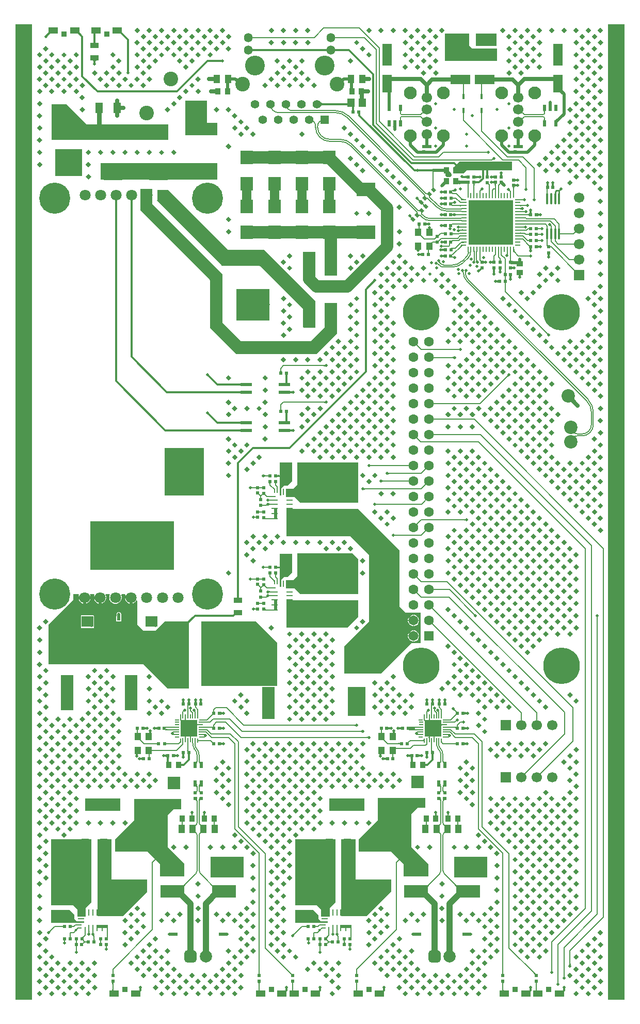
<source format=gtl>
%TF.GenerationSoftware,Altium Limited,Altium Designer,23.9.2 (47)*%
G04 Layer_Physical_Order=1*
G04 Layer_Color=255*
%FSLAX44Y44*%
%MOMM*%
%TF.SameCoordinates,EA472C54-7DB4-4638-A036-459D61F9907A*%
%TF.FilePolarity,Positive*%
%TF.FileFunction,Copper,L1,Top,Signal*%
%TF.Part,Single*%
G01*
G75*
%TA.AperFunction,Conductor*%
%ADD10C,0.1773*%
%ADD11C,0.2000*%
%TA.AperFunction,SMDPad,CuDef*%
%ADD12R,1.0500X1.3000*%
%ADD13R,0.6000X1.1000*%
%ADD14R,1.6000X3.0000*%
%ADD15O,0.3500X2.0000*%
%ADD16R,1.8500X0.6000*%
%ADD17R,0.4600X0.8400*%
%ADD18R,0.9000X0.5000*%
%ADD19R,1.4000X0.9500*%
%ADD20R,0.9000X1.0000*%
%ADD21R,0.6200X0.5800*%
%ADD22R,2.8000X2.8000*%
%ADD23R,0.6500X0.2000*%
%ADD24R,0.7500X0.2000*%
%ADD25R,0.2000X0.6500*%
%ADD26R,0.2000X0.7500*%
%ADD27R,6.5000X7.7500*%
%ADD28R,13.7500X8.0000*%
%ADD29R,4.0000X2.0000*%
%ADD30R,1.1000X0.2500*%
%ADD31R,0.8000X0.2500*%
%ADD32R,0.2500X1.1000*%
%ADD33R,0.2500X0.7000*%
%ADD34R,1.5000X1.0000*%
%ADD35R,0.9000X0.9000*%
%ADD36R,0.9500X1.0000*%
%ADD37R,5.3000X2.0000*%
%ADD38R,3.2000X1.5000*%
%ADD39R,7.4000X7.4000*%
%ADD40R,0.2393X0.8100*%
%ADD41R,0.2393X0.9096*%
%ADD42R,0.8100X0.2393*%
%ADD43R,0.9096X0.2393*%
%ADD44R,0.6000X1.0500*%
%ADD45R,3.1500X2.2000*%
%ADD46R,3.1500X2.2000*%
%ADD47R,2.1500X2.3000*%
%ADD48R,2.7000X1.1500*%
%ADD49R,1.1500X1.8000*%
%ADD50R,5.5000X1.7000*%
%ADD51R,1.1500X1.4500*%
%ADD52R,1.0500X1.4000*%
%ADD53R,1.0000X0.9500*%
%ADD54R,0.6200X0.6200*%
%ADD55R,1.8000X4.4000*%
%ADD56C,2.2000*%
%ADD57R,0.6200X0.6200*%
%ADD58R,1.1500X2.7000*%
%ADD59R,0.2500X0.8000*%
%ADD60R,0.7000X0.2500*%
%ADD61R,2.0000X4.0000*%
%ADD62R,0.5800X0.6200*%
G04:AMPARAMS|DCode=63|XSize=0.62mm|YSize=0.58mm|CornerRadius=0mm|HoleSize=0mm|Usage=FLASHONLY|Rotation=135.000|XOffset=0mm|YOffset=0mm|HoleType=Round|Shape=Rectangle|*
%AMROTATEDRECTD63*
4,1,4,0.4243,-0.0141,0.0141,-0.4243,-0.4243,0.0141,-0.0141,0.4243,0.4243,-0.0141,0.0*
%
%ADD63ROTATEDRECTD63*%

%ADD64R,2.2000X3.1500*%
%ADD65R,1.8000X1.1500*%
%ADD66R,4.4000X1.8000*%
%TA.AperFunction,Conductor*%
%ADD67C,0.1600*%
%ADD68C,0.3000*%
%ADD69C,1.0000*%
%ADD70C,0.5000*%
%ADD71C,0.7000*%
%ADD72C,0.2500*%
%ADD73C,0.1524*%
%ADD74C,0.8000*%
%ADD75C,0.6000*%
%ADD76C,2.0000*%
%ADD77C,1.5000*%
%ADD78C,0.2305*%
%ADD79R,0.6000X1.9500*%
%ADD80R,1.9500X0.6000*%
%ADD81R,3.5000X2.0000*%
%ADD82R,1.6000X3.6000*%
%ADD83R,1.8750X1.8000*%
%ADD84R,2.0000X2.0000*%
%ADD85R,5.7500X2.0000*%
%ADD86R,3.0000X4.7500*%
%ADD87R,2.0000X5.2500*%
%ADD88R,2.0000X5.7500*%
%ADD89R,5.5000X5.2000*%
%ADD90R,5.5000X3.5000*%
%ADD91R,4.4000X4.4000*%
%ADD92R,3.6500X5.7000*%
%ADD93R,1.4600X0.6000*%
%ADD94R,2.7500X160.0000*%
%ADD95R,2.7500X160.0000*%
%TA.AperFunction,ComponentPad*%
%ADD96C,2.4000*%
%ADD97C,5.5000*%
%ADD98R,1.6000X1.6000*%
%ADD99C,1.6000*%
%ADD100C,1.7000*%
%ADD101R,1.7000X1.7000*%
%ADD102R,1.7000X1.7000*%
%ADD103C,1.8000*%
%ADD104R,1.8000X1.8000*%
%ADD105C,5.1000*%
%ADD106C,2.1000*%
%ADD107O,1.4000X1.5200*%
%ADD108C,3.2500*%
%ADD109C,1.4000*%
%ADD110R,1.4000X1.4000*%
%ADD111C,6.0000*%
%ADD112C,2.0000*%
G04:AMPARAMS|DCode=113|XSize=2mm|YSize=2mm|CornerRadius=0.5mm|HoleSize=0mm|Usage=FLASHONLY|Rotation=0.000|XOffset=0mm|YOffset=0mm|HoleType=Round|Shape=RoundedRectangle|*
%AMROUNDEDRECTD113*
21,1,2.0000,1.0000,0,0,0.0*
21,1,1.0000,2.0000,0,0,0.0*
1,1,1.0000,0.5000,-0.5000*
1,1,1.0000,-0.5000,-0.5000*
1,1,1.0000,-0.5000,0.5000*
1,1,1.0000,0.5000,0.5000*
%
%ADD113ROUNDEDRECTD113*%
%TA.AperFunction,ViaPad*%
%ADD114C,0.5000*%
%ADD115C,0.4000*%
G36*
X864593Y1620000D02*
X860000Y1615407D01*
X855407Y1620000D01*
X860000Y1624593D01*
X864593Y1620000D01*
D02*
G37*
G36*
X304593Y1620000D02*
X300000Y1615407D01*
X295407Y1620000D01*
X300000Y1624593D01*
X304593Y1620000D01*
D02*
G37*
G36*
X284593Y1620000D02*
X280000Y1615407D01*
X275407Y1620000D01*
X280000Y1624593D01*
X284593Y1620000D01*
D02*
G37*
G36*
X264593D02*
X260000Y1615407D01*
X255407Y1620000D01*
X260000Y1624593D01*
X264593Y1620000D01*
D02*
G37*
G36*
X204593D02*
X200000Y1615407D01*
X195407Y1620000D01*
X200000Y1624593D01*
X204593Y1620000D01*
D02*
G37*
G36*
X884593Y1620000D02*
X880000Y1615407D01*
X875407Y1620000D01*
X880000Y1624593D01*
X884593Y1620000D01*
D02*
G37*
G36*
X704593D02*
X700000Y1615407D01*
X695407Y1620000D01*
X700000Y1624593D01*
X704593Y1620000D01*
D02*
G37*
G36*
X684593D02*
X680000Y1615407D01*
X675407Y1620000D01*
X680000Y1624593D01*
X684593Y1620000D01*
D02*
G37*
G36*
X344593D02*
X340000Y1615407D01*
X335407Y1620000D01*
X340000Y1624593D01*
X344593Y1620000D01*
D02*
G37*
G36*
X324593D02*
X320000Y1615407D01*
X315407Y1620000D01*
X320000Y1624593D01*
X324593Y1620000D01*
D02*
G37*
G36*
X244593Y1620000D02*
X240000Y1615407D01*
X235407Y1620000D01*
X240000Y1624593D01*
X244593Y1620000D01*
D02*
G37*
G36*
X224593D02*
X220000Y1615407D01*
X215407Y1620000D01*
X220000Y1624593D01*
X224593Y1620000D01*
D02*
G37*
G36*
X924593Y1620000D02*
X920000Y1615407D01*
X915407Y1620000D01*
X920000Y1624593D01*
X924593Y1620000D01*
D02*
G37*
G36*
X904593D02*
X900000Y1615407D01*
X895407Y1620000D01*
X900000Y1624593D01*
X904593Y1620000D01*
D02*
G37*
G36*
X844593D02*
X840000Y1615407D01*
X835407Y1620000D01*
X840000Y1624593D01*
X844593Y1620000D01*
D02*
G37*
G36*
X824593D02*
X820000Y1615407D01*
X815407Y1620000D01*
X820000Y1624593D01*
X824593Y1620000D01*
D02*
G37*
G36*
X804593D02*
X800000Y1615407D01*
X795407Y1620000D01*
X800000Y1624593D01*
X804593Y1620000D01*
D02*
G37*
G36*
X664593D02*
X660000Y1615407D01*
X655407Y1620000D01*
X660000Y1624593D01*
X664593Y1620000D01*
D02*
G37*
G36*
X644593D02*
X640000Y1615407D01*
X635407Y1620000D01*
X640000Y1624593D01*
X644593Y1620000D01*
D02*
G37*
G36*
X624593D02*
X620000Y1615407D01*
X615407Y1620000D01*
X620000Y1624593D01*
X624593Y1620000D01*
D02*
G37*
G36*
X484593D02*
X480000Y1615407D01*
X475407Y1620000D01*
X480000Y1624593D01*
X484593Y1620000D01*
D02*
G37*
G36*
X464593D02*
X460000Y1615407D01*
X455407Y1620000D01*
X460000Y1624593D01*
X464593Y1620000D01*
D02*
G37*
G36*
X444593D02*
X440000Y1615407D01*
X435407Y1620000D01*
X440000Y1624593D01*
X444593Y1620000D01*
D02*
G37*
G36*
X964593D02*
X960000Y1615407D01*
X955407Y1620000D01*
X960000Y1624593D01*
X964593Y1620000D01*
D02*
G37*
G36*
X944593D02*
X940000Y1615407D01*
X935407Y1620000D01*
X940000Y1624593D01*
X944593Y1620000D01*
D02*
G37*
G36*
X604593D02*
X600000Y1615407D01*
X595407Y1620000D01*
X600000Y1624593D01*
X604593Y1620000D01*
D02*
G37*
G36*
X584593D02*
X580000Y1615407D01*
X575407Y1620000D01*
X580000Y1624593D01*
X584593Y1620000D01*
D02*
G37*
G36*
X424593D02*
X420000Y1615407D01*
X415407Y1620000D01*
X420000Y1624593D01*
X424593Y1620000D01*
D02*
G37*
G36*
X132715Y1615031D02*
X132460Y1614940D01*
X132235Y1614788D01*
X132040Y1614576D01*
X131875Y1614303D01*
X131740Y1613970D01*
X131635Y1613576D01*
X131560Y1613121D01*
X131515Y1612606D01*
X131500Y1612030D01*
X128500D01*
X128485Y1612606D01*
X128440Y1613121D01*
X128365Y1613576D01*
X128260Y1613970D01*
X128125Y1614303D01*
X127960Y1614576D01*
X127765Y1614788D01*
X127540Y1614940D01*
X127285Y1615031D01*
X127000Y1615061D01*
X133000D01*
X132715Y1615031D01*
D02*
G37*
G36*
X53535Y1611414D02*
X53338Y1611213D01*
X52757Y1610547D01*
X52664Y1610415D01*
X52592Y1610297D01*
X52540Y1610193D01*
X52510Y1610102D01*
X52500Y1610025D01*
X50025Y1612500D01*
X50102Y1612510D01*
X50193Y1612540D01*
X50297Y1612592D01*
X50415Y1612664D01*
X50547Y1612757D01*
X50853Y1613006D01*
X51213Y1613338D01*
X51414Y1613536D01*
X53535Y1611414D01*
D02*
G37*
G36*
X388891Y1609746D02*
X388943Y1609610D01*
X389028Y1609491D01*
X389148Y1609387D01*
X389302Y1609299D01*
X389490Y1609227D01*
X389712Y1609172D01*
X389968Y1609132D01*
X390259Y1609108D01*
X390583Y1609100D01*
Y1607500D01*
X390259Y1607492D01*
X389968Y1607468D01*
X389712Y1607428D01*
X389490Y1607372D01*
X389302Y1607301D01*
X389148Y1607213D01*
X389028Y1607110D01*
X388943Y1606990D01*
X388891Y1606854D01*
X388874Y1606703D01*
Y1609897D01*
X388891Y1609746D01*
D02*
G37*
G36*
X314593Y1610000D02*
X310000Y1605407D01*
X305407Y1610000D01*
X310000Y1614593D01*
X314593Y1610000D01*
D02*
G37*
G36*
X694593D02*
X690000Y1605407D01*
X685407Y1610000D01*
X690000Y1614593D01*
X694593Y1610000D01*
D02*
G37*
G36*
X334593D02*
X330000Y1605407D01*
X325407Y1610000D01*
X330000Y1614593D01*
X334593Y1610000D01*
D02*
G37*
G36*
X294593D02*
X290000Y1605407D01*
X285407Y1610000D01*
X290000Y1614593D01*
X294593Y1610000D01*
D02*
G37*
G36*
X274593D02*
X270000Y1605407D01*
X265407Y1610000D01*
X270000Y1614593D01*
X274593Y1610000D01*
D02*
G37*
G36*
X254593D02*
X250000Y1605407D01*
X245407Y1610000D01*
X250000Y1614593D01*
X254593Y1610000D01*
D02*
G37*
G36*
X234593D02*
X230000Y1605407D01*
X225407Y1610000D01*
X230000Y1614593D01*
X234593Y1610000D01*
D02*
G37*
G36*
X214593D02*
X210000Y1605407D01*
X205407Y1610000D01*
X210000Y1614593D01*
X214593Y1610000D01*
D02*
G37*
G36*
X854593Y1610000D02*
X850000Y1605407D01*
X845407Y1610000D01*
X850000Y1614593D01*
X854593Y1610000D01*
D02*
G37*
G36*
X674593D02*
X670000Y1605407D01*
X665407Y1610000D01*
X670000Y1614593D01*
X674593Y1610000D01*
D02*
G37*
G36*
X354593D02*
X350000Y1605407D01*
X345407Y1610000D01*
X350000Y1614593D01*
X354593Y1610000D01*
D02*
G37*
G36*
X954593Y1610000D02*
X950000Y1605407D01*
X945407Y1610000D01*
X950000Y1614593D01*
X954593Y1610000D01*
D02*
G37*
G36*
X934593D02*
X930000Y1605407D01*
X925407Y1610000D01*
X930000Y1614593D01*
X934593Y1610000D01*
D02*
G37*
G36*
X834593Y1610000D02*
X830000Y1605407D01*
X825407Y1610000D01*
X830000Y1614593D01*
X834593Y1610000D01*
D02*
G37*
G36*
X814593D02*
X810000Y1605407D01*
X805407Y1610000D01*
X810000Y1614593D01*
X814593Y1610000D01*
D02*
G37*
G36*
X654593D02*
X650000Y1605407D01*
X645407Y1610000D01*
X650000Y1614593D01*
X654593Y1610000D01*
D02*
G37*
G36*
X864593Y1600000D02*
X860000Y1595407D01*
X855407Y1600000D01*
X860000Y1604593D01*
X864593Y1600000D01*
D02*
G37*
G36*
X684593D02*
X680000Y1595407D01*
X675407Y1600000D01*
X680000Y1604593D01*
X684593Y1600000D01*
D02*
G37*
G36*
X324593D02*
X320000Y1595407D01*
X315407Y1600000D01*
X320000Y1604593D01*
X324593Y1600000D01*
D02*
G37*
G36*
X304593Y1600000D02*
X300000Y1595407D01*
X295407Y1600000D01*
X300000Y1604593D01*
X304593Y1600000D01*
D02*
G37*
G36*
X244593Y1600000D02*
X240000Y1595407D01*
X235407Y1600000D01*
X240000Y1604593D01*
X244593Y1600000D01*
D02*
G37*
G36*
X224593D02*
X220000Y1595407D01*
X215407Y1600000D01*
X220000Y1604593D01*
X224593Y1600000D01*
D02*
G37*
G36*
X344593Y1600000D02*
X340000Y1595407D01*
X335407Y1600000D01*
X340000Y1604593D01*
X344593Y1600000D01*
D02*
G37*
G36*
X284593Y1600000D02*
X280000Y1595407D01*
X275407Y1600000D01*
X280000Y1604593D01*
X284593Y1600000D01*
D02*
G37*
G36*
X264593D02*
X260000Y1595407D01*
X255407Y1600000D01*
X260000Y1604593D01*
X264593Y1600000D01*
D02*
G37*
G36*
X204593D02*
X200000Y1595407D01*
X195407Y1600000D01*
X200000Y1604593D01*
X204593Y1600000D01*
D02*
G37*
G36*
X964593Y1600000D02*
X960000Y1595407D01*
X955407Y1600000D01*
X960000Y1604593D01*
X964593Y1600000D01*
D02*
G37*
G36*
X944593D02*
X940000Y1595407D01*
X935407Y1600000D01*
X940000Y1604593D01*
X944593Y1600000D01*
D02*
G37*
G36*
X844593D02*
X840000Y1595407D01*
X835407Y1600000D01*
X840000Y1604593D01*
X844593Y1600000D01*
D02*
G37*
G36*
X664593D02*
X660000Y1595407D01*
X655407Y1600000D01*
X660000Y1604593D01*
X664593Y1600000D01*
D02*
G37*
G36*
X484593D02*
X480000Y1595407D01*
X475407Y1600000D01*
X480000Y1604593D01*
X484593Y1600000D01*
D02*
G37*
G36*
X424593D02*
X420000Y1595407D01*
X415407Y1600000D01*
X420000Y1604593D01*
X424593Y1600000D01*
D02*
G37*
G36*
X924593D02*
X920000Y1595407D01*
X915407Y1600000D01*
X920000Y1604593D01*
X924593Y1600000D01*
D02*
G37*
G36*
X824593D02*
X820000Y1595407D01*
X815407Y1600000D01*
X820000Y1604593D01*
X824593Y1600000D01*
D02*
G37*
G36*
X644593D02*
X640000Y1595407D01*
X635407Y1600000D01*
X640000Y1604593D01*
X644593Y1600000D01*
D02*
G37*
G36*
X564593D02*
X560000Y1595407D01*
X555407Y1600000D01*
X560000Y1604593D01*
X564593Y1600000D01*
D02*
G37*
G36*
X464593D02*
X460000Y1595407D01*
X455407Y1600000D01*
X460000Y1604593D01*
X464593Y1600000D01*
D02*
G37*
G36*
X444593D02*
X440000Y1595407D01*
X435407Y1600000D01*
X440000Y1604593D01*
X444593Y1600000D01*
D02*
G37*
G36*
X314593Y1590000D02*
X310000Y1585407D01*
X305407Y1590000D01*
X310000Y1594593D01*
X314593Y1590000D01*
D02*
G37*
G36*
X234593Y1590000D02*
X230000Y1585407D01*
X225407Y1590000D01*
X230000Y1594593D01*
X234593Y1590000D01*
D02*
G37*
G36*
X54593D02*
X50000Y1585407D01*
X45407Y1590000D01*
X50000Y1594593D01*
X54593Y1590000D01*
D02*
G37*
G36*
X294593D02*
X290000Y1585407D01*
X285407Y1590000D01*
X290000Y1594593D01*
X294593Y1590000D01*
D02*
G37*
G36*
X254593D02*
X250000Y1585407D01*
X245407Y1590000D01*
X250000Y1594593D01*
X254593Y1590000D01*
D02*
G37*
G36*
X214593D02*
X210000Y1585407D01*
X205407Y1590000D01*
X210000Y1594593D01*
X214593Y1590000D01*
D02*
G37*
G36*
X954593D02*
X950000Y1585407D01*
X945407Y1590000D01*
X950000Y1594593D01*
X954593Y1590000D01*
D02*
G37*
G36*
X854593D02*
X850000Y1585407D01*
X845407Y1590000D01*
X850000Y1594593D01*
X854593Y1590000D01*
D02*
G37*
G36*
X694593D02*
X690000Y1585407D01*
X685407Y1590000D01*
X690000Y1594593D01*
X694593Y1590000D01*
D02*
G37*
G36*
X674593D02*
X670000Y1585407D01*
X665407Y1590000D01*
X670000Y1594593D01*
X674593Y1590000D01*
D02*
G37*
G36*
X354593D02*
X350000Y1585407D01*
X345407Y1590000D01*
X350000Y1594593D01*
X354593Y1590000D01*
D02*
G37*
G36*
X334593D02*
X330000Y1585407D01*
X325407Y1590000D01*
X330000Y1594593D01*
X334593Y1590000D01*
D02*
G37*
G36*
X274593D02*
X270000Y1585407D01*
X265407Y1590000D01*
X270000Y1594593D01*
X274593Y1590000D01*
D02*
G37*
G36*
X934593D02*
X930000Y1585407D01*
X925407Y1590000D01*
X930000Y1594593D01*
X934593Y1590000D01*
D02*
G37*
G36*
X834593D02*
X830000Y1585407D01*
X825407Y1590000D01*
X830000Y1594593D01*
X834593Y1590000D01*
D02*
G37*
G36*
X654593D02*
X650000Y1585407D01*
X645407Y1590000D01*
X650000Y1594593D01*
X654593Y1590000D01*
D02*
G37*
G36*
X574593D02*
X570000Y1585407D01*
X565407Y1590000D01*
X570000Y1594593D01*
X574593Y1590000D01*
D02*
G37*
G36*
X814593Y1590000D02*
X810000Y1585407D01*
X805407Y1590000D01*
X810000Y1594593D01*
X814593Y1590000D01*
D02*
G37*
G36*
X511474Y1585009D02*
X511440Y1585292D01*
X511339Y1585546D01*
X511169Y1585769D01*
X510932Y1585963D01*
X510627Y1586127D01*
X510254Y1586261D01*
X509814Y1586366D01*
X509305Y1586440D01*
X508729Y1586485D01*
X508085Y1586500D01*
Y1589500D01*
X508729Y1589515D01*
X509305Y1589560D01*
X509814Y1589634D01*
X510254Y1589739D01*
X510627Y1589873D01*
X510932Y1590037D01*
X511169Y1590231D01*
X511339Y1590454D01*
X511440Y1590708D01*
X511474Y1590991D01*
Y1585009D01*
D02*
G37*
G36*
X388560Y1590708D02*
X388661Y1590454D01*
X388831Y1590231D01*
X389068Y1590037D01*
X389373Y1589873D01*
X389746Y1589739D01*
X390186Y1589634D01*
X390695Y1589560D01*
X391271Y1589515D01*
X391915Y1589500D01*
Y1586500D01*
X391271Y1586485D01*
X390695Y1586440D01*
X390186Y1586366D01*
X389746Y1586261D01*
X389373Y1586127D01*
X389068Y1585963D01*
X388831Y1585769D01*
X388661Y1585546D01*
X388560Y1585292D01*
X388526Y1585009D01*
Y1590991D01*
X388560Y1590708D01*
D02*
G37*
G36*
X864593Y1580000D02*
X860000Y1575407D01*
X855407Y1580000D01*
X860000Y1584593D01*
X864593Y1580000D01*
D02*
G37*
G36*
X304593Y1580000D02*
X300000Y1575407D01*
X295407Y1580000D01*
X300000Y1584593D01*
X304593Y1580000D01*
D02*
G37*
G36*
X244593D02*
X240000Y1575407D01*
X235407Y1580000D01*
X240000Y1584593D01*
X244593Y1580000D01*
D02*
G37*
G36*
X224593D02*
X220000Y1575407D01*
X215407Y1580000D01*
X220000Y1584593D01*
X224593Y1580000D01*
D02*
G37*
G36*
X204593D02*
X200000Y1575407D01*
X195407Y1580000D01*
X200000Y1584593D01*
X204593Y1580000D01*
D02*
G37*
G36*
X164593D02*
X160000Y1575407D01*
X155407Y1580000D01*
X160000Y1584593D01*
X164593Y1580000D01*
D02*
G37*
G36*
X64593D02*
X60000Y1575407D01*
X55407Y1580000D01*
X60000Y1584593D01*
X64593Y1580000D01*
D02*
G37*
G36*
X44593D02*
X40000Y1575407D01*
X35407Y1580000D01*
X40000Y1584593D01*
X44593Y1580000D01*
D02*
G37*
G36*
X684593Y1580000D02*
X680000Y1575407D01*
X675407Y1580000D01*
X680000Y1584593D01*
X684593Y1580000D01*
D02*
G37*
G36*
X324593D02*
X320000Y1575407D01*
X315407Y1580000D01*
X320000Y1584593D01*
X324593Y1580000D01*
D02*
G37*
G36*
X284593Y1580000D02*
X280000Y1575407D01*
X275407Y1580000D01*
X280000Y1584593D01*
X284593Y1580000D01*
D02*
G37*
G36*
X264593Y1580000D02*
X260000Y1575407D01*
X255407Y1580000D01*
X260000Y1584593D01*
X264593Y1580000D01*
D02*
G37*
G36*
X104593Y1580000D02*
X100000Y1575407D01*
X95407Y1580000D01*
X100000Y1584593D01*
X104593Y1580000D01*
D02*
G37*
G36*
X84593Y1580000D02*
X80000Y1575407D01*
X75407Y1580000D01*
X80000Y1584593D01*
X84593Y1580000D01*
D02*
G37*
G36*
X964593Y1580000D02*
X960000Y1575407D01*
X955407Y1580000D01*
X960000Y1584593D01*
X964593Y1580000D01*
D02*
G37*
G36*
X944593Y1580000D02*
X940000Y1575407D01*
X935407Y1580000D01*
X940000Y1584593D01*
X944593Y1580000D01*
D02*
G37*
G36*
X924593Y1580000D02*
X920000Y1575407D01*
X915407Y1580000D01*
X920000Y1584593D01*
X924593Y1580000D01*
D02*
G37*
G36*
X844593Y1580000D02*
X840000Y1575407D01*
X835407Y1580000D01*
X840000Y1584593D01*
X844593Y1580000D01*
D02*
G37*
G36*
X664593D02*
X660000Y1575407D01*
X655407Y1580000D01*
X660000Y1584593D01*
X664593Y1580000D01*
D02*
G37*
G36*
X584593D02*
X580000Y1575407D01*
X575407Y1580000D01*
X580000Y1584593D01*
X584593Y1580000D01*
D02*
G37*
G36*
X824593Y1580000D02*
X820000Y1575407D01*
X815407Y1580000D01*
X820000Y1584593D01*
X824593Y1580000D01*
D02*
G37*
G36*
X644593D02*
X640000Y1575407D01*
X635407Y1580000D01*
X640000Y1584593D01*
X644593Y1580000D01*
D02*
G37*
G36*
X745000Y1595000D02*
X750000Y1590000D01*
X790000D01*
Y1570000D01*
X705000D01*
Y1615000D01*
X745000D01*
X745000Y1595000D01*
D02*
G37*
G36*
X132715Y1570281D02*
X132460Y1570190D01*
X132235Y1570038D01*
X132040Y1569826D01*
X131875Y1569553D01*
X131740Y1569220D01*
X131635Y1568826D01*
X131560Y1568371D01*
X131522Y1567934D01*
X131562Y1567336D01*
X131590Y1567177D01*
X131622Y1567043D01*
X131660Y1566932D01*
X131702Y1566847D01*
X131750Y1566785D01*
X128250D01*
X128298Y1566847D01*
X128340Y1566932D01*
X128378Y1567043D01*
X128410Y1567177D01*
X128438Y1567336D01*
X128477Y1567728D01*
X128483Y1567874D01*
X128440Y1568371D01*
X128365Y1568826D01*
X128260Y1569220D01*
X128125Y1569553D01*
X127960Y1569826D01*
X127765Y1570038D01*
X127540Y1570190D01*
X127285Y1570281D01*
X127000Y1570311D01*
X133000D01*
X132715Y1570281D01*
D02*
G37*
G36*
X214593Y1570000D02*
X210000Y1565407D01*
X205407Y1570000D01*
X210000Y1574593D01*
X214593Y1570000D01*
D02*
G37*
G36*
X294593D02*
X290000Y1565407D01*
X285407Y1570000D01*
X290000Y1574593D01*
X294593Y1570000D01*
D02*
G37*
G36*
X274593Y1570000D02*
X270000Y1565407D01*
X265407Y1570000D01*
X270000Y1574593D01*
X274593Y1570000D01*
D02*
G37*
G36*
X234593Y1570000D02*
X230000Y1565407D01*
X225407Y1570000D01*
X230000Y1574593D01*
X234593Y1570000D01*
D02*
G37*
G36*
X174593D02*
X170000Y1565407D01*
X165407Y1570000D01*
X170000Y1574593D01*
X174593Y1570000D01*
D02*
G37*
G36*
X94593Y1570000D02*
X90000Y1565407D01*
X85407Y1570000D01*
X90000Y1574593D01*
X94593Y1570000D01*
D02*
G37*
G36*
X74593D02*
X70000Y1565407D01*
X65407Y1570000D01*
X70000Y1574593D01*
X74593Y1570000D01*
D02*
G37*
G36*
X54593Y1570000D02*
X50000Y1565407D01*
X45407Y1570000D01*
X50000Y1574593D01*
X54593Y1570000D01*
D02*
G37*
G36*
X934593Y1570000D02*
X930000Y1565407D01*
X925407Y1570000D01*
X930000Y1574593D01*
X934593Y1570000D01*
D02*
G37*
G36*
X554593D02*
X550000Y1565407D01*
X545407Y1570000D01*
X550000Y1574593D01*
X554593Y1570000D01*
D02*
G37*
G36*
X954593D02*
X950000Y1565407D01*
X945407Y1570000D01*
X950000Y1574593D01*
X954593Y1570000D01*
D02*
G37*
G36*
X854593D02*
X850000Y1565407D01*
X845407Y1570000D01*
X850000Y1574593D01*
X854593Y1570000D01*
D02*
G37*
G36*
X834593D02*
X830000Y1565407D01*
X825407Y1570000D01*
X830000Y1574593D01*
X834593Y1570000D01*
D02*
G37*
G36*
X814593D02*
X810000Y1565407D01*
X805407Y1570000D01*
X810000Y1574593D01*
X814593Y1570000D01*
D02*
G37*
G36*
X694593D02*
X690000Y1565407D01*
X685407Y1570000D01*
X690000Y1574593D01*
X694593Y1570000D01*
D02*
G37*
G36*
X674593D02*
X670000Y1565407D01*
X665407Y1570000D01*
X670000Y1574593D01*
X674593Y1570000D01*
D02*
G37*
G36*
X654593D02*
X650000Y1565407D01*
X645407Y1570000D01*
X650000Y1574593D01*
X654593Y1570000D01*
D02*
G37*
G36*
X474593D02*
X470000Y1565407D01*
X465407Y1570000D01*
X470000Y1574593D01*
X474593Y1570000D01*
D02*
G37*
G36*
X454593D02*
X450000Y1565407D01*
X445407Y1570000D01*
X450000Y1574593D01*
X454593Y1570000D01*
D02*
G37*
G36*
X434593D02*
X430000Y1565407D01*
X425407Y1570000D01*
X430000Y1574593D01*
X434593Y1570000D01*
D02*
G37*
G36*
X204593Y1560000D02*
X200000Y1555407D01*
X195407Y1560000D01*
X200000Y1564593D01*
X204593Y1560000D01*
D02*
G37*
G36*
X864593Y1560000D02*
X860000Y1555407D01*
X855407Y1560000D01*
X860000Y1564593D01*
X864593Y1560000D01*
D02*
G37*
G36*
X284593Y1560000D02*
X280000Y1555407D01*
X275407Y1560000D01*
X280000Y1564593D01*
X284593Y1560000D01*
D02*
G37*
G36*
X224593D02*
X220000Y1555407D01*
X215407Y1560000D01*
X220000Y1564593D01*
X224593Y1560000D01*
D02*
G37*
G36*
X104593D02*
X100000Y1555407D01*
X95407Y1560000D01*
X100000Y1564593D01*
X104593Y1560000D01*
D02*
G37*
G36*
X84593D02*
X80000Y1555407D01*
X75407Y1560000D01*
X80000Y1564593D01*
X84593Y1560000D01*
D02*
G37*
G36*
X44593D02*
X40000Y1555407D01*
X35407Y1560000D01*
X40000Y1564593D01*
X44593Y1560000D01*
D02*
G37*
G36*
X924593D02*
X920000Y1555407D01*
X915407Y1560000D01*
X920000Y1564593D01*
X924593Y1560000D01*
D02*
G37*
G36*
X164593D02*
X160000Y1555407D01*
X155407Y1560000D01*
X160000Y1564593D01*
X164593Y1560000D01*
D02*
G37*
G36*
X64593D02*
X60000Y1555407D01*
X55407Y1560000D01*
X60000Y1564593D01*
X64593Y1560000D01*
D02*
G37*
G36*
X944593Y1560000D02*
X940000Y1555407D01*
X935407Y1560000D01*
X940000Y1564593D01*
X944593Y1560000D01*
D02*
G37*
G36*
X824593D02*
X820000Y1555407D01*
X815407Y1560000D01*
X820000Y1564593D01*
X824593Y1560000D01*
D02*
G37*
G36*
X684593D02*
X680000Y1555407D01*
X675407Y1560000D01*
X680000Y1564593D01*
X684593Y1560000D01*
D02*
G37*
G36*
X644593D02*
X640000Y1555407D01*
X635407Y1560000D01*
X640000Y1564593D01*
X644593Y1560000D01*
D02*
G37*
G36*
X464593D02*
X460000Y1555407D01*
X455407Y1560000D01*
X460000Y1564593D01*
X464593Y1560000D01*
D02*
G37*
G36*
X444593D02*
X440000Y1555407D01*
X435407Y1560000D01*
X440000Y1564593D01*
X444593Y1560000D01*
D02*
G37*
G36*
X964593D02*
X960000Y1555407D01*
X955407Y1560000D01*
X960000Y1564593D01*
X964593Y1560000D01*
D02*
G37*
G36*
X844593D02*
X840000Y1555407D01*
X835407Y1560000D01*
X840000Y1564593D01*
X844593Y1560000D01*
D02*
G37*
G36*
X664593D02*
X660000Y1555407D01*
X655407Y1560000D01*
X660000Y1564593D01*
X664593Y1560000D01*
D02*
G37*
G36*
X214593Y1550000D02*
X210000Y1545407D01*
X205407Y1550000D01*
X210000Y1554593D01*
X214593Y1550000D01*
D02*
G37*
G36*
X94593D02*
X90000Y1545407D01*
X85407Y1550000D01*
X90000Y1554593D01*
X94593Y1550000D01*
D02*
G37*
G36*
X174593D02*
X170000Y1545407D01*
X165407Y1550000D01*
X170000Y1554593D01*
X174593Y1550000D01*
D02*
G37*
G36*
X154593Y1550000D02*
X150000Y1545407D01*
X145407Y1550000D01*
X150000Y1554593D01*
X154593Y1550000D01*
D02*
G37*
G36*
X134593Y1550000D02*
X130000Y1545407D01*
X125407Y1550000D01*
X130000Y1554593D01*
X134593Y1550000D01*
D02*
G37*
G36*
X74593D02*
X70000Y1545407D01*
X65407Y1550000D01*
X70000Y1554593D01*
X74593Y1550000D01*
D02*
G37*
G36*
X54593Y1550000D02*
X50000Y1545407D01*
X45407Y1550000D01*
X50000Y1554593D01*
X54593Y1550000D01*
D02*
G37*
G36*
X934593Y1550000D02*
X930000Y1545407D01*
X925407Y1550000D01*
X930000Y1554593D01*
X934593Y1550000D01*
D02*
G37*
G36*
X814593D02*
X810000Y1545407D01*
X805407Y1550000D01*
X810000Y1554593D01*
X814593Y1550000D01*
D02*
G37*
G36*
X454593D02*
X450000Y1545407D01*
X445407Y1550000D01*
X450000Y1554593D01*
X454593Y1550000D01*
D02*
G37*
G36*
X954593D02*
X950000Y1545407D01*
X945407Y1550000D01*
X950000Y1554593D01*
X954593Y1550000D01*
D02*
G37*
G36*
X834593D02*
X830000Y1545407D01*
X825407Y1550000D01*
X830000Y1554593D01*
X834593Y1550000D01*
D02*
G37*
G36*
X694593D02*
X690000Y1545407D01*
X685407Y1550000D01*
X690000Y1554593D01*
X694593Y1550000D01*
D02*
G37*
G36*
X674593D02*
X670000Y1545407D01*
X665407Y1550000D01*
X670000Y1554593D01*
X674593Y1550000D01*
D02*
G37*
G36*
X474593D02*
X470000Y1545407D01*
X465407Y1550000D01*
X470000Y1554593D01*
X474593Y1550000D01*
D02*
G37*
G36*
X434593D02*
X430000Y1545407D01*
X425407Y1550000D01*
X430000Y1554593D01*
X434593Y1550000D01*
D02*
G37*
G36*
X540924Y1538232D02*
X538733Y1536085D01*
X535954Y1540466D01*
X535980Y1540467D01*
X536033Y1540497D01*
X536111Y1540556D01*
X536215Y1540643D01*
X536893Y1541278D01*
X537388Y1541768D01*
X540924Y1538232D01*
D02*
G37*
G36*
X364046Y1540466D02*
X361267Y1536085D01*
X359076Y1538232D01*
X362612Y1541768D01*
X364046Y1540466D01*
D02*
G37*
G36*
X144593Y1540000D02*
X140000Y1535407D01*
X135407Y1540000D01*
X140000Y1544593D01*
X144593Y1540000D01*
D02*
G37*
G36*
X304593D02*
X300000Y1535407D01*
X295407Y1540000D01*
X300000Y1544593D01*
X304593Y1540000D01*
D02*
G37*
G36*
X224593D02*
X220000Y1535407D01*
X215407Y1540000D01*
X220000Y1544593D01*
X224593Y1540000D01*
D02*
G37*
G36*
X204593Y1540000D02*
X200000Y1535407D01*
X195407Y1540000D01*
X200000Y1544593D01*
X204593Y1540000D01*
D02*
G37*
G36*
X180395Y1543999D02*
X180867Y1543726D01*
X184593Y1540000D01*
X180000Y1535407D01*
X175407Y1540000D01*
X179900Y1544493D01*
X180395Y1543999D01*
D02*
G37*
G36*
X164593Y1540000D02*
X160000Y1535407D01*
X155407Y1540000D01*
X160000Y1544593D01*
X164593Y1540000D01*
D02*
G37*
G36*
X104593D02*
X100000Y1535407D01*
X95407Y1540000D01*
X100000Y1544593D01*
X104593Y1540000D01*
D02*
G37*
G36*
X84593Y1540000D02*
X80000Y1535407D01*
X75407Y1540000D01*
X80000Y1544593D01*
X84593Y1540000D01*
D02*
G37*
G36*
X44593Y1540000D02*
X40000Y1535407D01*
X35407Y1540000D01*
X40000Y1544593D01*
X44593Y1540000D01*
D02*
G37*
G36*
X64593D02*
X60000Y1535407D01*
X55407Y1540000D01*
X60000Y1544593D01*
X64593Y1540000D01*
D02*
G37*
G36*
X944593D02*
X940000Y1535407D01*
X935407Y1540000D01*
X940000Y1544593D01*
X944593Y1540000D01*
D02*
G37*
G36*
X924593D02*
X920000Y1535407D01*
X915407Y1540000D01*
X920000Y1544593D01*
X924593Y1540000D01*
D02*
G37*
G36*
X484593D02*
X480000Y1535407D01*
X475407Y1540000D01*
X480000Y1544593D01*
X484593Y1540000D01*
D02*
G37*
G36*
X464593D02*
X460000Y1535407D01*
X455407Y1540000D01*
X460000Y1544593D01*
X464593Y1540000D01*
D02*
G37*
G36*
X444593D02*
X440000Y1535407D01*
X435407Y1540000D01*
X440000Y1544593D01*
X444593Y1540000D01*
D02*
G37*
G36*
X964593D02*
X960000Y1535407D01*
X955407Y1540000D01*
X960000Y1544593D01*
X964593Y1540000D01*
D02*
G37*
G36*
X424593D02*
X420000Y1535407D01*
X415407Y1540000D01*
X420000Y1544593D01*
X424593Y1540000D01*
D02*
G37*
G36*
X54593Y1530000D02*
X50000Y1525407D01*
X45407Y1530000D01*
X50000Y1534593D01*
X54593Y1530000D01*
D02*
G37*
G36*
X294593D02*
X290000Y1525407D01*
X285407Y1530000D01*
X290000Y1534593D01*
X294593Y1530000D01*
D02*
G37*
G36*
X214593D02*
X210000Y1525407D01*
X205407Y1530000D01*
X210000Y1534593D01*
X214593Y1530000D01*
D02*
G37*
G36*
X174593D02*
X170000Y1525407D01*
X165407Y1530000D01*
X170000Y1534593D01*
X174593Y1530000D01*
D02*
G37*
G36*
X154593D02*
X150000Y1525407D01*
X145407Y1530000D01*
X150000Y1534593D01*
X154593Y1530000D01*
D02*
G37*
G36*
X114593D02*
X110000Y1525407D01*
X105407Y1530000D01*
X110000Y1534593D01*
X114593Y1530000D01*
D02*
G37*
G36*
X954593Y1530000D02*
X950000Y1525407D01*
X945407Y1530000D01*
X950000Y1534593D01*
X954593Y1530000D01*
D02*
G37*
G36*
X414593D02*
X410000Y1525407D01*
X405407Y1530000D01*
X410000Y1534593D01*
X414593Y1530000D01*
D02*
G37*
G36*
X194593Y1530000D02*
X190000Y1525407D01*
X185407Y1530000D01*
X190000Y1534593D01*
X194593Y1530000D01*
D02*
G37*
G36*
X94593D02*
X90000Y1525407D01*
X85407Y1530000D01*
X90000Y1534593D01*
X94593Y1530000D01*
D02*
G37*
G36*
X74593D02*
X70000Y1525407D01*
X65407Y1530000D01*
X70000Y1534593D01*
X74593Y1530000D01*
D02*
G37*
G36*
X934593D02*
X930000Y1525407D01*
X925407Y1530000D01*
X930000Y1534593D01*
X934593Y1530000D01*
D02*
G37*
G36*
X494593Y1530000D02*
X490000Y1525407D01*
X485407Y1530000D01*
X490000Y1534593D01*
X494593Y1530000D01*
D02*
G37*
G36*
X474593D02*
X470000Y1525407D01*
X465407Y1530000D01*
X470000Y1534593D01*
X474593Y1530000D01*
D02*
G37*
G36*
X454593D02*
X450000Y1525407D01*
X445407Y1530000D01*
X450000Y1534593D01*
X454593Y1530000D01*
D02*
G37*
G36*
X434593D02*
X430000Y1525407D01*
X425407Y1530000D01*
X430000Y1534593D01*
X434593Y1530000D01*
D02*
G37*
G36*
X304593Y1520000D02*
X300000Y1515407D01*
X295407Y1520000D01*
X300000Y1524593D01*
X304593Y1520000D01*
D02*
G37*
G36*
X44593D02*
X40000Y1515407D01*
X35407Y1520000D01*
X40000Y1524593D01*
X44593Y1520000D01*
D02*
G37*
G36*
X284593D02*
X280000Y1515407D01*
X275407Y1520000D01*
X280000Y1524593D01*
X284593Y1520000D01*
D02*
G37*
G36*
X104593D02*
X100000Y1515407D01*
X95407Y1520000D01*
X100000Y1524593D01*
X104593Y1520000D01*
D02*
G37*
G36*
X64593Y1520000D02*
X60000Y1515407D01*
X55407Y1520000D01*
X60000Y1524593D01*
X64593Y1520000D01*
D02*
G37*
G36*
X944593D02*
X940000Y1515407D01*
X935407Y1520000D01*
X940000Y1524593D01*
X944593Y1520000D01*
D02*
G37*
G36*
X84593D02*
X80000Y1515407D01*
X75407Y1520000D01*
X80000Y1524593D01*
X84593Y1520000D01*
D02*
G37*
G36*
X964593Y1520000D02*
X960000Y1515407D01*
X955407Y1520000D01*
X960000Y1524593D01*
X964593Y1520000D01*
D02*
G37*
G36*
X924593D02*
X920000Y1515407D01*
X915407Y1520000D01*
X920000Y1524593D01*
X924593Y1520000D01*
D02*
G37*
G36*
X897930Y1522006D02*
X898002Y1521850D01*
X898156Y1521622D01*
X898391Y1521323D01*
X899104Y1520511D01*
X901505Y1518030D01*
X897970Y1514495D01*
X897243Y1515217D01*
X893994Y1518070D01*
X893909Y1518061D01*
X897939Y1522091D01*
X897930Y1522006D01*
D02*
G37*
G36*
X114593Y1510000D02*
X110000Y1505407D01*
X105407Y1510000D01*
X110000Y1514593D01*
X114593Y1510000D01*
D02*
G37*
G36*
X274593Y1510000D02*
X270000Y1505407D01*
X265407Y1510000D01*
X270000Y1514593D01*
X274593Y1510000D01*
D02*
G37*
G36*
X954593D02*
X950000Y1505407D01*
X945407Y1510000D01*
X950000Y1514593D01*
X954593Y1510000D01*
D02*
G37*
G36*
X934593D02*
X930000Y1505407D01*
X925407Y1510000D01*
X930000Y1514593D01*
X934593Y1510000D01*
D02*
G37*
G36*
X880005Y1501639D02*
X880230Y1498377D01*
X880301Y1498151D01*
X880380Y1498015D01*
X880470Y1497970D01*
X874530D01*
X874620Y1498015D01*
X874699Y1498151D01*
X874770Y1498377D01*
X874831Y1498694D01*
X874883Y1499102D01*
X874958Y1500189D01*
X875000Y1502500D01*
X880000D01*
X880005Y1501639D01*
D02*
G37*
G36*
X264593Y1500000D02*
X260000Y1495407D01*
X255407Y1500000D01*
X260000Y1504593D01*
X264593Y1500000D01*
D02*
G37*
G36*
X44593D02*
X40000Y1495407D01*
X35407Y1500000D01*
X40000Y1504593D01*
X44593Y1500000D01*
D02*
G37*
G36*
X924593Y1500000D02*
X920000Y1495407D01*
X915407Y1500000D01*
X920000Y1504593D01*
X924593Y1500000D01*
D02*
G37*
G36*
X964593Y1500000D02*
X960000Y1495407D01*
X955407Y1500000D01*
X960000Y1504593D01*
X964593Y1500000D01*
D02*
G37*
G36*
X944593Y1500000D02*
X940000Y1495407D01*
X935407Y1500000D01*
X940000Y1504593D01*
X944593Y1500000D01*
D02*
G37*
G36*
X500109Y1503254D02*
X501392Y1502166D01*
X502015Y1501724D01*
X502625Y1501350D01*
X503223Y1501044D01*
X503807Y1500806D01*
X504380Y1500636D01*
X504940Y1500534D01*
X505487Y1500500D01*
Y1497500D01*
X504940Y1497466D01*
X504380Y1497364D01*
X503807Y1497194D01*
X503223Y1496956D01*
X502625Y1496650D01*
X502015Y1496276D01*
X501392Y1495834D01*
X500757Y1495324D01*
X499449Y1494100D01*
Y1503900D01*
X500109Y1503254D01*
D02*
G37*
G36*
X555814Y1491499D02*
X555855Y1490990D01*
X555923Y1490540D01*
X556019Y1490150D01*
X556142Y1489819D01*
X556293Y1489550D01*
X556471Y1489339D01*
X556676Y1489189D01*
X556909Y1489099D01*
X557169Y1489070D01*
X551431D01*
X551691Y1489099D01*
X551923Y1489189D01*
X552129Y1489339D01*
X552307Y1489550D01*
X552458Y1489819D01*
X552581Y1490150D01*
X552677Y1490540D01*
X552745Y1490990D01*
X552786Y1491499D01*
X552800Y1492070D01*
X555800D01*
X555814Y1491499D01*
D02*
G37*
G36*
X254593Y1490000D02*
X250000Y1485407D01*
X245407Y1490000D01*
X250000Y1494593D01*
X254593Y1490000D01*
D02*
G37*
G36*
X914593Y1490000D02*
X910000Y1485407D01*
X905407Y1490000D01*
X910000Y1494593D01*
X914593Y1490000D01*
D02*
G37*
G36*
X114593Y1490000D02*
X110000Y1485407D01*
X105407Y1490000D01*
X110000Y1494593D01*
X114593Y1490000D01*
D02*
G37*
G36*
X934593Y1490000D02*
X930000Y1485407D01*
X925407Y1490000D01*
X930000Y1494593D01*
X934593Y1490000D01*
D02*
G37*
G36*
X354593D02*
X350000Y1485407D01*
X345407Y1490000D01*
X350000Y1494593D01*
X354593Y1490000D01*
D02*
G37*
G36*
X954593D02*
X950000Y1485407D01*
X945407Y1490000D01*
X950000Y1494593D01*
X954593Y1490000D01*
D02*
G37*
G36*
X334593D02*
X330000Y1485407D01*
X325407Y1490000D01*
X330000Y1494593D01*
X334593Y1490000D01*
D02*
G37*
G36*
X633810Y1487010D02*
X633640Y1486951D01*
X633490Y1486850D01*
X633360Y1486711D01*
X633250Y1486530D01*
X633160Y1486310D01*
X633090Y1486051D01*
X633040Y1485750D01*
X633010Y1485410D01*
X633000Y1485031D01*
X631000D01*
X630990Y1485410D01*
X630960Y1485750D01*
X630910Y1486051D01*
X630840Y1486310D01*
X630750Y1486530D01*
X630640Y1486711D01*
X630510Y1486850D01*
X630360Y1486951D01*
X630190Y1487010D01*
X630000Y1487030D01*
X634000D01*
X633810Y1487010D01*
D02*
G37*
G36*
X869810Y1487041D02*
X869640Y1486980D01*
X869490Y1486878D01*
X869360Y1486736D01*
X869250Y1486553D01*
X869160Y1486330D01*
X869090Y1486066D01*
X869040Y1485761D01*
X869010Y1485416D01*
X869000Y1485031D01*
X867000D01*
X866990Y1485416D01*
X866960Y1485761D01*
X866910Y1486066D01*
X866840Y1486330D01*
X866750Y1486553D01*
X866640Y1486736D01*
X866510Y1486878D01*
X866360Y1486980D01*
X866190Y1487041D01*
X866000Y1487061D01*
X870000D01*
X869810Y1487041D01*
D02*
G37*
G36*
X44593Y1480000D02*
X40000Y1475407D01*
X35407Y1480000D01*
X40000Y1484593D01*
X44593Y1480000D01*
D02*
G37*
G36*
X924593D02*
X920000Y1475407D01*
X915407Y1480000D01*
X920000Y1484593D01*
X924593Y1480000D01*
D02*
G37*
G36*
X364593D02*
X360000Y1475407D01*
X355407Y1480000D01*
X360000Y1484593D01*
X364593Y1480000D01*
D02*
G37*
G36*
X964593D02*
X960000Y1475407D01*
X955407Y1480000D01*
X960000Y1484593D01*
X964593Y1480000D01*
D02*
G37*
G36*
X944593Y1480000D02*
X940000Y1475407D01*
X935407Y1480000D01*
X940000Y1484593D01*
X944593Y1480000D01*
D02*
G37*
G36*
X869010Y1474590D02*
X869040Y1474250D01*
X869090Y1473949D01*
X869160Y1473690D01*
X869250Y1473470D01*
X869360Y1473289D01*
X869490Y1473150D01*
X869640Y1473049D01*
X869810Y1472990D01*
X870000Y1472970D01*
X866000D01*
X866190Y1472990D01*
X866360Y1473049D01*
X866510Y1473150D01*
X866640Y1473289D01*
X866750Y1473470D01*
X866840Y1473690D01*
X866910Y1473949D01*
X866960Y1474250D01*
X866990Y1474590D01*
X867000Y1474969D01*
X869000D01*
X869010Y1474590D01*
D02*
G37*
G36*
X633010Y1474584D02*
X633040Y1474239D01*
X633090Y1473934D01*
X633160Y1473670D01*
X633250Y1473447D01*
X633360Y1473264D01*
X633490Y1473122D01*
X633640Y1473020D01*
X633810Y1472959D01*
X634000Y1472939D01*
X630000D01*
X630190Y1472959D01*
X630360Y1473020D01*
X630510Y1473122D01*
X630640Y1473264D01*
X630750Y1473447D01*
X630840Y1473670D01*
X630910Y1473934D01*
X630960Y1474239D01*
X630990Y1474584D01*
X631000Y1474969D01*
X633000D01*
X633010Y1474584D01*
D02*
G37*
G36*
X488771Y1473646D02*
X488829Y1473331D01*
X488915Y1473018D01*
X489028Y1472706D01*
X489170Y1472394D01*
X489339Y1472084D01*
X489536Y1471775D01*
X489761Y1471467D01*
X490013Y1471160D01*
X490294Y1470854D01*
X489596Y1468968D01*
X489342Y1469252D01*
X489090Y1469475D01*
X488838Y1469639D01*
X488587Y1469741D01*
X488337Y1469783D01*
X488088Y1469765D01*
X487840Y1469686D01*
X487593Y1469547D01*
X487346Y1469347D01*
X487101Y1469087D01*
X488741Y1473961D01*
X488771Y1473646D01*
D02*
G37*
G36*
X954593Y1470000D02*
X950000Y1465407D01*
X945407Y1470000D01*
X950000Y1474593D01*
X954593Y1470000D01*
D02*
G37*
G36*
X934593D02*
X930000Y1465407D01*
X925407Y1470000D01*
X930000Y1474593D01*
X934593Y1470000D01*
D02*
G37*
G36*
X914593Y1470000D02*
X910000Y1465407D01*
X905407Y1470000D01*
X910000Y1474593D01*
X914593Y1470000D01*
D02*
G37*
G36*
X374593D02*
X370000Y1465407D01*
X365407Y1470000D01*
X370000Y1474593D01*
X374593Y1470000D01*
D02*
G37*
G36*
X625380Y1461985D02*
X625300Y1461849D01*
X625230Y1461623D01*
X625169Y1461306D01*
X625117Y1460898D01*
X625042Y1459810D01*
X625000Y1457500D01*
X620000D01*
X619995Y1458361D01*
X619770Y1461623D01*
X619700Y1461849D01*
X619620Y1461985D01*
X619530Y1462030D01*
X625470D01*
X625380Y1461985D01*
D02*
G37*
G36*
X44593Y1460000D02*
X40000Y1455407D01*
X35407Y1460000D01*
X40000Y1464593D01*
X44593Y1460000D01*
D02*
G37*
G36*
X964593Y1460000D02*
X960000Y1455407D01*
X955407Y1460000D01*
X960000Y1464593D01*
X964593Y1460000D01*
D02*
G37*
G36*
X944593D02*
X940000Y1455407D01*
X935407Y1460000D01*
X940000Y1464593D01*
X944593Y1460000D01*
D02*
G37*
G36*
X924593D02*
X920000Y1455407D01*
X915407Y1460000D01*
X920000Y1464593D01*
X924593Y1460000D01*
D02*
G37*
G36*
X544593D02*
X540000Y1455407D01*
X535407Y1460000D01*
X540000Y1464593D01*
X544593Y1460000D01*
D02*
G37*
G36*
X384593D02*
X380000Y1455407D01*
X375407Y1460000D01*
X380000Y1464593D01*
X384593Y1460000D01*
D02*
G37*
G36*
X364593D02*
X360000Y1455407D01*
X355407Y1460000D01*
X360000Y1464593D01*
X364593Y1460000D01*
D02*
G37*
G36*
X954593Y1450000D02*
X950000Y1445407D01*
X945407Y1450000D01*
X950000Y1454593D01*
X954593Y1450000D01*
D02*
G37*
G36*
X934593D02*
X930000Y1445407D01*
X925407Y1450000D01*
X930000Y1454593D01*
X934593Y1450000D01*
D02*
G37*
G36*
X394593D02*
X390000Y1445407D01*
X385407Y1450000D01*
X390000Y1454593D01*
X394593Y1450000D01*
D02*
G37*
G36*
X914593Y1450000D02*
X910000Y1445407D01*
X905407Y1450000D01*
X910000Y1454593D01*
X914593Y1450000D01*
D02*
G37*
G36*
X554593D02*
X550000Y1445407D01*
X545407Y1450000D01*
X550000Y1454593D01*
X554593Y1450000D01*
D02*
G37*
G36*
X474593Y1450000D02*
X470000Y1445407D01*
X465407Y1450000D01*
X470000Y1454593D01*
X474593Y1450000D01*
D02*
G37*
G36*
X374593Y1450000D02*
X370000Y1445407D01*
X365407Y1450000D01*
X370000Y1454593D01*
X374593Y1450000D01*
D02*
G37*
G36*
X117000Y1466000D02*
X250750D01*
Y1440000D01*
X60000D01*
Y1499000D01*
X84000D01*
X117000Y1466000D01*
D02*
G37*
G36*
X44593Y1440000D02*
X40000Y1435407D01*
X35407Y1440000D01*
X40000Y1444593D01*
X44593Y1440000D01*
D02*
G37*
G36*
X924593Y1440000D02*
X920000Y1435407D01*
X915407Y1440000D01*
X920000Y1444593D01*
X924593Y1440000D01*
D02*
G37*
G36*
X904593D02*
X900000Y1435407D01*
X895407Y1440000D01*
X900000Y1444593D01*
X904593Y1440000D01*
D02*
G37*
G36*
X564593D02*
X560000Y1435407D01*
X555407Y1440000D01*
X560000Y1444593D01*
X564593Y1440000D01*
D02*
G37*
G36*
X964593D02*
X960000Y1435407D01*
X955407Y1440000D01*
X960000Y1444593D01*
X964593Y1440000D01*
D02*
G37*
G36*
X944593D02*
X940000Y1435407D01*
X935407Y1440000D01*
X940000Y1444593D01*
X944593Y1440000D01*
D02*
G37*
G36*
X894593Y1430000D02*
X890000Y1425407D01*
X885407Y1430000D01*
X890000Y1434593D01*
X894593Y1430000D01*
D02*
G37*
G36*
X354250Y1430343D02*
Y1429657D01*
X350000Y1425407D01*
X345407Y1430000D01*
X350000Y1434593D01*
X354250Y1430343D01*
D02*
G37*
G36*
X954593Y1430000D02*
X950000Y1425407D01*
X945407Y1430000D01*
X950000Y1434593D01*
X954593Y1430000D01*
D02*
G37*
G36*
X934593D02*
X930000Y1425407D01*
X925407Y1430000D01*
X930000Y1434593D01*
X934593Y1430000D01*
D02*
G37*
G36*
X914593Y1430000D02*
X910000Y1425407D01*
X905407Y1430000D01*
X910000Y1434593D01*
X914593Y1430000D01*
D02*
G37*
G36*
X574593Y1430000D02*
X570000Y1425407D01*
X565407Y1430000D01*
X570000Y1434593D01*
X574593Y1430000D01*
D02*
G37*
G36*
X144593Y1420000D02*
X140000Y1415407D01*
X135407Y1420000D01*
X140000Y1424593D01*
X144593Y1420000D01*
D02*
G37*
G36*
X164593D02*
X160000Y1415407D01*
X155407Y1420000D01*
X160000Y1424593D01*
X164593Y1420000D01*
D02*
G37*
G36*
X244593Y1420000D02*
X240000Y1415407D01*
X235407Y1420000D01*
X240000Y1424593D01*
X244593Y1420000D01*
D02*
G37*
G36*
X224593D02*
X220000Y1415407D01*
X215407Y1420000D01*
X220000Y1424593D01*
X224593Y1420000D01*
D02*
G37*
G36*
X184593D02*
X180000Y1415407D01*
X175407Y1420000D01*
X180000Y1424593D01*
X184593Y1420000D01*
D02*
G37*
G36*
X124593Y1420000D02*
X120000Y1415407D01*
X115407Y1420000D01*
X120000Y1424593D01*
X124593Y1420000D01*
D02*
G37*
G36*
X44593Y1420000D02*
X40000Y1415407D01*
X35407Y1420000D01*
X40000Y1424593D01*
X44593Y1420000D01*
D02*
G37*
G36*
X884593Y1420000D02*
X880000Y1415407D01*
X875407Y1420000D01*
X880000Y1424593D01*
X884593Y1420000D01*
D02*
G37*
G36*
X264593Y1420000D02*
X260000Y1415407D01*
X255407Y1420000D01*
X260000Y1424593D01*
X264593Y1420000D01*
D02*
G37*
G36*
X204593D02*
X200000Y1415407D01*
X195407Y1420000D01*
X200000Y1424593D01*
X204593Y1420000D01*
D02*
G37*
G36*
X964593Y1420000D02*
X960000Y1415407D01*
X955407Y1420000D01*
X960000Y1424593D01*
X964593Y1420000D01*
D02*
G37*
G36*
X944593D02*
X940000Y1415407D01*
X935407Y1420000D01*
X940000Y1424593D01*
X944593Y1420000D01*
D02*
G37*
G36*
X904593D02*
X900000Y1415407D01*
X895407Y1420000D01*
X900000Y1424593D01*
X904593Y1420000D01*
D02*
G37*
G36*
X584593D02*
X580000Y1415407D01*
X575407Y1420000D01*
X580000Y1424593D01*
X584593Y1420000D01*
D02*
G37*
G36*
X924593D02*
X920000Y1415407D01*
X915407Y1420000D01*
X920000Y1424593D01*
X924593Y1420000D01*
D02*
G37*
G36*
X954593Y1410000D02*
X950000Y1405407D01*
X945407Y1410000D01*
X950000Y1414593D01*
X954593Y1410000D01*
D02*
G37*
G36*
X894593D02*
X890000Y1405407D01*
X885407Y1410000D01*
X890000Y1414593D01*
X894593Y1410000D01*
D02*
G37*
G36*
X874593D02*
X870000Y1405407D01*
X865407Y1410000D01*
X870000Y1414593D01*
X874593Y1410000D01*
D02*
G37*
G36*
X594593D02*
X590000Y1405407D01*
X585407Y1410000D01*
X590000Y1414593D01*
X594593Y1410000D01*
D02*
G37*
G36*
X934593D02*
X930000Y1405407D01*
X925407Y1410000D01*
X930000Y1414593D01*
X934593Y1410000D01*
D02*
G37*
G36*
X914593Y1410000D02*
X910000Y1405407D01*
X905407Y1410000D01*
X910000Y1414593D01*
X914593Y1410000D01*
D02*
G37*
G36*
X554593D02*
X550000Y1405407D01*
X545407Y1410000D01*
X550000Y1414593D01*
X554593Y1410000D01*
D02*
G37*
G36*
X864593Y1400000D02*
X860000Y1395407D01*
X855407Y1400000D01*
X860000Y1404593D01*
X864593Y1400000D01*
D02*
G37*
G36*
X124593Y1400000D02*
X120000Y1395407D01*
X115407Y1400000D01*
X120000Y1404593D01*
X124593Y1400000D01*
D02*
G37*
G36*
X44593D02*
X40000Y1395407D01*
X35407Y1400000D01*
X40000Y1404593D01*
X44593Y1400000D01*
D02*
G37*
G36*
X964593Y1400000D02*
X960000Y1395407D01*
X955407Y1400000D01*
X960000Y1404593D01*
X964593Y1400000D01*
D02*
G37*
G36*
X944593Y1400000D02*
X940000Y1395407D01*
X935407Y1400000D01*
X940000Y1404593D01*
X944593Y1400000D01*
D02*
G37*
G36*
X924593Y1400000D02*
X920000Y1395407D01*
X915407Y1400000D01*
X920000Y1404593D01*
X924593Y1400000D01*
D02*
G37*
G36*
X904593D02*
X900000Y1395407D01*
X895407Y1400000D01*
X900000Y1404593D01*
X904593Y1400000D01*
D02*
G37*
G36*
X884593Y1400000D02*
X880000Y1395407D01*
X875407Y1400000D01*
X880000Y1404593D01*
X884593Y1400000D01*
D02*
G37*
G36*
X604593Y1400000D02*
X600000Y1395407D01*
X595407Y1400000D01*
X600000Y1404593D01*
X604593Y1400000D01*
D02*
G37*
G36*
X564593D02*
X560000Y1395407D01*
X555407Y1400000D01*
X560000Y1404593D01*
X564593Y1400000D01*
D02*
G37*
G36*
X815000Y1390000D02*
X798902D01*
X798250Y1390270D01*
X796750D01*
X796098Y1390000D01*
X740000D01*
X735000Y1385000D01*
X718250D01*
Y1395000D01*
X728250Y1405000D01*
X815000D01*
Y1390000D01*
D02*
G37*
G36*
X934593Y1390000D02*
X930000Y1385407D01*
X925407Y1390000D01*
X930000Y1394593D01*
X934593Y1390000D01*
D02*
G37*
G36*
X914593D02*
X910000Y1385407D01*
X905407Y1390000D01*
X910000Y1394593D01*
X914593Y1390000D01*
D02*
G37*
G36*
X574593D02*
X570000Y1385407D01*
X565407Y1390000D01*
X570000Y1394593D01*
X574593Y1390000D01*
D02*
G37*
G36*
X954593D02*
X950000Y1385407D01*
X945407Y1390000D01*
X950000Y1394593D01*
X954593Y1390000D01*
D02*
G37*
G36*
X894593D02*
X890000Y1385407D01*
X885407Y1390000D01*
X890000Y1394593D01*
X894593Y1390000D01*
D02*
G37*
G36*
X874593D02*
X870000Y1385407D01*
X865407Y1390000D01*
X870000Y1394593D01*
X874593Y1390000D01*
D02*
G37*
G36*
X614593D02*
X610000Y1385407D01*
X605407Y1390000D01*
X610000Y1394593D01*
X614593Y1390000D01*
D02*
G37*
G36*
X739430Y1376750D02*
X739400Y1377035D01*
X739311Y1377290D01*
X739161Y1377515D01*
X738951Y1377710D01*
X738680Y1377875D01*
X738351Y1378010D01*
X737961Y1378115D01*
X737511Y1378190D01*
X737001Y1378235D01*
X736431Y1378250D01*
Y1379397D01*
X736285Y1378250D01*
X736002Y1378248D01*
X734838Y1378167D01*
X734734Y1378141D01*
X734655Y1378112D01*
X734601Y1378080D01*
X734951Y1381563D01*
X735014Y1381503D01*
X735100Y1381450D01*
X735211Y1381403D01*
X735346Y1381363D01*
X735505Y1381328D01*
X735688Y1381300D01*
X736128Y1381263D01*
X736548Y1381253D01*
X737001Y1381263D01*
X737511Y1381303D01*
X737961Y1381369D01*
X738351Y1381461D01*
X738680Y1381580D01*
X738951Y1381725D01*
X739161Y1381897D01*
X739311Y1382095D01*
X739400Y1382319D01*
X739430Y1382569D01*
Y1376750D01*
D02*
G37*
G36*
X784430Y1381004D02*
X784468Y1381003D01*
X784749Y1381000D01*
Y1378000D01*
X784468Y1377997D01*
X784430Y1377995D01*
Y1376500D01*
X784400Y1376785D01*
X784311Y1377040D01*
X784161Y1377265D01*
X783951Y1377460D01*
X783680Y1377625D01*
X783351Y1377760D01*
X783137Y1377818D01*
X783096Y1377798D01*
X783035Y1377750D01*
Y1377845D01*
X782961Y1377865D01*
X782511Y1377940D01*
X782001Y1377985D01*
X781431Y1378000D01*
Y1381000D01*
X782001Y1381015D01*
X782511Y1381060D01*
X782961Y1381135D01*
X783035Y1381155D01*
Y1381250D01*
X783096Y1381203D01*
X783137Y1381182D01*
X783351Y1381240D01*
X783680Y1381375D01*
X783951Y1381540D01*
X784161Y1381735D01*
X784311Y1381960D01*
X784400Y1382215D01*
X784430Y1382500D01*
Y1381004D01*
D02*
G37*
G36*
X755571Y1381965D02*
X755663Y1381710D01*
X755815Y1381485D01*
X756028Y1381290D01*
X756301Y1381125D01*
X756634Y1380990D01*
X757027Y1380885D01*
X757481Y1380810D01*
X757995Y1380765D01*
X758569Y1380750D01*
Y1379603D01*
X758715Y1380750D01*
X758998Y1380752D01*
X760162Y1380833D01*
X760266Y1380859D01*
X760345Y1380887D01*
X760399Y1380920D01*
X760049Y1377437D01*
X759986Y1377497D01*
X759900Y1377550D01*
X759789Y1377597D01*
X759654Y1377637D01*
X759495Y1377672D01*
X759312Y1377700D01*
X758872Y1377737D01*
X758452Y1377747D01*
X757999Y1377737D01*
X757489Y1377697D01*
X757039Y1377631D01*
X756649Y1377539D01*
X756320Y1377420D01*
X756049Y1377275D01*
X755839Y1377103D01*
X755689Y1376906D01*
X755600Y1376681D01*
X755570Y1376431D01*
X755539Y1382250D01*
X755571Y1381965D01*
D02*
G37*
G36*
X924593Y1380000D02*
X920000Y1375407D01*
X915407Y1380000D01*
X920000Y1384593D01*
X924593Y1380000D01*
D02*
G37*
G36*
X124593D02*
X120000Y1375407D01*
X115407Y1380000D01*
X120000Y1384593D01*
X124593Y1380000D01*
D02*
G37*
G36*
X944593Y1380000D02*
X940000Y1375407D01*
X935407Y1380000D01*
X940000Y1384593D01*
X944593Y1380000D01*
D02*
G37*
G36*
X624593D02*
X620000Y1375407D01*
X615407Y1380000D01*
X620000Y1384593D01*
X624593Y1380000D01*
D02*
G37*
G36*
X964593D02*
X960000Y1375407D01*
X955407Y1380000D01*
X960000Y1384593D01*
X964593Y1380000D01*
D02*
G37*
G36*
X331500Y1375000D02*
X140000D01*
Y1402000D01*
X331500D01*
Y1375000D01*
D02*
G37*
G36*
X727769Y1375025D02*
X727919Y1374600D01*
X728169Y1374225D01*
X728520Y1373900D01*
X728969Y1373625D01*
X729520Y1373400D01*
X730170Y1373225D01*
X730919Y1373100D01*
X731769Y1373025D01*
X732719Y1373000D01*
Y1368000D01*
X731769Y1367995D01*
X728169Y1367770D01*
X727919Y1367699D01*
X727769Y1367620D01*
X727719Y1367531D01*
Y1375500D01*
X727769Y1375025D01*
D02*
G37*
G36*
X874703Y1368153D02*
X874660Y1368068D01*
X874622Y1367957D01*
X874590Y1367823D01*
X874563Y1367664D01*
X874522Y1367272D01*
X874502Y1366782D01*
X874500Y1366500D01*
X871500D01*
X871497Y1366782D01*
X871438Y1367664D01*
X871410Y1367823D01*
X871377Y1367957D01*
X871340Y1368068D01*
X871298Y1368153D01*
X871250Y1368215D01*
X874750D01*
X874703Y1368153D01*
D02*
G37*
G36*
X789310Y1367441D02*
X789140Y1367380D01*
X788990Y1367278D01*
X788860Y1367136D01*
X788750Y1366953D01*
X788660Y1366730D01*
X788590Y1366466D01*
X788540Y1366161D01*
X788510Y1365816D01*
X788500Y1365430D01*
X786500D01*
X786490Y1365816D01*
X786460Y1366161D01*
X786410Y1366466D01*
X786340Y1366730D01*
X786250Y1366953D01*
X786140Y1367136D01*
X786010Y1367278D01*
X785860Y1367380D01*
X785690Y1367441D01*
X785500Y1367461D01*
X789500D01*
X789310Y1367441D01*
D02*
G37*
G36*
X754310D02*
X754140Y1367380D01*
X753990Y1367278D01*
X753860Y1367136D01*
X753750Y1366953D01*
X753660Y1366730D01*
X753590Y1366466D01*
X753540Y1366161D01*
X753510Y1365816D01*
X753500Y1365430D01*
X751500D01*
X751490Y1365816D01*
X751460Y1366161D01*
X751410Y1366466D01*
X751340Y1366730D01*
X751250Y1366953D01*
X751140Y1367136D01*
X751010Y1367278D01*
X750860Y1367380D01*
X750690Y1367441D01*
X750500Y1367461D01*
X754500D01*
X754310Y1367441D01*
D02*
G37*
G36*
X914593Y1370000D02*
X910000Y1365407D01*
X905407Y1370000D01*
X910000Y1374593D01*
X914593Y1370000D01*
D02*
G37*
G36*
X634593Y1370000D02*
X630000Y1365407D01*
X625407Y1370000D01*
X630000Y1374593D01*
X634593Y1370000D01*
D02*
G37*
G36*
X954593D02*
X950000Y1365407D01*
X945407Y1370000D01*
X950000Y1374593D01*
X954593Y1370000D01*
D02*
G37*
G36*
X838810Y1362640D02*
X838838Y1362417D01*
X838885Y1362197D01*
X838952Y1361982D01*
X839037Y1361772D01*
X839142Y1361566D01*
X839266Y1361364D01*
X839408Y1361167D01*
X839569Y1360974D01*
X839750Y1360785D01*
X836250D01*
X836431Y1360974D01*
X836592Y1361167D01*
X836734Y1361364D01*
X836858Y1361566D01*
X836963Y1361772D01*
X837048Y1361982D01*
X837114Y1362197D01*
X837162Y1362417D01*
X837190Y1362640D01*
X837200Y1362868D01*
X838800D01*
X838810Y1362640D01*
D02*
G37*
G36*
X819310Y1362441D02*
X819140Y1362380D01*
X818990Y1362278D01*
X818860Y1362136D01*
X818750Y1361953D01*
X818660Y1361730D01*
X818590Y1361466D01*
X818540Y1361161D01*
X818510Y1360816D01*
X818500Y1360430D01*
X816500D01*
X816490Y1360816D01*
X816460Y1361161D01*
X816410Y1361466D01*
X816340Y1361730D01*
X816250Y1361953D01*
X816140Y1362136D01*
X816010Y1362278D01*
X815860Y1362380D01*
X815690Y1362441D01*
X815500Y1362461D01*
X819500D01*
X819310Y1362441D01*
D02*
G37*
G36*
X720964Y1355725D02*
X720788Y1355796D01*
X720589Y1355860D01*
X720366Y1355916D01*
X719853Y1356006D01*
X719562Y1356040D01*
X718982Y1356072D01*
X718842Y1356060D01*
X718538Y1356010D01*
X718275Y1355940D01*
X718052Y1355850D01*
X717869Y1355740D01*
X717726Y1355610D01*
X717624Y1355460D01*
X717561Y1355290D01*
X717539Y1355100D01*
X717570Y1358069D01*
X717589Y1358075D01*
X717650Y1358080D01*
X718003Y1358091D01*
X718002Y1358100D01*
X718256Y1358109D01*
X718492Y1358136D01*
X718709Y1358180D01*
X718907Y1358242D01*
X719087Y1358322D01*
X719248Y1358420D01*
X719390Y1358536D01*
X719513Y1358670D01*
X719618Y1358821D01*
X719704Y1358990D01*
X720964Y1355725D01*
D02*
G37*
G36*
X644593Y1360000D02*
X640000Y1355407D01*
X635407Y1360000D01*
X640000Y1364593D01*
X644593Y1360000D01*
D02*
G37*
G36*
X964593D02*
X960000Y1355407D01*
X955407Y1360000D01*
X960000Y1364593D01*
X964593Y1360000D01*
D02*
G37*
G36*
X661507Y1344184D02*
X661532Y1343978D01*
X661575Y1343776D01*
X661637Y1343577D01*
X661717Y1343380D01*
X661814Y1343187D01*
X661931Y1342997D01*
X662065Y1342809D01*
X662217Y1342625D01*
X662388Y1342444D01*
X660974Y1341030D01*
X660792Y1341200D01*
X660608Y1341353D01*
X660421Y1341487D01*
X660231Y1341603D01*
X660037Y1341701D01*
X659841Y1341781D01*
X659641Y1341842D01*
X659439Y1341886D01*
X659233Y1341911D01*
X659025Y1341918D01*
X661500Y1344393D01*
X661507Y1344184D01*
D02*
G37*
G36*
X662861Y1341985D02*
X663126Y1341762D01*
X663377Y1341582D01*
X663613Y1341445D01*
X663835Y1341351D01*
X664042Y1341299D01*
X664234Y1341290D01*
X664412Y1341325D01*
X664575Y1341402D01*
X664724Y1341522D01*
X661896Y1338694D01*
X662016Y1338842D01*
X662093Y1339005D01*
X662127Y1339183D01*
X662119Y1339376D01*
X662067Y1339583D01*
X661973Y1339804D01*
X661836Y1340040D01*
X661656Y1340291D01*
X661433Y1340556D01*
X661167Y1340836D01*
X662581Y1342251D01*
X662861Y1341985D01*
D02*
G37*
G36*
X719048Y1338098D02*
X719288Y1338100D01*
Y1337477D01*
X719964Y1335725D01*
X719788Y1335796D01*
X719588Y1335860D01*
X719366Y1335916D01*
X718853Y1336006D01*
X718562Y1336040D01*
X718485Y1336044D01*
X718400Y1336035D01*
X718173Y1335985D01*
X717980Y1335920D01*
X717823Y1335841D01*
X717700Y1335748D01*
X717612Y1335640D01*
X717558Y1335518D01*
X717539Y1335381D01*
X717547Y1336096D01*
X717168Y1336100D01*
X717002Y1338100D01*
X717256Y1338109D01*
X717492Y1338136D01*
X717709Y1338180D01*
X717907Y1338242D01*
X718087Y1338322D01*
X718248Y1338420D01*
X718390Y1338536D01*
X718513Y1338670D01*
X718618Y1338821D01*
X718704Y1338990D01*
X719048Y1338098D01*
D02*
G37*
G36*
X964593Y1340000D02*
X960000Y1335407D01*
X955407Y1340000D01*
X960000Y1344593D01*
X964593Y1340000D01*
D02*
G37*
G36*
X669084Y1337258D02*
X669007Y1337094D01*
X668973Y1336917D01*
X668981Y1336724D01*
X669033Y1336517D01*
X669127Y1336295D01*
X669264Y1336059D01*
X669444Y1335809D01*
X669667Y1335543D01*
X669933Y1335264D01*
X668519Y1333849D01*
X668239Y1334115D01*
X667973Y1334338D01*
X667723Y1334518D01*
X667487Y1334655D01*
X667265Y1334749D01*
X667058Y1334801D01*
X666866Y1334809D01*
X666688Y1334775D01*
X666525Y1334698D01*
X666376Y1334578D01*
X669204Y1337406D01*
X669084Y1337258D01*
D02*
G37*
G36*
X670543Y1334667D02*
X670809Y1334444D01*
X671059Y1334264D01*
X671295Y1334127D01*
X671517Y1334033D01*
X671724Y1333981D01*
X671917Y1333973D01*
X672094Y1334007D01*
X672258Y1334084D01*
X672406Y1334204D01*
X669578Y1331376D01*
X669698Y1331525D01*
X669775Y1331688D01*
X669809Y1331866D01*
X669801Y1332058D01*
X669749Y1332265D01*
X669655Y1332487D01*
X669518Y1332723D01*
X669338Y1332973D01*
X669115Y1333239D01*
X668849Y1333519D01*
X670264Y1334933D01*
X670543Y1334667D01*
D02*
G37*
G36*
X828550Y1333634D02*
X828610Y1333606D01*
X828710Y1333581D01*
X828850Y1333560D01*
X829250Y1333526D01*
X830150Y1333502D01*
X830530Y1333500D01*
Y1331500D01*
X830150Y1331498D01*
X828610Y1331394D01*
X828550Y1331366D01*
X828530Y1331334D01*
Y1333666D01*
X828550Y1333634D01*
D02*
G37*
G36*
X731470Y1331334D02*
X731450Y1331366D01*
X731390Y1331394D01*
X731290Y1331419D01*
X731150Y1331440D01*
X730750Y1331474D01*
X729850Y1331498D01*
X729470Y1331500D01*
Y1333500D01*
X729850Y1333502D01*
X731390Y1333606D01*
X731450Y1333634D01*
X731470Y1333666D01*
Y1331334D01*
D02*
G37*
G36*
X829715Y1328514D02*
X830150Y1328502D01*
X830530Y1328500D01*
Y1326500D01*
X830150Y1326498D01*
X829715Y1326469D01*
Y1325750D01*
X829562Y1325892D01*
X829399Y1326020D01*
X829225Y1326133D01*
X829041Y1326230D01*
X828846Y1326313D01*
X828640Y1326380D01*
X828601Y1326389D01*
X828550Y1326366D01*
X828530Y1326334D01*
Y1326407D01*
X828423Y1326432D01*
X828196Y1326470D01*
X827958Y1326492D01*
X827709Y1326500D01*
Y1328500D01*
X827958Y1328508D01*
X828196Y1328530D01*
X828423Y1328568D01*
X828530Y1328593D01*
Y1328666D01*
X828550Y1328634D01*
X828601Y1328611D01*
X828640Y1328620D01*
X828846Y1328687D01*
X829041Y1328770D01*
X829225Y1328867D01*
X829399Y1328980D01*
X829562Y1329108D01*
X829715Y1329250D01*
Y1328514D01*
D02*
G37*
G36*
X634593Y1330000D02*
X630000Y1325407D01*
X625407Y1330000D01*
X630000Y1334593D01*
X634593Y1330000D01*
D02*
G37*
G36*
X659918Y1321775D02*
X661043Y1319138D01*
X661302Y1318677D01*
X661553Y1318295D01*
X661796Y1317992D01*
X662029Y1317768D01*
X662254Y1317623D01*
X657900Y1319698D01*
X658080Y1319633D01*
X658223Y1319629D01*
X658329Y1319685D01*
X658397Y1319802D01*
X658428Y1319978D01*
X658421Y1320215D01*
X658378Y1320513D01*
X658297Y1320871D01*
X658178Y1321289D01*
X658023Y1321767D01*
X659615Y1322632D01*
X659918Y1321775D01*
D02*
G37*
G36*
X702461Y1314500D02*
X702431Y1314785D01*
X702340Y1315040D01*
X702188Y1315265D01*
X701976Y1315460D01*
X701703Y1315625D01*
X701370Y1315760D01*
X700976Y1315865D01*
X700690Y1315912D01*
X700677Y1315910D01*
X700543Y1315878D01*
X700432Y1315840D01*
X700347Y1315797D01*
X700285Y1315750D01*
Y1315961D01*
X700006Y1315985D01*
X699430Y1316000D01*
Y1319000D01*
X700006Y1319015D01*
X700285Y1319039D01*
Y1319250D01*
X700347Y1319203D01*
X700432Y1319160D01*
X700543Y1319122D01*
X700677Y1319090D01*
X700690Y1319088D01*
X700976Y1319135D01*
X701370Y1319240D01*
X701703Y1319375D01*
X701976Y1319540D01*
X702188Y1319735D01*
X702340Y1319960D01*
X702431Y1320215D01*
X702461Y1320500D01*
Y1314500D01*
D02*
G37*
G36*
X857569Y1320215D02*
X857660Y1319960D01*
X857812Y1319735D01*
X858024Y1319540D01*
X858297Y1319375D01*
X858630Y1319240D01*
X859024Y1319135D01*
X859310Y1319088D01*
X859323Y1319090D01*
X859457Y1319122D01*
X859568Y1319160D01*
X859653Y1319203D01*
X859715Y1319250D01*
Y1319039D01*
X859994Y1319015D01*
X860570Y1319000D01*
Y1316000D01*
X859994Y1315985D01*
X859715Y1315961D01*
Y1315750D01*
X859653Y1315797D01*
X859568Y1315840D01*
X859457Y1315878D01*
X859323Y1315910D01*
X859310Y1315912D01*
X859024Y1315865D01*
X858630Y1315760D01*
X858297Y1315625D01*
X858024Y1315460D01*
X857812Y1315265D01*
X857660Y1315040D01*
X857569Y1314785D01*
X857539Y1314500D01*
Y1320500D01*
X857569Y1320215D01*
D02*
G37*
G36*
X722138Y1319108D02*
X722301Y1318980D01*
X722475Y1318867D01*
X722659Y1318770D01*
X722854Y1318687D01*
X723060Y1318620D01*
X723277Y1318568D01*
X723504Y1318530D01*
X723743Y1318508D01*
X723991Y1318500D01*
Y1316500D01*
X723743Y1316492D01*
X723504Y1316470D01*
X723277Y1316432D01*
X723060Y1316380D01*
X722854Y1316313D01*
X722659Y1316230D01*
X722475Y1316133D01*
X722301Y1316020D01*
X722138Y1315892D01*
X721985Y1315750D01*
Y1319250D01*
X722138Y1319108D01*
D02*
G37*
G36*
X717559Y1319310D02*
X717620Y1319140D01*
X717722Y1318990D01*
X717864Y1318860D01*
X717886Y1318847D01*
X717925Y1318867D01*
X718099Y1318980D01*
X718262Y1319108D01*
X718415Y1319250D01*
Y1318622D01*
X718534Y1318590D01*
X718839Y1318540D01*
X719184Y1318510D01*
X719569Y1318500D01*
Y1316500D01*
X719184Y1316490D01*
X718839Y1316460D01*
X718534Y1316410D01*
X718415Y1316378D01*
Y1315750D01*
X718262Y1315892D01*
X718099Y1316020D01*
X717925Y1316133D01*
X717886Y1316153D01*
X717864Y1316140D01*
X717722Y1316010D01*
X717620Y1315860D01*
X717559Y1315690D01*
X717539Y1315500D01*
Y1316315D01*
X717340Y1316380D01*
X717123Y1316432D01*
X716896Y1316470D01*
X716657Y1316492D01*
X716409Y1316500D01*
Y1318500D01*
X716657Y1318508D01*
X716896Y1318530D01*
X717123Y1318568D01*
X717340Y1318620D01*
X717539Y1318685D01*
Y1319500D01*
X717559Y1319310D01*
D02*
G37*
G36*
X842461Y1315500D02*
X842441Y1315690D01*
X842380Y1315860D01*
X842278Y1316010D01*
X842136Y1316140D01*
X841953Y1316250D01*
X841730Y1316340D01*
X841466Y1316410D01*
X841161Y1316460D01*
X840816Y1316490D01*
X840431Y1316500D01*
Y1318500D01*
X840816Y1318510D01*
X841161Y1318540D01*
X841466Y1318590D01*
X841730Y1318660D01*
X841953Y1318750D01*
X842136Y1318860D01*
X842278Y1318990D01*
X842380Y1319140D01*
X842441Y1319310D01*
X842461Y1319500D01*
Y1315500D01*
D02*
G37*
G36*
X564593Y1320000D02*
X560000Y1315407D01*
X555407Y1320000D01*
X560000Y1324593D01*
X564593Y1320000D01*
D02*
G37*
G36*
X964593Y1320000D02*
X960000Y1315407D01*
X955407Y1320000D01*
X960000Y1324593D01*
X964593Y1320000D01*
D02*
G37*
G36*
X584593Y1320000D02*
X580000Y1315407D01*
X575407Y1320000D01*
X580000Y1324593D01*
X584593Y1320000D01*
D02*
G37*
G36*
X828546Y1313596D02*
X828594Y1313534D01*
X828674Y1313479D01*
X828786Y1313432D01*
X828930Y1313392D01*
X829106Y1313359D01*
X829314Y1313333D01*
X829826Y1313304D01*
X830130Y1313300D01*
Y1311700D01*
X829826Y1311696D01*
X829106Y1311642D01*
X828930Y1311608D01*
X828786Y1311568D01*
X828674Y1311521D01*
X828594Y1311466D01*
X828546Y1311404D01*
X828530Y1311334D01*
Y1313666D01*
X828546Y1313596D01*
D02*
G37*
G36*
X649507Y1315335D02*
X649532Y1315130D01*
X649575Y1314928D01*
X649637Y1314728D01*
X649717Y1314532D01*
X649815Y1314338D01*
X649931Y1314148D01*
X650065Y1313961D01*
X650086Y1313935D01*
X650202Y1313838D01*
X650453Y1313658D01*
X650689Y1313521D01*
X650910Y1313426D01*
X651117Y1313375D01*
X651310Y1313366D01*
X651488Y1313401D01*
X651651Y1313478D01*
X651800Y1313598D01*
X648971Y1310769D01*
X649091Y1310918D01*
X649168Y1311081D01*
X649203Y1311259D01*
X649194Y1311452D01*
X649143Y1311658D01*
X649048Y1311880D01*
X648911Y1312116D01*
X648731Y1312367D01*
X648634Y1312483D01*
X648608Y1312504D01*
X648421Y1312638D01*
X648231Y1312754D01*
X648037Y1312852D01*
X647841Y1312932D01*
X647642Y1312993D01*
X647439Y1313037D01*
X647234Y1313062D01*
X647025Y1313069D01*
X649500Y1315544D01*
X649507Y1315335D01*
D02*
G37*
G36*
X828546Y1308596D02*
X828594Y1308534D01*
X828674Y1308479D01*
X828786Y1308432D01*
X828930Y1308392D01*
X829106Y1308358D01*
X829314Y1308333D01*
X829826Y1308304D01*
X830130Y1308300D01*
Y1306700D01*
X829826Y1306696D01*
X829106Y1306642D01*
X828930Y1306608D01*
X828786Y1306568D01*
X828674Y1306521D01*
X828594Y1306466D01*
X828546Y1306404D01*
X828530Y1306334D01*
Y1308666D01*
X828546Y1308596D01*
D02*
G37*
G36*
X354250Y1310343D02*
Y1309657D01*
X350000Y1305407D01*
X345407Y1310000D01*
X350000Y1314593D01*
X354250Y1310343D01*
D02*
G37*
G36*
X702461Y1297000D02*
X702431Y1297285D01*
X702340Y1297540D01*
X702188Y1297765D01*
X701976Y1297960D01*
X701703Y1298125D01*
X701370Y1298260D01*
X700976Y1298365D01*
X700690Y1298412D01*
X700677Y1298410D01*
X700543Y1298378D01*
X700432Y1298340D01*
X700347Y1298297D01*
X700285Y1298250D01*
Y1298461D01*
X700006Y1298485D01*
X699430Y1298500D01*
Y1301500D01*
X700006Y1301515D01*
X700285Y1301539D01*
Y1301750D01*
X700347Y1301703D01*
X700432Y1301660D01*
X700543Y1301622D01*
X700677Y1301590D01*
X700690Y1301588D01*
X700976Y1301635D01*
X701370Y1301740D01*
X701703Y1301875D01*
X701976Y1302040D01*
X702188Y1302235D01*
X702340Y1302460D01*
X702431Y1302715D01*
X702461Y1303000D01*
Y1297000D01*
D02*
G37*
G36*
X879149Y1300964D02*
X879145Y1300842D01*
X879161Y1300715D01*
X879196Y1300583D01*
X879251Y1300447D01*
X879325Y1300306D01*
X879418Y1300161D01*
X879531Y1300011D01*
X879664Y1299856D01*
X879816Y1299697D01*
X878684Y1298566D01*
X878515Y1298728D01*
X878193Y1298994D01*
X878040Y1299098D01*
X877893Y1299183D01*
X877752Y1299248D01*
X877616Y1299294D01*
X877486Y1299320D01*
X877361Y1299326D01*
X877241Y1299314D01*
X879172Y1301081D01*
X879149Y1300964D01*
D02*
G37*
G36*
X663948Y1299445D02*
X663812Y1299396D01*
X663692Y1299314D01*
X663588Y1299200D01*
X663500Y1299053D01*
X663428Y1298874D01*
X663372Y1298662D01*
X663332Y1298418D01*
X663308Y1298140D01*
X663300Y1297831D01*
X661700D01*
X661692Y1298140D01*
X661668Y1298418D01*
X661628Y1298662D01*
X661572Y1298874D01*
X661500Y1299053D01*
X661412Y1299200D01*
X661308Y1299314D01*
X661188Y1299396D01*
X661052Y1299445D01*
X660900Y1299461D01*
X664100D01*
X663948Y1299445D01*
D02*
G37*
G36*
X964593Y1300000D02*
X960000Y1295407D01*
X955407Y1300000D01*
X960000Y1304593D01*
X964593Y1300000D01*
D02*
G37*
G36*
X880058Y1296918D02*
X880120Y1296134D01*
X880174Y1295815D01*
X880244Y1295546D01*
X880329Y1295326D01*
X880430Y1295154D01*
X880546Y1295031D01*
X880677Y1294958D01*
X880825Y1294934D01*
X877675D01*
X877822Y1294958D01*
X877954Y1295031D01*
X878070Y1295154D01*
X878171Y1295326D01*
X878256Y1295546D01*
X878326Y1295815D01*
X878380Y1296134D01*
X878419Y1296501D01*
X878450Y1297384D01*
X880050D01*
X880058Y1296918D01*
D02*
G37*
G36*
X731470Y1291334D02*
X731450Y1291328D01*
X731390Y1291323D01*
X730970Y1291311D01*
X730695Y1291310D01*
X730696Y1291304D01*
X730439Y1291295D01*
X730204Y1291268D01*
X729991Y1291225D01*
X729799Y1291163D01*
X729629Y1291084D01*
X729481Y1290987D01*
X729355Y1290873D01*
X729250Y1290741D01*
X729167Y1290591D01*
X729106Y1290424D01*
X727523Y1293476D01*
X727641Y1293443D01*
X727796Y1293414D01*
X727990Y1293388D01*
X728797Y1293331D01*
X729911Y1293312D01*
X730970Y1293394D01*
X731150Y1293434D01*
X731290Y1293481D01*
X731390Y1293535D01*
X731450Y1293597D01*
X731470Y1293666D01*
Y1291334D01*
D02*
G37*
G36*
X828546Y1293596D02*
X828594Y1293534D01*
X828674Y1293479D01*
X828786Y1293432D01*
X828930Y1293392D01*
X829106Y1293358D01*
X829314Y1293333D01*
X829826Y1293304D01*
X830130Y1293300D01*
Y1291700D01*
X829826Y1291696D01*
X829106Y1291641D01*
X828930Y1291608D01*
X828786Y1291568D01*
X828674Y1291521D01*
X828594Y1291466D01*
X828546Y1291404D01*
X828530Y1291334D01*
Y1293666D01*
X828546Y1293596D01*
D02*
G37*
G36*
X731470Y1286334D02*
X731454Y1286404D01*
X731406Y1286466D01*
X731326Y1286521D01*
X731214Y1286568D01*
X731070Y1286608D01*
X730894Y1286642D01*
X730686Y1286667D01*
X730174Y1286696D01*
X729870Y1286700D01*
Y1288300D01*
X730174Y1288304D01*
X730894Y1288359D01*
X731070Y1288392D01*
X731214Y1288432D01*
X731326Y1288479D01*
X731406Y1288534D01*
X731454Y1288596D01*
X731470Y1288666D01*
Y1286334D01*
D02*
G37*
G36*
X828546Y1288596D02*
X828594Y1288534D01*
X828674Y1288479D01*
X828786Y1288432D01*
X828930Y1288392D01*
X829106Y1288358D01*
X829314Y1288333D01*
X829826Y1288304D01*
X830130Y1288300D01*
Y1286700D01*
X829826Y1286696D01*
X829106Y1286641D01*
X828930Y1286608D01*
X828786Y1286568D01*
X828674Y1286521D01*
X828594Y1286466D01*
X828546Y1286404D01*
X828530Y1286334D01*
Y1288666D01*
X828546Y1288596D01*
D02*
G37*
G36*
X634593Y1290000D02*
X630000Y1285407D01*
X625407Y1290000D01*
X630000Y1294593D01*
X634593Y1290000D01*
D02*
G37*
G36*
X354250Y1290343D02*
Y1289657D01*
X350000Y1285407D01*
X345407Y1290000D01*
X350000Y1294593D01*
X354250Y1290343D01*
D02*
G37*
G36*
X964593Y1280000D02*
X960000Y1275407D01*
X955407Y1280000D01*
X960000Y1284593D01*
X964593Y1280000D01*
D02*
G37*
G36*
X880677Y1277042D02*
X880546Y1276969D01*
X880430Y1276846D01*
X880329Y1276674D01*
X880244Y1276454D01*
X880174Y1276184D01*
X880120Y1275866D01*
X880081Y1275499D01*
X880050Y1274616D01*
X878450D01*
X878442Y1275082D01*
X878380Y1275866D01*
X878326Y1276184D01*
X878256Y1276454D01*
X878171Y1276674D01*
X878070Y1276846D01*
X877954Y1276969D01*
X877822Y1277042D01*
X877675Y1277066D01*
X880825D01*
X880677Y1277042D01*
D02*
G37*
G36*
X689461Y1271200D02*
X689445Y1271352D01*
X689396Y1271488D01*
X689314Y1271608D01*
X689200Y1271712D01*
X689053Y1271800D01*
X688874Y1271872D01*
X688662Y1271928D01*
X688418Y1271968D01*
X688140Y1271992D01*
X687831Y1272000D01*
Y1273600D01*
X688140Y1273608D01*
X688418Y1273632D01*
X688662Y1273672D01*
X688874Y1273728D01*
X689053Y1273800D01*
X689200Y1273888D01*
X689314Y1273992D01*
X689396Y1274112D01*
X689445Y1274248D01*
X689461Y1274400D01*
Y1271200D01*
D02*
G37*
G36*
X873558Y1268866D02*
X873582Y1268594D01*
X873622Y1268354D01*
X873678Y1268146D01*
X873750Y1267970D01*
X873838Y1267825D01*
X873942Y1267713D01*
X874062Y1267634D01*
X874198Y1267586D01*
X874350Y1267570D01*
X871930D01*
X871934Y1267586D01*
X871937Y1267634D01*
X871948Y1268354D01*
X871950Y1269169D01*
X873550D01*
X873558Y1268866D01*
D02*
G37*
G36*
X714219Y1269410D02*
X714049Y1269351D01*
X713899Y1269250D01*
X713769Y1269110D01*
X713659Y1268931D01*
X713569Y1268710D01*
X713499Y1268450D01*
X713449Y1268150D01*
X713419Y1267811D01*
X713409Y1267430D01*
X711409D01*
X711431Y1269430D01*
X714409D01*
X714219Y1269410D01*
D02*
G37*
G36*
X734458Y1266365D02*
X734289Y1266459D01*
X734094Y1266499D01*
X733875Y1266487D01*
X733630Y1266422D01*
X733360Y1266304D01*
X733064Y1266133D01*
X732743Y1265910D01*
X732397Y1265633D01*
X731629Y1264920D01*
X730056Y1266175D01*
X730325Y1266455D01*
X730778Y1266993D01*
X730961Y1267253D01*
X731117Y1267505D01*
X731244Y1267751D01*
X731343Y1267990D01*
X731414Y1268222D01*
X731456Y1268447D01*
X731470Y1268666D01*
X734458Y1266365D01*
D02*
G37*
G36*
X634593Y1270000D02*
X630000Y1265407D01*
X625407Y1270000D01*
X630000Y1274593D01*
X634593Y1270000D01*
D02*
G37*
G36*
X878049Y1265694D02*
X878080Y1265661D01*
X878131Y1265632D01*
X878203Y1265607D01*
X878295Y1265586D01*
X878408Y1265568D01*
X878694Y1265545D01*
X879063Y1265537D01*
Y1263937D01*
X878868Y1263935D01*
X878408Y1263906D01*
X878295Y1263889D01*
X878203Y1263868D01*
X878131Y1263843D01*
X878080Y1263814D01*
X878049Y1263781D01*
X878039Y1263744D01*
Y1265731D01*
X878049Y1265694D01*
D02*
G37*
G36*
X702430Y1257000D02*
X702401Y1257285D01*
X702310Y1257540D01*
X702160Y1257765D01*
X701951Y1257960D01*
X701681Y1258125D01*
X701350Y1258260D01*
X700960Y1258365D01*
X700582Y1258428D01*
X700477Y1258410D01*
X700343Y1258378D01*
X700232Y1258340D01*
X700147Y1258298D01*
X700085Y1258250D01*
Y1258477D01*
X700001Y1258485D01*
X699430Y1258500D01*
Y1261500D01*
X700001Y1261515D01*
X700085Y1261523D01*
Y1261750D01*
X700147Y1261702D01*
X700232Y1261660D01*
X700343Y1261622D01*
X700477Y1261590D01*
X700582Y1261572D01*
X700960Y1261635D01*
X701350Y1261740D01*
X701681Y1261875D01*
X701951Y1262040D01*
X702160Y1262235D01*
X702310Y1262460D01*
X702401Y1262715D01*
X702430Y1263000D01*
Y1257000D01*
D02*
G37*
G36*
X719169Y1261700D02*
X718862Y1261692D01*
X718586Y1261668D01*
X718343Y1261628D01*
X718131Y1261572D01*
X717952Y1261500D01*
X717805Y1261412D01*
X717691Y1261308D01*
X717608Y1261188D01*
X717557Y1261052D01*
X717539Y1260900D01*
X717570Y1263070D01*
X717586Y1263113D01*
X717634Y1263152D01*
X717713Y1263187D01*
X717825Y1263217D01*
X717970Y1263242D01*
X718146Y1263263D01*
X718594Y1263291D01*
X719169Y1263300D01*
Y1261700D01*
D02*
G37*
G36*
X662253Y1262218D02*
X662312Y1261337D01*
X662340Y1261177D01*
X662373Y1261043D01*
X662410Y1260932D01*
X662452Y1260847D01*
X662500Y1260785D01*
X659000D01*
X659047Y1260847D01*
X659090Y1260932D01*
X659128Y1261043D01*
X659160Y1261177D01*
X659187Y1261337D01*
X659228Y1261728D01*
X659248Y1262218D01*
X659250Y1262500D01*
X662250D01*
X662253Y1262218D01*
D02*
G37*
G36*
X678948Y1259545D02*
X678812Y1259496D01*
X678692Y1259414D01*
X678588Y1259300D01*
X678500Y1259153D01*
X678428Y1258974D01*
X678372Y1258762D01*
X678332Y1258518D01*
X678308Y1258240D01*
X678300Y1257931D01*
X676700D01*
X676692Y1258240D01*
X676668Y1258518D01*
X676628Y1258762D01*
X676572Y1258974D01*
X676500Y1259153D01*
X676412Y1259300D01*
X676308Y1259414D01*
X676188Y1259496D01*
X676052Y1259545D01*
X675900Y1259561D01*
X679100D01*
X678948Y1259545D01*
D02*
G37*
G36*
X964593Y1260000D02*
X960000Y1255407D01*
X955407Y1260000D01*
X960000Y1264593D01*
X964593Y1260000D01*
D02*
G37*
G36*
X818575Y1258609D02*
X818530Y1258462D01*
Y1258292D01*
X818575Y1258100D01*
X818666Y1257885D01*
X818802Y1257647D01*
X818983Y1257387D01*
X819209Y1257104D01*
X819797Y1256470D01*
X818666Y1255339D01*
X818338Y1255656D01*
X817749Y1256154D01*
X817489Y1256335D01*
X817252Y1256470D01*
X817037Y1256561D01*
X816844Y1256606D01*
X816675D01*
X816528Y1256561D01*
X816403Y1256470D01*
X818666Y1258733D01*
X818575Y1258609D01*
D02*
G37*
G36*
X808300Y1254500D02*
X808427Y1251598D01*
X805671Y1253478D01*
X805867Y1253517D01*
X806042Y1253579D01*
X806196Y1253664D01*
X806330Y1253771D01*
X806443Y1253902D01*
X806535Y1254056D01*
X806607Y1254232D01*
X806659Y1254432D01*
X806690Y1254654D01*
X806700Y1254900D01*
X808300Y1254500D01*
D02*
G37*
G36*
X876503Y1251218D02*
X876562Y1250337D01*
X876590Y1250177D01*
X876622Y1250043D01*
X876660Y1249932D01*
X876702Y1249847D01*
X876750Y1249785D01*
X873250D01*
X873298Y1249847D01*
X873340Y1249932D01*
X873378Y1250043D01*
X873410Y1250177D01*
X873438Y1250337D01*
X873477Y1250728D01*
X873497Y1251218D01*
X873500Y1251500D01*
X876500D01*
X876503Y1251218D01*
D02*
G37*
G36*
X634593Y1250000D02*
X630000Y1245407D01*
X625407Y1250000D01*
X630000Y1254593D01*
X634593Y1250000D01*
D02*
G37*
G36*
X574593Y1250000D02*
X570000Y1245407D01*
X565407Y1250000D01*
X570000Y1254593D01*
X574593Y1250000D01*
D02*
G37*
G36*
X554593Y1250000D02*
X550000Y1245407D01*
X545407Y1250000D01*
X550000Y1254593D01*
X554593Y1250000D01*
D02*
G37*
G36*
X454593D02*
X450000Y1245407D01*
X445407Y1250000D01*
X450000Y1254593D01*
X454593Y1250000D01*
D02*
G37*
G36*
X781961Y1241277D02*
X782128Y1241263D01*
X782665Y1241250D01*
X782285Y1238250D01*
X782002Y1238248D01*
X781961Y1238245D01*
Y1237069D01*
X781934Y1237294D01*
X781852Y1237495D01*
X781717Y1237672D01*
X781527Y1237825D01*
X781283Y1237955D01*
X780985Y1238061D01*
X780698Y1238128D01*
X780655Y1238112D01*
X780601Y1238080D01*
X780608Y1238147D01*
X780226Y1238203D01*
X779765Y1238238D01*
X779250Y1238250D01*
Y1241250D01*
X779765Y1241262D01*
X780226Y1241297D01*
X780633Y1241356D01*
X780938Y1241428D01*
X780951Y1241563D01*
X781014Y1241503D01*
X781069Y1241469D01*
X781283Y1241545D01*
X781527Y1241675D01*
X781717Y1241828D01*
X781852Y1242005D01*
X781934Y1242206D01*
X781961Y1242430D01*
Y1241277D01*
D02*
G37*
G36*
X757758Y1242716D02*
X757803Y1242666D01*
X757868Y1242614D01*
X757951Y1242562D01*
X758052Y1242508D01*
X758173Y1242453D01*
X758470Y1242339D01*
X758843Y1242220D01*
X755752Y1240578D01*
X755810Y1240769D01*
X755959Y1241384D01*
X755975Y1241502D01*
X755982Y1241605D01*
X755981Y1241693D01*
X755972Y1241766D01*
X755953Y1241825D01*
X757732Y1242765D01*
X757758Y1242716D01*
D02*
G37*
G36*
X696969Y1240481D02*
X696842Y1240263D01*
X696796Y1240161D01*
X696762Y1240066D01*
X696741Y1239975D01*
X696731Y1239891D01*
X696734Y1239812D01*
X696748Y1239738D01*
X696775Y1239670D01*
X694838Y1239114D01*
X694804Y1239191D01*
X694760Y1239265D01*
X694707Y1239336D01*
X694645Y1239405D01*
X694573Y1239471D01*
X694492Y1239534D01*
X694402Y1239594D01*
X694302Y1239652D01*
X694193Y1239707D01*
X694074Y1239760D01*
X697050Y1240599D01*
X696969Y1240481D01*
D02*
G37*
G36*
X815620Y1242347D02*
X815770Y1242149D01*
X816020Y1241973D01*
X816369Y1241821D01*
X816820Y1241692D01*
X817370Y1241587D01*
X818019Y1241505D01*
X819620Y1241412D01*
X820570Y1241400D01*
Y1236400D01*
X815570Y1236431D01*
Y1242570D01*
X815620Y1242347D01*
D02*
G37*
G36*
X964593Y1240000D02*
X960000Y1235407D01*
X955407Y1240000D01*
X960000Y1244593D01*
X964593Y1240000D01*
D02*
G37*
G36*
X644593D02*
X640000Y1235407D01*
X635407Y1240000D01*
X640000Y1244593D01*
X644593Y1240000D01*
D02*
G37*
G36*
X624593D02*
X620000Y1235407D01*
X615407Y1240000D01*
X620000Y1244593D01*
X624593Y1240000D01*
D02*
G37*
G36*
X564593D02*
X560000Y1235407D01*
X555407Y1240000D01*
X560000Y1244593D01*
X564593Y1240000D01*
D02*
G37*
G36*
X444593D02*
X440000Y1235407D01*
X435407Y1240000D01*
X440000Y1244593D01*
X444593Y1240000D01*
D02*
G37*
G36*
X894593Y1230000D02*
X890000Y1225407D01*
X885407Y1230000D01*
X890000Y1234593D01*
X894593Y1230000D01*
D02*
G37*
G36*
X874593D02*
X870000Y1225407D01*
X865407Y1230000D01*
X870000Y1234593D01*
X874593Y1230000D01*
D02*
G37*
G36*
X674593D02*
X670000Y1225407D01*
X665407Y1230000D01*
X669807Y1234400D01*
X670193D01*
X674593Y1230000D01*
D02*
G37*
G36*
X654593D02*
X650000Y1225407D01*
X645407Y1230000D01*
X650000Y1234593D01*
X654593Y1230000D01*
D02*
G37*
G36*
X614593Y1230000D02*
X610000Y1225407D01*
X605407Y1230000D01*
X610000Y1234593D01*
X614593Y1230000D01*
D02*
G37*
G36*
X554593D02*
X550000Y1225407D01*
X545407Y1230000D01*
X550000Y1234593D01*
X554593Y1230000D01*
D02*
G37*
G36*
X634593D02*
X630000Y1225407D01*
X625407Y1230000D01*
X630000Y1234593D01*
X634593Y1230000D01*
D02*
G37*
G36*
X454593D02*
X450000Y1225407D01*
X445407Y1230000D01*
X450000Y1234593D01*
X454593Y1230000D01*
D02*
G37*
G36*
X804308Y1223365D02*
X804332Y1223093D01*
X804372Y1222853D01*
X804428Y1222645D01*
X804500Y1222469D01*
X804588Y1222326D01*
X804692Y1222214D01*
X804812Y1222133D01*
X804948Y1222085D01*
X805100Y1222069D01*
X801900D01*
X802052Y1222085D01*
X802188Y1222133D01*
X802308Y1222214D01*
X802412Y1222326D01*
X802500Y1222469D01*
X802572Y1222645D01*
X802628Y1222853D01*
X802668Y1223093D01*
X802692Y1223365D01*
X802700Y1223670D01*
X804300D01*
X804308Y1223365D01*
D02*
G37*
G36*
X864593Y1220000D02*
X860000Y1215407D01*
X855407Y1220000D01*
X860000Y1224593D01*
X864593Y1220000D01*
D02*
G37*
G36*
X964593Y1220000D02*
X960000Y1215407D01*
X955407Y1220000D01*
X960000Y1224593D01*
X964593Y1220000D01*
D02*
G37*
G36*
X884593Y1220000D02*
X880000Y1215407D01*
X875407Y1220000D01*
X880000Y1224593D01*
X884593Y1220000D01*
D02*
G37*
G36*
X704593D02*
X700000Y1215407D01*
X695407Y1220000D01*
X700000Y1224593D01*
X704593Y1220000D01*
D02*
G37*
G36*
X664593D02*
X660000Y1215407D01*
X655407Y1220000D01*
X660000Y1224593D01*
X664593Y1220000D01*
D02*
G37*
G36*
X604593Y1220000D02*
X600000Y1215407D01*
X595407Y1220000D01*
X600000Y1224593D01*
X604593Y1220000D01*
D02*
G37*
G36*
X644593D02*
X640000Y1215407D01*
X635407Y1220000D01*
X640000Y1224593D01*
X644593Y1220000D01*
D02*
G37*
G36*
X624593D02*
X620000Y1215407D01*
X615407Y1220000D01*
X620000Y1224593D01*
X624593Y1220000D01*
D02*
G37*
G36*
X791431Y1209501D02*
X791549Y1209500D01*
Y1206500D01*
X791431Y1206499D01*
Y1205000D01*
X791401Y1205285D01*
X791311Y1205540D01*
X791161Y1205765D01*
X790950Y1205960D01*
X790680Y1206125D01*
X790350Y1206260D01*
X790013Y1206351D01*
X789982Y1206340D01*
X789896Y1206298D01*
X789835Y1206250D01*
Y1206386D01*
X789510Y1206440D01*
X789000Y1206485D01*
X788430Y1206500D01*
Y1209500D01*
X789000Y1209515D01*
X789510Y1209560D01*
X789835Y1209614D01*
Y1209750D01*
X789896Y1209703D01*
X789982Y1209660D01*
X790013Y1209649D01*
X790350Y1209740D01*
X790680Y1209875D01*
X790950Y1210040D01*
X791161Y1210235D01*
X791311Y1210460D01*
X791401Y1210715D01*
X791431Y1211000D01*
Y1209501D01*
D02*
G37*
G36*
X589975Y1207500D02*
X589898Y1207490D01*
X589807Y1207460D01*
X589703Y1207408D01*
X589585Y1207336D01*
X589453Y1207243D01*
X589147Y1206994D01*
X588787Y1206662D01*
X588586Y1206464D01*
X586465Y1208586D01*
X586662Y1208787D01*
X587243Y1209453D01*
X587336Y1209585D01*
X587408Y1209703D01*
X587460Y1209807D01*
X587490Y1209898D01*
X587500Y1209975D01*
X589975Y1207500D01*
D02*
G37*
G36*
X894593Y1210000D02*
X890000Y1205407D01*
X885407Y1210000D01*
X890000Y1214593D01*
X894593Y1210000D01*
D02*
G37*
G36*
X874593D02*
X870000Y1205407D01*
X865407Y1210000D01*
X870000Y1214593D01*
X874593Y1210000D01*
D02*
G37*
G36*
X714593D02*
X710000Y1205407D01*
X705407Y1210000D01*
X710000Y1214593D01*
X714593Y1210000D01*
D02*
G37*
G36*
X694593D02*
X690000Y1205407D01*
X685407Y1210000D01*
X690000Y1214593D01*
X694593Y1210000D01*
D02*
G37*
G36*
X674593D02*
X670000Y1205407D01*
X665407Y1210000D01*
X670000Y1214593D01*
X674593Y1210000D01*
D02*
G37*
G36*
X654593D02*
X650000Y1205407D01*
X645407Y1210000D01*
X650000Y1214593D01*
X654593Y1210000D01*
D02*
G37*
G36*
X634593D02*
X630000Y1205407D01*
X625407Y1210000D01*
X630000Y1214593D01*
X634593Y1210000D01*
D02*
G37*
G36*
X614593D02*
X610000Y1205407D01*
X605407Y1210000D01*
X610000Y1214593D01*
X614593Y1210000D01*
D02*
G37*
G36*
X864593Y1200000D02*
X860000Y1195407D01*
X855407Y1200000D01*
X860000Y1204593D01*
X864593Y1200000D01*
D02*
G37*
G36*
X724593Y1200000D02*
X720000Y1195407D01*
X715407Y1200000D01*
X720000Y1204593D01*
X724593Y1200000D01*
D02*
G37*
G36*
X644593Y1200000D02*
X640000Y1195407D01*
X635407Y1200000D01*
X640000Y1204593D01*
X644593Y1200000D01*
D02*
G37*
G36*
X624593D02*
X620000Y1195407D01*
X615407Y1200000D01*
X620000Y1204593D01*
X624593Y1200000D01*
D02*
G37*
G36*
X964593D02*
X960000Y1195407D01*
X955407Y1200000D01*
X960000Y1204593D01*
X964593Y1200000D01*
D02*
G37*
G36*
X704593D02*
X700000Y1195407D01*
X695407Y1200000D01*
X700000Y1204593D01*
X704593Y1200000D01*
D02*
G37*
G36*
X604593D02*
X600000Y1195407D01*
X595407Y1200000D01*
X600000Y1204593D01*
X604593Y1200000D01*
D02*
G37*
G36*
X734593Y1190000D02*
X730000Y1185407D01*
X725407Y1190000D01*
X730000Y1194593D01*
X734593Y1190000D01*
D02*
G37*
G36*
X954593Y1190000D02*
X950000Y1185407D01*
X945407Y1190000D01*
X950000Y1194593D01*
X954593Y1190000D01*
D02*
G37*
G36*
X854593D02*
X850000Y1185407D01*
X845407Y1190000D01*
X850000Y1194593D01*
X854593Y1190000D01*
D02*
G37*
G36*
X834593D02*
X830000Y1185407D01*
X825407Y1190000D01*
X830000Y1194593D01*
X834593Y1190000D01*
D02*
G37*
G36*
X714593D02*
X710000Y1185407D01*
X705407Y1190000D01*
X710000Y1194593D01*
X714593Y1190000D01*
D02*
G37*
G36*
X614593D02*
X610000Y1185407D01*
X605407Y1190000D01*
X610000Y1194593D01*
X614593Y1190000D01*
D02*
G37*
G36*
X594593D02*
X590000Y1185407D01*
X585407Y1190000D01*
X590000Y1194593D01*
X594593Y1190000D01*
D02*
G37*
G36*
X944593Y1180000D02*
X940000Y1175407D01*
X935407Y1180000D01*
X940000Y1184593D01*
X944593Y1180000D01*
D02*
G37*
G36*
X844593D02*
X840000Y1175407D01*
X835407Y1180000D01*
X840000Y1184593D01*
X844593Y1180000D01*
D02*
G37*
G36*
X804593D02*
X800000Y1175407D01*
X795407Y1180000D01*
X800000Y1184593D01*
X804593Y1180000D01*
D02*
G37*
G36*
X744593D02*
X740000Y1175407D01*
X735407Y1180000D01*
X740000Y1184593D01*
X744593Y1180000D01*
D02*
G37*
G36*
X724593D02*
X720000Y1175407D01*
X715407Y1180000D01*
X720000Y1184593D01*
X724593Y1180000D01*
D02*
G37*
G36*
X624593D02*
X620000Y1175407D01*
X615407Y1180000D01*
X620000Y1184593D01*
X624593Y1180000D01*
D02*
G37*
G36*
X564593D02*
X560000Y1175407D01*
X555407Y1180000D01*
X560000Y1184593D01*
X564593Y1180000D01*
D02*
G37*
G36*
X444593D02*
X440000Y1175407D01*
X435407Y1180000D01*
X440000Y1184593D01*
X444593Y1180000D01*
D02*
G37*
G36*
X964593D02*
X960000Y1175407D01*
X955407Y1180000D01*
X960000Y1184593D01*
X964593Y1180000D01*
D02*
G37*
G36*
X604593D02*
X600000Y1175407D01*
X595407Y1180000D01*
X600000Y1184593D01*
X604593Y1180000D01*
D02*
G37*
G36*
X954593Y1170000D02*
X950000Y1165407D01*
X945407Y1170000D01*
X950000Y1174593D01*
X954593Y1170000D01*
D02*
G37*
G36*
X594593D02*
X590000Y1165407D01*
X585407Y1170000D01*
X590000Y1174593D01*
X594593Y1170000D01*
D02*
G37*
G36*
X754593Y1170000D02*
X750000Y1165407D01*
X745407Y1170000D01*
X750000Y1174593D01*
X754593Y1170000D01*
D02*
G37*
G36*
X814593Y1170000D02*
X810000Y1165407D01*
X805407Y1170000D01*
X810000Y1174593D01*
X814593Y1170000D01*
D02*
G37*
G36*
X734593D02*
X730000Y1165407D01*
X725407Y1170000D01*
X730000Y1174593D01*
X734593Y1170000D01*
D02*
G37*
G36*
X614593D02*
X610000Y1165407D01*
X605407Y1170000D01*
X610000Y1174593D01*
X614593Y1170000D01*
D02*
G37*
G36*
X554593D02*
X550000Y1165407D01*
X545407Y1170000D01*
X550000Y1174593D01*
X554593Y1170000D01*
D02*
G37*
G36*
X454593D02*
X450000Y1165407D01*
X445407Y1170000D01*
X450000Y1174593D01*
X454593Y1170000D01*
D02*
G37*
G36*
X764593Y1160000D02*
X760000Y1155407D01*
X755407Y1160000D01*
X760000Y1164593D01*
X764593Y1160000D01*
D02*
G37*
G36*
X964593Y1160000D02*
X960000Y1155407D01*
X955407Y1160000D01*
X960000Y1164593D01*
X964593Y1160000D01*
D02*
G37*
G36*
X824593D02*
X820000Y1155407D01*
X815407Y1160000D01*
X820000Y1164593D01*
X824593Y1160000D01*
D02*
G37*
G36*
X744593D02*
X740000Y1155407D01*
X735407Y1160000D01*
X740000Y1164593D01*
X744593Y1160000D01*
D02*
G37*
G36*
X724593D02*
X720000Y1155407D01*
X715407Y1160000D01*
X720000Y1164593D01*
X724593Y1160000D01*
D02*
G37*
G36*
X604593D02*
X600000Y1155407D01*
X595407Y1160000D01*
X600000Y1164593D01*
X604593Y1160000D01*
D02*
G37*
G36*
X564593D02*
X560000Y1155407D01*
X555407Y1160000D01*
X560000Y1164593D01*
X564593Y1160000D01*
D02*
G37*
G36*
X444593D02*
X440000Y1155407D01*
X435407Y1160000D01*
X440000Y1164593D01*
X444593Y1160000D01*
D02*
G37*
G36*
X954593Y1150000D02*
X950000Y1145407D01*
X945407Y1150000D01*
X950000Y1154593D01*
X954593Y1150000D01*
D02*
G37*
G36*
X834593D02*
X830000Y1145407D01*
X825407Y1150000D01*
X830000Y1154593D01*
X834593Y1150000D01*
D02*
G37*
G36*
X774593D02*
X770000Y1145407D01*
X765407Y1150000D01*
X770000Y1154593D01*
X774593Y1150000D01*
D02*
G37*
G36*
X754593D02*
X750000Y1145407D01*
X745407Y1150000D01*
X750000Y1154593D01*
X754593Y1150000D01*
D02*
G37*
G36*
X734593D02*
X730000Y1145407D01*
X725407Y1150000D01*
X730000Y1154593D01*
X734593Y1150000D01*
D02*
G37*
G36*
X594593D02*
X590000Y1145407D01*
X585407Y1150000D01*
X590000Y1154593D01*
X594593Y1150000D01*
D02*
G37*
G36*
X554593D02*
X550000Y1145407D01*
X545407Y1150000D01*
X550000Y1154593D01*
X554593Y1150000D01*
D02*
G37*
G36*
X614593Y1150000D02*
X610000Y1145407D01*
X605407Y1150000D01*
X610000Y1154593D01*
X614593Y1150000D01*
D02*
G37*
G36*
X454593Y1150000D02*
X450000Y1145407D01*
X445407Y1150000D01*
X450000Y1154593D01*
X454593Y1150000D01*
D02*
G37*
G36*
X744593Y1140000D02*
X740000Y1135407D01*
X735407Y1140000D01*
X740000Y1144593D01*
X744593Y1140000D01*
D02*
G37*
G36*
X724593D02*
X720000Y1135407D01*
X715407Y1140000D01*
X720000Y1144593D01*
X724593Y1140000D01*
D02*
G37*
G36*
X564593D02*
X560000Y1135407D01*
X555407Y1140000D01*
X560000Y1144593D01*
X564593Y1140000D01*
D02*
G37*
G36*
X964593Y1140000D02*
X960000Y1135407D01*
X955407Y1140000D01*
X960000Y1144593D01*
X964593Y1140000D01*
D02*
G37*
G36*
X844593Y1140000D02*
X840000Y1135407D01*
X835407Y1140000D01*
X840000Y1144593D01*
X844593Y1140000D01*
D02*
G37*
G36*
X784593Y1140000D02*
X780000Y1135407D01*
X775407Y1140000D01*
X780000Y1144593D01*
X784593Y1140000D01*
D02*
G37*
G36*
X764593Y1140000D02*
X760000Y1135407D01*
X755407Y1140000D01*
X760000Y1144593D01*
X764593Y1140000D01*
D02*
G37*
G36*
X624593Y1140000D02*
X620000Y1135407D01*
X615407Y1140000D01*
X620000Y1144593D01*
X624593Y1140000D01*
D02*
G37*
G36*
X604593D02*
X600000Y1135407D01*
X595407Y1140000D01*
X600000Y1144593D01*
X604593Y1140000D01*
D02*
G37*
G36*
X444593D02*
X440000Y1135407D01*
X435407Y1140000D01*
X440000Y1144593D01*
X444593Y1140000D01*
D02*
G37*
G36*
X349400Y1260000D02*
X408500D01*
X492500Y1176000D01*
Y1132500D01*
X472500D01*
Y1162500D01*
X401000Y1234000D01*
X339400D01*
X232400Y1341000D01*
X250400Y1359000D01*
X349400Y1260000D01*
D02*
G37*
G36*
X734593Y1130000D02*
X730000Y1125407D01*
X725407Y1130000D01*
X730000Y1134593D01*
X734593Y1130000D01*
D02*
G37*
G36*
X554593D02*
X550000Y1125407D01*
X545407Y1130000D01*
X550000Y1134593D01*
X554593Y1130000D01*
D02*
G37*
G36*
X794593D02*
X790000Y1125407D01*
X785407Y1130000D01*
X790000Y1134593D01*
X794593Y1130000D01*
D02*
G37*
G36*
X754593D02*
X750000Y1125407D01*
X745407Y1130000D01*
X750000Y1134593D01*
X754593Y1130000D01*
D02*
G37*
G36*
X714593D02*
X710000Y1125407D01*
X705407Y1130000D01*
X710000Y1134593D01*
X714593Y1130000D01*
D02*
G37*
G36*
X614593D02*
X610000Y1125407D01*
X605407Y1130000D01*
X610000Y1134593D01*
X614593Y1130000D01*
D02*
G37*
G36*
X454593D02*
X450000Y1125407D01*
X445407Y1130000D01*
X450000Y1134593D01*
X454593Y1130000D01*
D02*
G37*
G36*
X954593D02*
X950000Y1125407D01*
X945407Y1130000D01*
X950000Y1134593D01*
X954593Y1130000D01*
D02*
G37*
G36*
X854593D02*
X850000Y1125407D01*
X845407Y1130000D01*
X850000Y1134593D01*
X854593Y1130000D01*
D02*
G37*
G36*
X774593D02*
X770000Y1125407D01*
X765407Y1130000D01*
X770000Y1134593D01*
X774593Y1130000D01*
D02*
G37*
G36*
X594593D02*
X590000Y1125407D01*
X585407Y1130000D01*
X590000Y1134593D01*
X594593Y1130000D01*
D02*
G37*
G36*
X864593Y1120000D02*
X860000Y1115407D01*
X855407Y1120000D01*
X860000Y1124593D01*
X864593Y1120000D01*
D02*
G37*
G36*
X804593Y1120000D02*
X800000Y1115407D01*
X795407Y1120000D01*
X800000Y1124593D01*
X804593Y1120000D01*
D02*
G37*
G36*
X744593D02*
X740000Y1115407D01*
X735407Y1120000D01*
X740000Y1124593D01*
X744593Y1120000D01*
D02*
G37*
G36*
X724593D02*
X720000Y1115407D01*
X715407Y1120000D01*
X720000Y1124593D01*
X724593Y1120000D01*
D02*
G37*
G36*
X624593D02*
X620000Y1115407D01*
X615407Y1120000D01*
X620000Y1124593D01*
X624593Y1120000D01*
D02*
G37*
G36*
X564593D02*
X560000Y1115407D01*
X555407Y1120000D01*
X560000Y1124593D01*
X564593Y1120000D01*
D02*
G37*
G36*
X444593D02*
X440000Y1115407D01*
X435407Y1120000D01*
X440000Y1124593D01*
X444593Y1120000D01*
D02*
G37*
G36*
X964593D02*
X960000Y1115407D01*
X955407Y1120000D01*
X960000Y1124593D01*
X964593Y1120000D01*
D02*
G37*
G36*
X944593Y1120000D02*
X940000Y1115407D01*
X935407Y1120000D01*
X940000Y1124593D01*
X944593Y1120000D01*
D02*
G37*
G36*
X784593Y1120000D02*
X780000Y1115407D01*
X775407Y1120000D01*
X780000Y1124593D01*
X784593Y1120000D01*
D02*
G37*
G36*
X764593Y1120000D02*
X760000Y1115407D01*
X755407Y1120000D01*
X760000Y1124593D01*
X764593Y1120000D01*
D02*
G37*
G36*
X604593Y1120000D02*
X600000Y1115407D01*
X595407Y1120000D01*
X600000Y1124593D01*
X604593Y1120000D01*
D02*
G37*
G36*
X954593Y1110000D02*
X950000Y1105407D01*
X945407Y1110000D01*
X950000Y1114593D01*
X954593Y1110000D01*
D02*
G37*
G36*
X934593D02*
X930000Y1105407D01*
X925407Y1110000D01*
X930000Y1114593D01*
X934593Y1110000D01*
D02*
G37*
G36*
X914593Y1110000D02*
X910000Y1105407D01*
X905407Y1110000D01*
X910000Y1114593D01*
X914593Y1110000D01*
D02*
G37*
G36*
X814593Y1110000D02*
X810000Y1105407D01*
X805407Y1110000D01*
X810000Y1114593D01*
X814593Y1110000D01*
D02*
G37*
G36*
X794593Y1110000D02*
X790000Y1105407D01*
X785407Y1110000D01*
X790000Y1114593D01*
X794593Y1110000D01*
D02*
G37*
G36*
X774593Y1110000D02*
X770000Y1105407D01*
X765407Y1110000D01*
X770000Y1114593D01*
X774593Y1110000D01*
D02*
G37*
G36*
X754593D02*
X750000Y1105407D01*
X745407Y1110000D01*
X750000Y1114593D01*
X754593Y1110000D01*
D02*
G37*
G36*
X734593Y1110000D02*
X730000Y1105407D01*
X725407Y1110000D01*
X730000Y1114593D01*
X734593Y1110000D01*
D02*
G37*
G36*
X714593D02*
X710000Y1105407D01*
X705407Y1110000D01*
X710000Y1114593D01*
X714593Y1110000D01*
D02*
G37*
G36*
X614593D02*
X610000Y1105407D01*
X605407Y1110000D01*
X610000Y1114593D01*
X614593Y1110000D01*
D02*
G37*
G36*
X594593Y1110000D02*
X590000Y1105407D01*
X585407Y1110000D01*
X590000Y1114593D01*
X594593Y1110000D01*
D02*
G37*
G36*
X554593Y1110000D02*
X550000Y1105407D01*
X545407Y1110000D01*
X550000Y1114593D01*
X554593Y1110000D01*
D02*
G37*
G36*
X534593D02*
X530000Y1105407D01*
X525407Y1110000D01*
X530000Y1114593D01*
X534593Y1110000D01*
D02*
G37*
G36*
X870395Y1113998D02*
X870866Y1113726D01*
X874593Y1110000D01*
X870000Y1105407D01*
X865407Y1110000D01*
X869900Y1114493D01*
X870395Y1113998D01*
D02*
G37*
G36*
X964593Y1100000D02*
X960000Y1095407D01*
X955407Y1100000D01*
X960000Y1104593D01*
X964593Y1100000D01*
D02*
G37*
G36*
X944593D02*
X940000Y1095407D01*
X935407Y1100000D01*
X940000Y1104593D01*
X944593Y1100000D01*
D02*
G37*
G36*
X784593D02*
X780000Y1095407D01*
X775407Y1100000D01*
X780000Y1104593D01*
X784593Y1100000D01*
D02*
G37*
G36*
X764593D02*
X760000Y1095407D01*
X755407Y1100000D01*
X760000Y1104593D01*
X764593Y1100000D01*
D02*
G37*
G36*
X604593D02*
X600000Y1095407D01*
X595407Y1100000D01*
X600000Y1104593D01*
X604593Y1100000D01*
D02*
G37*
G36*
X924593D02*
X920000Y1095407D01*
X915407Y1100000D01*
X920000Y1104593D01*
X924593Y1100000D01*
D02*
G37*
G36*
X904593D02*
X900000Y1095407D01*
X895407Y1100000D01*
X900000Y1104593D01*
X904593Y1100000D01*
D02*
G37*
G36*
X884593D02*
X880000Y1095407D01*
X875407Y1100000D01*
X880000Y1104593D01*
X884593Y1100000D01*
D02*
G37*
G36*
X824593D02*
X820000Y1095407D01*
X815407Y1100000D01*
X820000Y1104593D01*
X824593Y1100000D01*
D02*
G37*
G36*
X804593D02*
X800000Y1095407D01*
X795407Y1100000D01*
X800000Y1104593D01*
X804593Y1100000D01*
D02*
G37*
G36*
X624593D02*
X620000Y1095407D01*
X615407Y1100000D01*
X620000Y1104593D01*
X624593Y1100000D01*
D02*
G37*
G36*
X564593D02*
X560000Y1095407D01*
X555407Y1100000D01*
X560000Y1104593D01*
X564593Y1100000D01*
D02*
G37*
G36*
X544593D02*
X540000Y1095407D01*
X535407Y1100000D01*
X540000Y1104593D01*
X544593Y1100000D01*
D02*
G37*
G36*
X524593D02*
X520000Y1095407D01*
X515407Y1100000D01*
X520000Y1104593D01*
X524593Y1100000D01*
D02*
G37*
G36*
X225000Y1335000D02*
X340000Y1220000D01*
Y1140000D01*
X370000Y1110000D01*
X485000D01*
X507500Y1132500D01*
Y1172500D01*
X527500D01*
Y1122500D01*
X494000Y1089000D01*
X362500D01*
X320000Y1131500D01*
Y1210000D01*
X205000Y1325000D01*
Y1360000D01*
X225000D01*
Y1335000D01*
D02*
G37*
G36*
X954593Y1090000D02*
X950000Y1085407D01*
X945407Y1090000D01*
X950000Y1094593D01*
X954593Y1090000D01*
D02*
G37*
G36*
X774593D02*
X770000Y1085407D01*
X765407Y1090000D01*
X770000Y1094593D01*
X774593Y1090000D01*
D02*
G37*
G36*
X594593D02*
X590000Y1085407D01*
X585407Y1090000D01*
X590000Y1094593D01*
X594593Y1090000D01*
D02*
G37*
G36*
X934593D02*
X930000Y1085407D01*
X925407Y1090000D01*
X930000Y1094593D01*
X934593Y1090000D01*
D02*
G37*
G36*
X794593Y1090000D02*
X790000Y1085407D01*
X785407Y1090000D01*
X790000Y1094593D01*
X794593Y1090000D01*
D02*
G37*
G36*
X754593Y1090000D02*
X750000Y1085407D01*
X745407Y1090000D01*
X750000Y1094593D01*
X754593Y1090000D01*
D02*
G37*
G36*
X614593Y1090000D02*
X610000Y1085407D01*
X605407Y1090000D01*
X610000Y1094593D01*
X614593Y1090000D01*
D02*
G37*
G36*
X514593D02*
X510000Y1085407D01*
X505407Y1090000D01*
X510000Y1094593D01*
X514593Y1090000D01*
D02*
G37*
G36*
X914593D02*
X910000Y1085407D01*
X905407Y1090000D01*
X910000Y1094593D01*
X914593Y1090000D01*
D02*
G37*
G36*
X894593D02*
X890000Y1085407D01*
X885407Y1090000D01*
X890000Y1094593D01*
X894593Y1090000D01*
D02*
G37*
G36*
X834593Y1090000D02*
X830000Y1085407D01*
X825407Y1090000D01*
X830000Y1094593D01*
X834593Y1090000D01*
D02*
G37*
G36*
X814593Y1090000D02*
X810000Y1085407D01*
X805407Y1090000D01*
X810000Y1094593D01*
X814593Y1090000D01*
D02*
G37*
G36*
X554593D02*
X550000Y1085407D01*
X545407Y1090000D01*
X550000Y1094593D01*
X554593Y1090000D01*
D02*
G37*
G36*
X534593D02*
X530000Y1085407D01*
X525407Y1090000D01*
X530000Y1094593D01*
X534593Y1090000D01*
D02*
G37*
G36*
X718952Y1081566D02*
X718827Y1081726D01*
X718688Y1081869D01*
X718535Y1081996D01*
X718368Y1082105D01*
X718187Y1082198D01*
X717991Y1082274D01*
X717782Y1082333D01*
X717559Y1082375D01*
X717322Y1082401D01*
X717071Y1082409D01*
X717435Y1084409D01*
X717682Y1084415D01*
X718150Y1084464D01*
X718372Y1084507D01*
X718585Y1084561D01*
X718790Y1084628D01*
X718987Y1084708D01*
X719174Y1084799D01*
X719354Y1084903D01*
X719525Y1085018D01*
X718952Y1081566D01*
D02*
G37*
G36*
X464593Y1080000D02*
X460193Y1075600D01*
X459807D01*
X455407Y1080000D01*
X460000Y1084593D01*
X464593Y1080000D01*
D02*
G37*
G36*
X444593D02*
X440193Y1075600D01*
X439807D01*
X435407Y1080000D01*
X440000Y1084593D01*
X444593Y1080000D01*
D02*
G37*
G36*
X504593D02*
X500000Y1075407D01*
X495407Y1080000D01*
X500000Y1084593D01*
X504593Y1080000D01*
D02*
G37*
G36*
X524593D02*
X520000Y1075407D01*
X515407Y1080000D01*
X520000Y1084593D01*
X524593Y1080000D01*
D02*
G37*
G36*
X924593D02*
X920000Y1075407D01*
X915407Y1080000D01*
X920000Y1084593D01*
X924593Y1080000D01*
D02*
G37*
G36*
X904593D02*
X900000Y1075407D01*
X895407Y1080000D01*
X900000Y1084593D01*
X904593Y1080000D01*
D02*
G37*
G36*
X844593Y1080000D02*
X840000Y1075407D01*
X835407Y1080000D01*
X840000Y1084593D01*
X844593Y1080000D01*
D02*
G37*
G36*
X824593Y1080000D02*
X820000Y1075407D01*
X815407Y1080000D01*
X820000Y1084593D01*
X824593Y1080000D01*
D02*
G37*
G36*
X804593D02*
X800000Y1075407D01*
X795407Y1080000D01*
X800000Y1084593D01*
X804593Y1080000D01*
D02*
G37*
G36*
X744593D02*
X740000Y1075407D01*
X735407Y1080000D01*
X740000Y1084593D01*
X744593Y1080000D01*
D02*
G37*
G36*
X624593D02*
X620000Y1075407D01*
X615407Y1080000D01*
X620000Y1084593D01*
X624593Y1080000D01*
D02*
G37*
G36*
X564593D02*
X560000Y1075407D01*
X555407Y1080000D01*
X560000Y1084593D01*
X564593Y1080000D01*
D02*
G37*
G36*
X544593D02*
X540000Y1075407D01*
X535407Y1080000D01*
X540000Y1084593D01*
X544593Y1080000D01*
D02*
G37*
G36*
X484593Y1080000D02*
X480000Y1075407D01*
X475407Y1080000D01*
X480000Y1084593D01*
X484593Y1080000D01*
D02*
G37*
G36*
X964593Y1080000D02*
X960000Y1075407D01*
X955407Y1080000D01*
X960000Y1084593D01*
X964593Y1080000D01*
D02*
G37*
G36*
X944593D02*
X940000Y1075407D01*
X935407Y1080000D01*
X940000Y1084593D01*
X944593Y1080000D01*
D02*
G37*
G36*
X784593D02*
X780000Y1075407D01*
X775407Y1080000D01*
X780000Y1084593D01*
X784593Y1080000D01*
D02*
G37*
G36*
X764593D02*
X760000Y1075407D01*
X755407Y1080000D01*
X760000Y1084593D01*
X764593Y1080000D01*
D02*
G37*
G36*
X604593D02*
X600000Y1075407D01*
X595407Y1080000D01*
X600000Y1084593D01*
X604593Y1080000D01*
D02*
G37*
G36*
X508215Y1068250D02*
X508062Y1068392D01*
X507899Y1068520D01*
X507725Y1068633D01*
X507541Y1068730D01*
X507346Y1068812D01*
X507140Y1068880D01*
X506923Y1068932D01*
X506696Y1068970D01*
X506457Y1068992D01*
X506209Y1069000D01*
Y1071000D01*
X506457Y1071008D01*
X506696Y1071030D01*
X506923Y1071068D01*
X507140Y1071120D01*
X507346Y1071188D01*
X507541Y1071270D01*
X507725Y1071367D01*
X507899Y1071480D01*
X508062Y1071608D01*
X508215Y1071750D01*
Y1068250D01*
D02*
G37*
G36*
X854593Y1070000D02*
X850000Y1065407D01*
X845407Y1070000D01*
X850000Y1074593D01*
X854593Y1070000D01*
D02*
G37*
G36*
X714593D02*
X710000Y1065407D01*
X705407Y1070000D01*
X710000Y1074593D01*
X714593Y1070000D01*
D02*
G37*
G36*
X534593D02*
X530000Y1065407D01*
X525407Y1070000D01*
X530000Y1074593D01*
X534593Y1070000D01*
D02*
G37*
G36*
X954593D02*
X950000Y1065407D01*
X945407Y1070000D01*
X950000Y1074593D01*
X954593Y1070000D01*
D02*
G37*
G36*
X934593D02*
X930000Y1065407D01*
X925407Y1070000D01*
X930000Y1074593D01*
X934593Y1070000D01*
D02*
G37*
G36*
X914593D02*
X910000Y1065407D01*
X905407Y1070000D01*
X910000Y1074593D01*
X914593Y1070000D01*
D02*
G37*
G36*
X834593D02*
X830000Y1065407D01*
X825407Y1070000D01*
X830000Y1074593D01*
X834593Y1070000D01*
D02*
G37*
G36*
X814593D02*
X810000Y1065407D01*
X805407Y1070000D01*
X810000Y1074593D01*
X814593Y1070000D01*
D02*
G37*
G36*
X794593D02*
X790000Y1065407D01*
X785407Y1070000D01*
X790000Y1074593D01*
X794593Y1070000D01*
D02*
G37*
G36*
X774593D02*
X770000Y1065407D01*
X765407Y1070000D01*
X770000Y1074593D01*
X774593Y1070000D01*
D02*
G37*
G36*
X754593D02*
X750000Y1065407D01*
X745407Y1070000D01*
X750000Y1074593D01*
X754593Y1070000D01*
D02*
G37*
G36*
X734593D02*
X730000Y1065407D01*
X725407Y1070000D01*
X730000Y1074593D01*
X734593Y1070000D01*
D02*
G37*
G36*
X614593D02*
X610000Y1065407D01*
X605407Y1070000D01*
X610000Y1074593D01*
X614593Y1070000D01*
D02*
G37*
G36*
X594593D02*
X590000Y1065407D01*
X585407Y1070000D01*
X590000Y1074593D01*
X594593Y1070000D01*
D02*
G37*
G36*
X554593D02*
X550000Y1065407D01*
X545407Y1070000D01*
X550000Y1074593D01*
X554593Y1070000D01*
D02*
G37*
G36*
X436610Y1062184D02*
X436640Y1061839D01*
X436690Y1061534D01*
X436760Y1061270D01*
X436850Y1061047D01*
X436960Y1060864D01*
X437090Y1060722D01*
X437240Y1060620D01*
X437410Y1060559D01*
X437600Y1060539D01*
X433600D01*
X433790Y1060559D01*
X433960Y1060620D01*
X434110Y1060722D01*
X434240Y1060864D01*
X434350Y1061047D01*
X434440Y1061270D01*
X434510Y1061534D01*
X434560Y1061839D01*
X434590Y1062184D01*
X434600Y1062570D01*
X436600D01*
X436610Y1062184D01*
D02*
G37*
G36*
X864593Y1060000D02*
X860000Y1055407D01*
X855407Y1060000D01*
X860000Y1064593D01*
X864593Y1060000D01*
D02*
G37*
G36*
X504593D02*
X500000Y1055407D01*
X495407Y1060000D01*
X500000Y1064593D01*
X504593Y1060000D01*
D02*
G37*
G36*
X524593D02*
X520000Y1055407D01*
X515407Y1060000D01*
X520000Y1064593D01*
X524593Y1060000D01*
D02*
G37*
G36*
X964593Y1060000D02*
X960000Y1055407D01*
X955407Y1060000D01*
X960000Y1064593D01*
X964593Y1060000D01*
D02*
G37*
G36*
X944593D02*
X940000Y1055407D01*
X935407Y1060000D01*
X940000Y1064593D01*
X944593Y1060000D01*
D02*
G37*
G36*
X844593Y1060000D02*
X840000Y1055407D01*
X835407Y1060000D01*
X840000Y1064593D01*
X844593Y1060000D01*
D02*
G37*
G36*
X784593Y1060000D02*
X780000Y1055407D01*
X775407Y1060000D01*
X780000Y1064593D01*
X784593Y1060000D01*
D02*
G37*
G36*
X764593D02*
X760000Y1055407D01*
X755407Y1060000D01*
X760000Y1064593D01*
X764593Y1060000D01*
D02*
G37*
G36*
X724593D02*
X720000Y1055407D01*
X715407Y1060000D01*
X720000Y1064593D01*
X724593Y1060000D01*
D02*
G37*
G36*
X604593D02*
X600000Y1055407D01*
X595407Y1060000D01*
X600000Y1064593D01*
X604593Y1060000D01*
D02*
G37*
G36*
X544593D02*
X540000Y1055407D01*
X535407Y1060000D01*
X540000Y1064593D01*
X544593Y1060000D01*
D02*
G37*
G36*
X484593Y1060000D02*
X480000Y1055407D01*
X475407Y1060000D01*
X480000Y1064593D01*
X484593Y1060000D01*
D02*
G37*
G36*
X924593Y1060000D02*
X920000Y1055407D01*
X915407Y1060000D01*
X920000Y1064593D01*
X924593Y1060000D01*
D02*
G37*
G36*
X824593D02*
X820000Y1055407D01*
X816274Y1059133D01*
X816002Y1059605D01*
X815507Y1060100D01*
X820000Y1064593D01*
X824593Y1060000D01*
D02*
G37*
G36*
X804493Y1060100D02*
X803998Y1059605D01*
X803726Y1059133D01*
X800000Y1055407D01*
X795407Y1060000D01*
X800000Y1064593D01*
X804493Y1060100D01*
D02*
G37*
G36*
X744593Y1060000D02*
X740000Y1055407D01*
X735407Y1060000D01*
X740000Y1064593D01*
X744593Y1060000D01*
D02*
G37*
G36*
X624593D02*
X620000Y1055407D01*
X615407Y1060000D01*
X620000Y1064593D01*
X624593Y1060000D01*
D02*
G37*
G36*
X564593D02*
X560000Y1055407D01*
X555407Y1060000D01*
X560000Y1064593D01*
X564593Y1060000D01*
D02*
G37*
G36*
X809975Y1052500D02*
X809714Y1052495D01*
X809464Y1052472D01*
X809223Y1052434D01*
X808993Y1052378D01*
X808774Y1052307D01*
X808564Y1052218D01*
X808365Y1052113D01*
X808177Y1051992D01*
X807998Y1051853D01*
X807830Y1051699D01*
X806699Y1052830D01*
X806853Y1052998D01*
X806992Y1053177D01*
X807113Y1053365D01*
X807218Y1053564D01*
X807307Y1053774D01*
X807378Y1053993D01*
X807434Y1054223D01*
X807472Y1054464D01*
X807495Y1054714D01*
X807500Y1054975D01*
X809975Y1052500D01*
D02*
G37*
G36*
X954593Y1050000D02*
X950000Y1045407D01*
X945407Y1050000D01*
X950000Y1054593D01*
X954593Y1050000D01*
D02*
G37*
G36*
X874593Y1050000D02*
X870000Y1045407D01*
X865407Y1050000D01*
X870000Y1054593D01*
X874593Y1050000D01*
D02*
G37*
G36*
X854593D02*
X850000Y1045407D01*
X845407Y1050000D01*
X850000Y1054593D01*
X854593Y1050000D01*
D02*
G37*
G36*
X774593Y1050000D02*
X770000Y1045407D01*
X765407Y1050000D01*
X770000Y1054593D01*
X774593Y1050000D01*
D02*
G37*
G36*
X714593D02*
X710000Y1045407D01*
X705407Y1050000D01*
X710000Y1054593D01*
X714593Y1050000D01*
D02*
G37*
G36*
X594593D02*
X590000Y1045407D01*
X585407Y1050000D01*
X590000Y1054593D01*
X594593Y1050000D01*
D02*
G37*
G36*
X534593D02*
X530000Y1045407D01*
X525407Y1050000D01*
X530000Y1054593D01*
X534593Y1050000D01*
D02*
G37*
G36*
X514593Y1050000D02*
X510000Y1045407D01*
X505407Y1050000D01*
X510000Y1054593D01*
X514593Y1050000D01*
D02*
G37*
G36*
X494593D02*
X490000Y1045407D01*
X485407Y1050000D01*
X490000Y1054593D01*
X494593Y1050000D01*
D02*
G37*
G36*
X414593Y1050000D02*
X410000Y1045407D01*
X405407Y1050000D01*
X410000Y1054593D01*
X414593Y1050000D01*
D02*
G37*
G36*
X354250Y1050343D02*
Y1049657D01*
X350000Y1045407D01*
X345407Y1050000D01*
X350000Y1054593D01*
X354250Y1050343D01*
D02*
G37*
G36*
X934593Y1050000D02*
X930000Y1045407D01*
X925407Y1050000D01*
X930000Y1054593D01*
X934593Y1050000D01*
D02*
G37*
G36*
X834593D02*
X830000Y1045407D01*
X825407Y1050000D01*
X830000Y1054593D01*
X834593Y1050000D01*
D02*
G37*
G36*
X794593D02*
X790000Y1045407D01*
X785407Y1050000D01*
X790000Y1054593D01*
X794593Y1050000D01*
D02*
G37*
G36*
X754593D02*
X750000Y1045407D01*
X745407Y1050000D01*
X750000Y1054593D01*
X754593Y1050000D01*
D02*
G37*
G36*
X734593D02*
X730000Y1045407D01*
X725407Y1050000D01*
X730000Y1054593D01*
X734593Y1050000D01*
D02*
G37*
G36*
X614593D02*
X610000Y1045407D01*
X605407Y1050000D01*
X610000Y1054593D01*
X614593Y1050000D01*
D02*
G37*
G36*
X554593D02*
X550000Y1045407D01*
X545407Y1050000D01*
X550000Y1054593D01*
X554593Y1050000D01*
D02*
G37*
G36*
X474593D02*
X470000Y1045407D01*
X465750Y1049657D01*
Y1050343D01*
X470000Y1054593D01*
X474593Y1050000D01*
D02*
G37*
G36*
X864593Y1040000D02*
X860000Y1035407D01*
X855407Y1040000D01*
X860000Y1044593D01*
X864593Y1040000D01*
D02*
G37*
G36*
X504593D02*
X500000Y1035407D01*
X495407Y1040000D01*
X500000Y1044593D01*
X504593Y1040000D01*
D02*
G37*
G36*
X964593D02*
X960000Y1035407D01*
X955407Y1040000D01*
X960000Y1044593D01*
X964593Y1040000D01*
D02*
G37*
G36*
X944593D02*
X940000Y1035407D01*
X935407Y1040000D01*
X940000Y1044593D01*
X944593Y1040000D01*
D02*
G37*
G36*
X884593D02*
X880000Y1035407D01*
X875407Y1040000D01*
X880000Y1044593D01*
X884593Y1040000D01*
D02*
G37*
G36*
X844593D02*
X840000Y1035407D01*
X835407Y1040000D01*
X840000Y1044593D01*
X844593Y1040000D01*
D02*
G37*
G36*
X784593D02*
X780000Y1035407D01*
X775407Y1040000D01*
X780000Y1044593D01*
X784593Y1040000D01*
D02*
G37*
G36*
X764593D02*
X760000Y1035407D01*
X755407Y1040000D01*
X760000Y1044593D01*
X764593Y1040000D01*
D02*
G37*
G36*
X744593D02*
X740000Y1035407D01*
X735407Y1040000D01*
X740000Y1044593D01*
X744593Y1040000D01*
D02*
G37*
G36*
X724593D02*
X720000Y1035407D01*
X715407Y1040000D01*
X720000Y1044593D01*
X724593Y1040000D01*
D02*
G37*
G36*
X604593D02*
X600000Y1035407D01*
X595407Y1040000D01*
X600000Y1044593D01*
X604593Y1040000D01*
D02*
G37*
G36*
X584593D02*
X580000Y1035407D01*
X575407Y1040000D01*
X580000Y1044593D01*
X584593Y1040000D01*
D02*
G37*
G36*
X544593D02*
X540000Y1035407D01*
X535407Y1040000D01*
X540000Y1044593D01*
X544593Y1040000D01*
D02*
G37*
G36*
X524593D02*
X520000Y1035407D01*
X515407Y1040000D01*
X520000Y1044593D01*
X524593Y1040000D01*
D02*
G37*
G36*
X484593D02*
X480000Y1035407D01*
X475407Y1040000D01*
X480000Y1044593D01*
X484593Y1040000D01*
D02*
G37*
G36*
X824593D02*
X820000Y1035407D01*
X815407Y1040000D01*
X820000Y1044593D01*
X824593Y1040000D01*
D02*
G37*
G36*
X624593Y1040000D02*
X620000Y1035407D01*
X615407Y1040000D01*
X620000Y1044593D01*
X624593Y1040000D01*
D02*
G37*
G36*
X754593Y1030000D02*
X750000Y1025407D01*
X745407Y1030000D01*
X750000Y1034593D01*
X754593Y1030000D01*
D02*
G37*
G36*
X734593D02*
X730000Y1025407D01*
X725407Y1030000D01*
X730000Y1034593D01*
X734593Y1030000D01*
D02*
G37*
G36*
X574593D02*
X570000Y1025407D01*
X565407Y1030000D01*
X570000Y1034593D01*
X574593Y1030000D01*
D02*
G37*
G36*
X954593D02*
X950000Y1025407D01*
X945407Y1030000D01*
X950000Y1034593D01*
X954593Y1030000D01*
D02*
G37*
G36*
X874593D02*
X870000Y1025407D01*
X865407Y1030000D01*
X870000Y1034593D01*
X874593Y1030000D01*
D02*
G37*
G36*
X854593D02*
X850000Y1025407D01*
X845407Y1030000D01*
X850000Y1034593D01*
X854593Y1030000D01*
D02*
G37*
G36*
X834593D02*
X830000Y1025407D01*
X825407Y1030000D01*
X830000Y1034593D01*
X834593Y1030000D01*
D02*
G37*
G36*
X814593Y1030000D02*
X810000Y1025407D01*
X805407Y1030000D01*
X810000Y1034593D01*
X814593Y1030000D01*
D02*
G37*
G36*
X774593Y1030000D02*
X770000Y1025407D01*
X765407Y1030000D01*
X770000Y1034593D01*
X774593Y1030000D01*
D02*
G37*
G36*
X714593D02*
X710000Y1025407D01*
X705407Y1030000D01*
X710000Y1034593D01*
X714593Y1030000D01*
D02*
G37*
G36*
X614593Y1030000D02*
X610000Y1025407D01*
X605407Y1030000D01*
X610000Y1034593D01*
X614593Y1030000D01*
D02*
G37*
G36*
X594593Y1030000D02*
X590000Y1025407D01*
X585407Y1030000D01*
X590000Y1034593D01*
X594593Y1030000D01*
D02*
G37*
G36*
X534593D02*
X530000Y1025407D01*
X525407Y1030000D01*
X530000Y1034593D01*
X534593Y1030000D01*
D02*
G37*
G36*
X514593D02*
X510000Y1025407D01*
X505407Y1030000D01*
X510000Y1034593D01*
X514593Y1030000D01*
D02*
G37*
G36*
X494593D02*
X490000Y1025407D01*
X485407Y1030000D01*
X490000Y1034593D01*
X494593Y1030000D01*
D02*
G37*
G36*
X474593D02*
X470000Y1025407D01*
X465750Y1029657D01*
Y1030343D01*
X470000Y1034593D01*
X474593Y1030000D01*
D02*
G37*
G36*
X414593D02*
X410000Y1025407D01*
X405407Y1030000D01*
X410000Y1034593D01*
X414593Y1030000D01*
D02*
G37*
G36*
X864593Y1020000D02*
X860000Y1015407D01*
X855407Y1020000D01*
X860000Y1024593D01*
X864593Y1020000D01*
D02*
G37*
G36*
X504593D02*
X500000Y1015407D01*
X495407Y1020000D01*
X500000Y1024593D01*
X504593Y1020000D01*
D02*
G37*
G36*
X744593D02*
X740000Y1015407D01*
X735407Y1020000D01*
X740000Y1024593D01*
X744593Y1020000D01*
D02*
G37*
G36*
X564593D02*
X560000Y1015407D01*
X555407Y1020000D01*
X560000Y1024593D01*
X564593Y1020000D01*
D02*
G37*
G36*
X824593D02*
X820000Y1015407D01*
X815407Y1020000D01*
X820000Y1024593D01*
X824593Y1020000D01*
D02*
G37*
G36*
X804593D02*
X800000Y1015407D01*
X795407Y1020000D01*
X800000Y1024593D01*
X804593Y1020000D01*
D02*
G37*
G36*
X764593D02*
X760000Y1015407D01*
X755407Y1020000D01*
X760000Y1024593D01*
X764593Y1020000D01*
D02*
G37*
G36*
X724593D02*
X720000Y1015407D01*
X715407Y1020000D01*
X720000Y1024593D01*
X724593Y1020000D01*
D02*
G37*
G36*
X624593D02*
X620000Y1015407D01*
X615407Y1020000D01*
X620000Y1024593D01*
X624593Y1020000D01*
D02*
G37*
G36*
X584593D02*
X580000Y1015407D01*
X575407Y1020000D01*
X580000Y1024593D01*
X584593Y1020000D01*
D02*
G37*
G36*
X964593D02*
X960000Y1015407D01*
X955407Y1020000D01*
X960000Y1024593D01*
X964593Y1020000D01*
D02*
G37*
G36*
X844593D02*
X840000Y1015407D01*
X835407Y1020000D01*
X840000Y1024593D01*
X844593Y1020000D01*
D02*
G37*
G36*
X604593D02*
X600000Y1015407D01*
X595407Y1020000D01*
X600000Y1024593D01*
X604593Y1020000D01*
D02*
G37*
G36*
X524593D02*
X520000Y1015407D01*
X515407Y1020000D01*
X520000Y1024593D01*
X524593Y1020000D01*
D02*
G37*
G36*
X484593D02*
X480000Y1015407D01*
X475407Y1020000D01*
X480000Y1024593D01*
X484593Y1020000D01*
D02*
G37*
G36*
X508215Y1008250D02*
X508062Y1008392D01*
X507899Y1008520D01*
X507725Y1008633D01*
X507541Y1008730D01*
X507346Y1008812D01*
X507140Y1008880D01*
X506923Y1008932D01*
X506696Y1008970D01*
X506457Y1008992D01*
X506209Y1009000D01*
Y1011000D01*
X506457Y1011008D01*
X506696Y1011030D01*
X506923Y1011068D01*
X507140Y1011120D01*
X507346Y1011188D01*
X507541Y1011270D01*
X507725Y1011367D01*
X507899Y1011480D01*
X508062Y1011608D01*
X508215Y1011750D01*
Y1008250D01*
D02*
G37*
G36*
X814593Y1010000D02*
X810000Y1005407D01*
X805407Y1010000D01*
X810000Y1014593D01*
X814593Y1010000D01*
D02*
G37*
G36*
X574593D02*
X570000Y1005407D01*
X565407Y1010000D01*
X570000Y1014593D01*
X574593Y1010000D01*
D02*
G37*
G36*
X554593D02*
X550000Y1005407D01*
X545407Y1010000D01*
X550000Y1014593D01*
X554593Y1010000D01*
D02*
G37*
G36*
X874593Y1010000D02*
X870000Y1005407D01*
X865407Y1010000D01*
X870000Y1014593D01*
X874593Y1010000D01*
D02*
G37*
G36*
X854593Y1010000D02*
X850000Y1005407D01*
X845407Y1010000D01*
X850000Y1014593D01*
X854593Y1010000D01*
D02*
G37*
G36*
X834593Y1010000D02*
X830000Y1005407D01*
X825407Y1010000D01*
X830000Y1014593D01*
X834593Y1010000D01*
D02*
G37*
G36*
X794593Y1010000D02*
X790000Y1005407D01*
X785407Y1010000D01*
X790000Y1014593D01*
X794593Y1010000D01*
D02*
G37*
G36*
X614593D02*
X610000Y1005407D01*
X605407Y1010000D01*
X610000Y1014593D01*
X614593Y1010000D01*
D02*
G37*
G36*
X594593Y1010000D02*
X590000Y1005407D01*
X585407Y1010000D01*
X590000Y1014593D01*
X594593Y1010000D01*
D02*
G37*
G36*
X414593D02*
X410000Y1005407D01*
X405407Y1010000D01*
X410000Y1014593D01*
X414593Y1010000D01*
D02*
G37*
G36*
X354250Y1010343D02*
Y1009657D01*
X350000Y1005407D01*
X345407Y1010000D01*
X350000Y1014593D01*
X354250Y1010343D01*
D02*
G37*
G36*
X864593Y1000000D02*
X860000Y995407D01*
X855407Y1000000D01*
X860000Y1004593D01*
X864593Y1000000D01*
D02*
G37*
G36*
X504593D02*
X500000Y995407D01*
X495407Y1000000D01*
X500000Y1004593D01*
X504593Y1000000D01*
D02*
G37*
G36*
X884593D02*
X880000Y995407D01*
X875407Y1000000D01*
X880000Y1004593D01*
X884593Y1000000D01*
D02*
G37*
G36*
X844593D02*
X840000Y995407D01*
X835407Y1000000D01*
X840000Y1004593D01*
X844593Y1000000D01*
D02*
G37*
G36*
X824593D02*
X820000Y995407D01*
X815407Y1000000D01*
X820000Y1004593D01*
X824593Y1000000D01*
D02*
G37*
G36*
X804593Y1000000D02*
X800000Y995407D01*
X795407Y1000000D01*
X800000Y1004593D01*
X804593Y1000000D01*
D02*
G37*
G36*
X764593Y1000000D02*
X760000Y995407D01*
X755407Y1000000D01*
X759661Y1004253D01*
X760339D01*
X764593Y1000000D01*
D02*
G37*
G36*
X744593Y1000000D02*
X740000Y995407D01*
X735407Y1000000D01*
X739660Y1004253D01*
X740339D01*
X744593Y1000000D01*
D02*
G37*
G36*
X724593D02*
X720000Y995407D01*
X715407Y1000000D01*
X719661Y1004253D01*
X720339D01*
X724593Y1000000D01*
D02*
G37*
G36*
X624593D02*
X620000Y995407D01*
X615407Y1000000D01*
X620000Y1004593D01*
X624593Y1000000D01*
D02*
G37*
G36*
X584593Y1000000D02*
X580000Y995407D01*
X575407Y1000000D01*
X580000Y1004593D01*
X584593Y1000000D01*
D02*
G37*
G36*
X564593Y1000000D02*
X560000Y995407D01*
X555407Y1000000D01*
X560000Y1004593D01*
X564593Y1000000D01*
D02*
G37*
G36*
X544593D02*
X540000Y995407D01*
X535407Y1000000D01*
X540000Y1004593D01*
X544593Y1000000D01*
D02*
G37*
G36*
X484593Y1000000D02*
X480000Y995407D01*
X475407Y1000000D01*
X480000Y1004593D01*
X484593Y1000000D01*
D02*
G37*
G36*
X404593D02*
X400000Y995407D01*
X395407Y1000000D01*
X400000Y1004593D01*
X404593Y1000000D01*
D02*
G37*
G36*
X384593Y1000000D02*
X380000Y995407D01*
X375407Y1000000D01*
X380000Y1004593D01*
X384593Y1000000D01*
D02*
G37*
G36*
X364593D02*
X360000Y995407D01*
X355407Y1000000D01*
X360000Y1004593D01*
X364593Y1000000D01*
D02*
G37*
G36*
X964593Y1000000D02*
X960000Y995407D01*
X955407Y1000000D01*
X960000Y1004593D01*
X964593Y1000000D01*
D02*
G37*
G36*
X784593D02*
X780000Y995407D01*
X775407Y1000000D01*
X780000Y1004593D01*
X784593Y1000000D01*
D02*
G37*
G36*
X604593D02*
X600000Y995407D01*
X595407Y1000000D01*
X600000Y1004593D01*
X604593Y1000000D01*
D02*
G37*
G36*
X754593Y990000D02*
X750379Y985787D01*
X749620D01*
X745407Y990000D01*
X750000Y994593D01*
X754593Y990000D01*
D02*
G37*
G36*
X734593D02*
X730379Y985787D01*
X729620D01*
X725407Y990000D01*
X730000Y994593D01*
X734593Y990000D01*
D02*
G37*
G36*
X714593D02*
X710379Y985787D01*
X709620D01*
X705407Y990000D01*
X710000Y994593D01*
X714593Y990000D01*
D02*
G37*
G36*
X774593D02*
X770000Y985407D01*
X765407Y990000D01*
X770000Y994593D01*
X774593Y990000D01*
D02*
G37*
G36*
X594593D02*
X590000Y985407D01*
X585407Y990000D01*
X590000Y994593D01*
X594593Y990000D01*
D02*
G37*
G36*
X414593D02*
X410000Y985407D01*
X405407Y990000D01*
X410000Y994593D01*
X414593Y990000D01*
D02*
G37*
G36*
X894593D02*
X890000Y985407D01*
X885407Y990000D01*
X890000Y994593D01*
X894593Y990000D01*
D02*
G37*
G36*
X874593D02*
X870000Y985407D01*
X865407Y990000D01*
X870000Y994593D01*
X874593Y990000D01*
D02*
G37*
G36*
X854593D02*
X850000Y985407D01*
X845407Y990000D01*
X850000Y994593D01*
X854593Y990000D01*
D02*
G37*
G36*
X834593D02*
X830000Y985407D01*
X825407Y990000D01*
X830000Y994593D01*
X834593Y990000D01*
D02*
G37*
G36*
X574593D02*
X570000Y985407D01*
X565407Y990000D01*
X570000Y994593D01*
X574593Y990000D01*
D02*
G37*
G36*
X534593D02*
X530000Y985407D01*
X525407Y990000D01*
X530000Y994593D01*
X534593Y990000D01*
D02*
G37*
G36*
X494593D02*
X490000Y985407D01*
X485407Y990000D01*
X490000Y994593D01*
X494593Y990000D01*
D02*
G37*
G36*
X474593D02*
X470000Y985407D01*
X465750Y989657D01*
Y990343D01*
X470000Y994593D01*
X474593Y990000D01*
D02*
G37*
G36*
X354250Y990343D02*
Y989657D01*
X350000Y985407D01*
X345407Y990000D01*
X350000Y994593D01*
X354250Y990343D01*
D02*
G37*
G36*
X814593Y990000D02*
X810000Y985407D01*
X805407Y990000D01*
X810000Y994593D01*
X814593Y990000D01*
D02*
G37*
G36*
X794593D02*
X790000Y985407D01*
X785407Y990000D01*
X790000Y994593D01*
X794593Y990000D01*
D02*
G37*
G36*
X614593D02*
X610000Y985407D01*
X605407Y990000D01*
X610000Y994593D01*
X614593Y990000D01*
D02*
G37*
G36*
X554593D02*
X550000Y985407D01*
X545407Y990000D01*
X550000Y994593D01*
X554593Y990000D01*
D02*
G37*
G36*
X864593Y980000D02*
X860000Y975407D01*
X855407Y980000D01*
X860000Y984593D01*
X864593Y980000D01*
D02*
G37*
G36*
X884593D02*
X880000Y975407D01*
X875407Y980000D01*
X880000Y984593D01*
X884593Y980000D01*
D02*
G37*
G36*
X844593D02*
X840000Y975407D01*
X835407Y980000D01*
X840000Y984593D01*
X844593Y980000D01*
D02*
G37*
G36*
X584593D02*
X580000Y975407D01*
X575407Y980000D01*
X580000Y984593D01*
X584593Y980000D01*
D02*
G37*
G36*
X524593D02*
X520000Y975407D01*
X515407Y980000D01*
X520000Y984593D01*
X524593Y980000D01*
D02*
G37*
G36*
X484593D02*
X480000Y975407D01*
X475407Y980000D01*
X480000Y984593D01*
X484593Y980000D01*
D02*
G37*
G36*
X964593Y980000D02*
X960000Y975407D01*
X955407Y980000D01*
X960000Y984593D01*
X964593Y980000D01*
D02*
G37*
G36*
X824593Y980000D02*
X820000Y975407D01*
X815407Y980000D01*
X820000Y984593D01*
X824593Y980000D01*
D02*
G37*
G36*
X784593Y980000D02*
X780000Y975407D01*
X775407Y980000D01*
X780000Y984593D01*
X784593Y980000D01*
D02*
G37*
G36*
X604593D02*
X600000Y975407D01*
X595407Y980000D01*
X600000Y984593D01*
X604593Y980000D01*
D02*
G37*
G36*
X564593Y980000D02*
X560000Y975407D01*
X555407Y980000D01*
X560000Y984593D01*
X564593Y980000D01*
D02*
G37*
G36*
X544593Y980000D02*
X540000Y975407D01*
X535407Y980000D01*
X540000Y984593D01*
X544593Y980000D01*
D02*
G37*
G36*
X804593D02*
X800000Y975407D01*
X795407Y980000D01*
X800000Y984593D01*
X804593Y980000D01*
D02*
G37*
G36*
X624593D02*
X620000Y975407D01*
X615407Y980000D01*
X620000Y984593D01*
X624593Y980000D01*
D02*
G37*
G36*
X874593Y970000D02*
X870000Y965407D01*
X865407Y970000D01*
X870000Y974593D01*
X874593Y970000D01*
D02*
G37*
G36*
X854593Y970000D02*
X850000Y965407D01*
X845407Y970000D01*
X850000Y974593D01*
X854593Y970000D01*
D02*
G37*
G36*
X834593Y970000D02*
X830000Y965407D01*
X825407Y970000D01*
X830000Y974593D01*
X834593Y970000D01*
D02*
G37*
G36*
X754593D02*
X750000Y965407D01*
X745407Y970000D01*
X750000Y974593D01*
X754593Y970000D01*
D02*
G37*
G36*
X734593Y970000D02*
X730000Y965407D01*
X725407Y970000D01*
X730000Y974593D01*
X734593Y970000D01*
D02*
G37*
G36*
X714593D02*
X710000Y965407D01*
X705407Y970000D01*
X710000Y974593D01*
X714593Y970000D01*
D02*
G37*
G36*
X594593D02*
X590000Y965407D01*
X585407Y970000D01*
X590000Y974593D01*
X594593Y970000D01*
D02*
G37*
G36*
X574593Y970000D02*
X570000Y965407D01*
X565407Y970000D01*
X570000Y974593D01*
X574593Y970000D01*
D02*
G37*
G36*
X554593Y970000D02*
X550000Y965407D01*
X545407Y970000D01*
X550000Y974593D01*
X554593Y970000D01*
D02*
G37*
G36*
X534593D02*
X530000Y965407D01*
X525407Y970000D01*
X530000Y974593D01*
X534593Y970000D01*
D02*
G37*
G36*
X514593Y970000D02*
X510000Y965407D01*
X505407Y970000D01*
X510000Y974593D01*
X514593Y970000D01*
D02*
G37*
G36*
X474593D02*
X470000Y965407D01*
X465750Y969657D01*
Y970343D01*
X470000Y974593D01*
X474593Y970000D01*
D02*
G37*
G36*
X414593Y970000D02*
X410000Y965407D01*
X405407Y970000D01*
X410000Y974593D01*
X414593Y970000D01*
D02*
G37*
G36*
X814593D02*
X810000Y965407D01*
X805407Y970000D01*
X810000Y974593D01*
X814593Y970000D01*
D02*
G37*
G36*
X794593D02*
X790000Y965407D01*
X785407Y970000D01*
X790000Y974593D01*
X794593Y970000D01*
D02*
G37*
G36*
X614593D02*
X610000Y965407D01*
X605407Y970000D01*
X610000Y974593D01*
X614593Y970000D01*
D02*
G37*
G36*
X919200Y959641D02*
X917148Y958376D01*
X916973Y958461D01*
X916801Y958532D01*
X916631Y958587D01*
X916463Y958629D01*
X916298Y958655D01*
X916136Y958667D01*
X915975Y958664D01*
X915818Y958646D01*
X915662Y958614D01*
X915509Y958567D01*
X918965Y960582D01*
X919200Y959641D01*
D02*
G37*
G36*
X864593Y960000D02*
X860000Y955407D01*
X855407Y960000D01*
X860000Y964593D01*
X864593Y960000D01*
D02*
G37*
G36*
X504593D02*
X500000Y955407D01*
X495407Y960000D01*
X500000Y964593D01*
X504593Y960000D01*
D02*
G37*
G36*
X564593D02*
X560000Y955407D01*
X555407Y960000D01*
X560000Y964593D01*
X564593Y960000D01*
D02*
G37*
G36*
X544593D02*
X540000Y955407D01*
X535407Y960000D01*
X540000Y964593D01*
X544593Y960000D01*
D02*
G37*
G36*
X964593D02*
X960000Y955407D01*
X955407Y960000D01*
X960000Y964593D01*
X964593Y960000D01*
D02*
G37*
G36*
X884593D02*
X880000Y955407D01*
X875407Y960000D01*
X880000Y964593D01*
X884593Y960000D01*
D02*
G37*
G36*
X844593D02*
X840000Y955407D01*
X835407Y960000D01*
X840000Y964593D01*
X844593Y960000D01*
D02*
G37*
G36*
X824593D02*
X820000Y955407D01*
X815407Y960000D01*
X820000Y964593D01*
X824593Y960000D01*
D02*
G37*
G36*
X804593D02*
X800000Y955407D01*
X795407Y960000D01*
X800000Y964593D01*
X804593Y960000D01*
D02*
G37*
G36*
X624593D02*
X620000Y955407D01*
X615407Y960000D01*
X620000Y964593D01*
X624593Y960000D01*
D02*
G37*
G36*
X604593D02*
X600000Y955407D01*
X595407Y960000D01*
X600000Y964593D01*
X604593Y960000D01*
D02*
G37*
G36*
X584593D02*
X580000Y955407D01*
X575407Y960000D01*
X580000Y964593D01*
X584593Y960000D01*
D02*
G37*
G36*
X524593D02*
X520000Y955407D01*
X515407Y960000D01*
X520000Y964593D01*
X524593Y960000D01*
D02*
G37*
G36*
X554593Y950000D02*
X550000Y945407D01*
X545407Y950000D01*
X550000Y954593D01*
X554593Y950000D01*
D02*
G37*
G36*
X814593Y950000D02*
X810000Y945407D01*
X805407Y950000D01*
X810000Y954593D01*
X814593Y950000D01*
D02*
G37*
G36*
X614593D02*
X610000Y945407D01*
X605407Y950000D01*
X610000Y954593D01*
X614593Y950000D01*
D02*
G37*
G36*
X574593D02*
X570000Y945407D01*
X565407Y950000D01*
X570000Y954593D01*
X574593Y950000D01*
D02*
G37*
G36*
X534593Y950000D02*
X530000Y945407D01*
X525407Y950000D01*
X530000Y954593D01*
X534593Y950000D01*
D02*
G37*
G36*
X354250Y950343D02*
Y949657D01*
X350000Y945407D01*
X345407Y950000D01*
X350000Y954593D01*
X354250Y950343D01*
D02*
G37*
G36*
X954593Y950000D02*
X950000Y945407D01*
X945407Y950000D01*
X950000Y954593D01*
X954593Y950000D01*
D02*
G37*
G36*
X874593D02*
X870000Y945407D01*
X865407Y950000D01*
X870000Y954593D01*
X874593Y950000D01*
D02*
G37*
G36*
X854593D02*
X850000Y945407D01*
X845407Y950000D01*
X850000Y954593D01*
X854593Y950000D01*
D02*
G37*
G36*
X834593D02*
X830000Y945407D01*
X825407Y950000D01*
X830000Y954593D01*
X834593Y950000D01*
D02*
G37*
G36*
X594593D02*
X590000Y945407D01*
X585407Y950000D01*
X590000Y954593D01*
X594593Y950000D01*
D02*
G37*
G36*
X514593D02*
X510000Y945407D01*
X505407Y950000D01*
X510000Y954593D01*
X514593Y950000D01*
D02*
G37*
G36*
X494593D02*
X490000Y945407D01*
X485407Y950000D01*
X490000Y954593D01*
X494593Y950000D01*
D02*
G37*
G36*
X414593D02*
X410000Y945407D01*
X405407Y950000D01*
X410000Y954593D01*
X414593Y950000D01*
D02*
G37*
G36*
X864593Y940000D02*
X860000Y935407D01*
X855407Y940000D01*
X860000Y944593D01*
X864593Y940000D01*
D02*
G37*
G36*
X504593D02*
X500000Y935407D01*
X495407Y940000D01*
X500000Y944593D01*
X504593Y940000D01*
D02*
G37*
G36*
X624593D02*
X620000Y935407D01*
X615407Y940000D01*
X620000Y944593D01*
X624593Y940000D01*
D02*
G37*
G36*
X564593D02*
X560000Y935407D01*
X555407Y940000D01*
X560000Y944593D01*
X564593Y940000D01*
D02*
G37*
G36*
X544593Y940000D02*
X540000Y935407D01*
X535407Y940000D01*
X540000Y944593D01*
X544593Y940000D01*
D02*
G37*
G36*
X384593Y940000D02*
X380000Y935407D01*
X375407Y940000D01*
X380000Y944593D01*
X384593Y940000D01*
D02*
G37*
G36*
X364593Y940000D02*
X360000Y935407D01*
X355407Y940000D01*
X360000Y944593D01*
X364593Y940000D01*
D02*
G37*
G36*
X964593Y940000D02*
X960000Y935407D01*
X955407Y940000D01*
X960000Y944593D01*
X964593Y940000D01*
D02*
G37*
G36*
X884593D02*
X880000Y935407D01*
X875407Y940000D01*
X880000Y944593D01*
X884593Y940000D01*
D02*
G37*
G36*
X824593D02*
X820000Y935407D01*
X815407Y940000D01*
X820000Y944593D01*
X824593Y940000D01*
D02*
G37*
G36*
X604593D02*
X600000Y935407D01*
X595407Y940000D01*
X600000Y944593D01*
X604593Y940000D01*
D02*
G37*
G36*
X584593D02*
X580000Y935407D01*
X575407Y940000D01*
X580000Y944593D01*
X584593Y940000D01*
D02*
G37*
G36*
X524593D02*
X520000Y935407D01*
X515407Y940000D01*
X520000Y944593D01*
X524593Y940000D01*
D02*
G37*
G36*
X844593D02*
X840000Y935407D01*
X835407Y940000D01*
X840000Y944593D01*
X844593Y940000D01*
D02*
G37*
G36*
X484593D02*
X480000Y935407D01*
X475407Y940000D01*
X480000Y944593D01*
X484593Y940000D01*
D02*
G37*
G36*
X954593Y930000D02*
X950000Y925407D01*
X945407Y930000D01*
X950000Y934593D01*
X954593Y930000D01*
D02*
G37*
G36*
X754593D02*
X750000Y925407D01*
X745407Y930000D01*
X750000Y934593D01*
X754593Y930000D01*
D02*
G37*
G36*
X734593D02*
X730000Y925407D01*
X725407Y930000D01*
X730000Y934593D01*
X734593Y930000D01*
D02*
G37*
G36*
X714593D02*
X710000Y925407D01*
X705407Y930000D01*
X710000Y934593D01*
X714593Y930000D01*
D02*
G37*
G36*
X614593D02*
X610000Y925407D01*
X605407Y930000D01*
X610000Y934593D01*
X614593Y930000D01*
D02*
G37*
G36*
X594593D02*
X590000Y925407D01*
X585407Y930000D01*
X590000Y934593D01*
X594593Y930000D01*
D02*
G37*
G36*
X574593D02*
X570000Y925407D01*
X565407Y930000D01*
X570000Y934593D01*
X574593Y930000D01*
D02*
G37*
G36*
X554593D02*
X550000Y925407D01*
X545407Y930000D01*
X550000Y934593D01*
X554593Y930000D01*
D02*
G37*
G36*
X534593D02*
X530000Y925407D01*
X525407Y930000D01*
X530000Y934593D01*
X534593Y930000D01*
D02*
G37*
G36*
X374593D02*
X370000Y925407D01*
X365407Y930000D01*
X370000Y934593D01*
X374593Y930000D01*
D02*
G37*
G36*
X354593D02*
X350000Y925407D01*
X345407Y930000D01*
X350000Y934593D01*
X354593Y930000D01*
D02*
G37*
G36*
X874593D02*
X870000Y925407D01*
X865407Y930000D01*
X870000Y934593D01*
X874593Y930000D01*
D02*
G37*
G36*
X834593Y930000D02*
X830000Y925407D01*
X825407Y930000D01*
X830000Y934593D01*
X834593Y930000D01*
D02*
G37*
G36*
X514593Y930000D02*
X510000Y925407D01*
X505407Y930000D01*
X510000Y934593D01*
X514593Y930000D01*
D02*
G37*
G36*
X474593Y930000D02*
X470000Y925407D01*
X465407Y930000D01*
X470000Y934593D01*
X474593Y930000D01*
D02*
G37*
G36*
X854593D02*
X850000Y925407D01*
X845407Y930000D01*
X850000Y934593D01*
X854593Y930000D01*
D02*
G37*
G36*
X494593D02*
X490000Y925407D01*
X485407Y930000D01*
X490000Y934593D01*
X494593Y930000D01*
D02*
G37*
G36*
X864593Y920000D02*
X860000Y915407D01*
X855407Y920000D01*
X860000Y924593D01*
X864593Y920000D01*
D02*
G37*
G36*
X504593D02*
X500000Y915407D01*
X495407Y920000D01*
X500000Y924593D01*
X504593Y920000D01*
D02*
G37*
G36*
X964593Y920000D02*
X960000Y915407D01*
X955407Y920000D01*
X960000Y924593D01*
X964593Y920000D01*
D02*
G37*
G36*
X944593D02*
X940000Y915407D01*
X935407Y920000D01*
X940000Y924593D01*
X944593Y920000D01*
D02*
G37*
G36*
X764593D02*
X760000Y915407D01*
X755407Y920000D01*
X760000Y924593D01*
X764593Y920000D01*
D02*
G37*
G36*
X604593D02*
X600000Y915407D01*
X595407Y920000D01*
X600000Y924593D01*
X604593Y920000D01*
D02*
G37*
G36*
X584593D02*
X580000Y915407D01*
X575407Y920000D01*
X580000Y924593D01*
X584593Y920000D01*
D02*
G37*
G36*
X404593D02*
X400000Y915407D01*
X395407Y920000D01*
X400000Y924593D01*
X404593Y920000D01*
D02*
G37*
G36*
X884593D02*
X880000Y915407D01*
X875407Y920000D01*
X880000Y924593D01*
X884593Y920000D01*
D02*
G37*
G36*
X744593D02*
X740000Y915407D01*
X735407Y920000D01*
X740000Y924593D01*
X744593Y920000D01*
D02*
G37*
G36*
X724593D02*
X720000Y915407D01*
X715407Y920000D01*
X720000Y924593D01*
X724593Y920000D01*
D02*
G37*
G36*
X624593D02*
X620000Y915407D01*
X615407Y920000D01*
X620000Y924593D01*
X624593Y920000D01*
D02*
G37*
G36*
X564593D02*
X560000Y915407D01*
X555407Y920000D01*
X560000Y924593D01*
X564593Y920000D01*
D02*
G37*
G36*
X544593D02*
X540000Y915407D01*
X535407Y920000D01*
X540000Y924593D01*
X544593Y920000D01*
D02*
G37*
G36*
X524593D02*
X520000Y915407D01*
X515407Y920000D01*
X520000Y924593D01*
X524593Y920000D01*
D02*
G37*
G36*
X364593D02*
X360000Y915407D01*
X355407Y920000D01*
X360000Y924593D01*
X364593Y920000D01*
D02*
G37*
G36*
X844593Y920000D02*
X840000Y915407D01*
X835407Y920000D01*
X840000Y924593D01*
X844593Y920000D01*
D02*
G37*
G36*
X954593Y910000D02*
X950000Y905407D01*
X945407Y910000D01*
X950000Y914593D01*
X954593Y910000D01*
D02*
G37*
G36*
X774593D02*
X770000Y905407D01*
X765407Y910000D01*
X770000Y914593D01*
X774593Y910000D01*
D02*
G37*
G36*
X934593D02*
X930000Y905407D01*
X925407Y910000D01*
X930000Y914593D01*
X934593Y910000D01*
D02*
G37*
G36*
X874593D02*
X870000Y905407D01*
X865407Y910000D01*
X870000Y914593D01*
X874593Y910000D01*
D02*
G37*
G36*
X754593D02*
X750000Y905407D01*
X745407Y910000D01*
X750000Y914593D01*
X754593Y910000D01*
D02*
G37*
G36*
X394593D02*
X390000Y905407D01*
X385407Y910000D01*
X390000Y914593D01*
X394593Y910000D01*
D02*
G37*
G36*
X914593D02*
X910000Y905407D01*
X905407Y910000D01*
X910000Y914593D01*
X914593Y910000D01*
D02*
G37*
G36*
X894593D02*
X890000Y905407D01*
X885407Y910000D01*
X890000Y914593D01*
X894593Y910000D01*
D02*
G37*
G36*
X854593D02*
X850000Y905407D01*
X845407Y910000D01*
X850000Y914593D01*
X854593Y910000D01*
D02*
G37*
G36*
X734593D02*
X730000Y905407D01*
X725407Y910000D01*
X730000Y914593D01*
X734593Y910000D01*
D02*
G37*
G36*
X714593D02*
X710000Y905407D01*
X705407Y910000D01*
X710000Y914593D01*
X714593Y910000D01*
D02*
G37*
G36*
X354593D02*
X350000Y905407D01*
X345407Y910000D01*
X350000Y914593D01*
X354593Y910000D01*
D02*
G37*
G36*
X864593Y900000D02*
X860000Y895407D01*
X855407Y900000D01*
X860000Y904593D01*
X864593Y900000D01*
D02*
G37*
G36*
X884593D02*
X880000Y895407D01*
X875407Y900000D01*
X880000Y904593D01*
X884593Y900000D01*
D02*
G37*
G36*
X924593D02*
X920000Y895407D01*
X915407Y900000D01*
X920000Y904593D01*
X924593Y900000D01*
D02*
G37*
G36*
X904593D02*
X900000Y895407D01*
X895407Y900000D01*
X900000Y904593D01*
X904593Y900000D01*
D02*
G37*
G36*
X744593D02*
X740000Y895407D01*
X735407Y900000D01*
X740000Y904593D01*
X744593Y900000D01*
D02*
G37*
G36*
X724593D02*
X720000Y895407D01*
X715407Y900000D01*
X720000Y904593D01*
X724593Y900000D01*
D02*
G37*
G36*
X384593D02*
X380000Y895407D01*
X375407Y900000D01*
X380000Y904593D01*
X384593Y900000D01*
D02*
G37*
G36*
X964593D02*
X960000Y895407D01*
X955407Y900000D01*
X960000Y904593D01*
X964593Y900000D01*
D02*
G37*
G36*
X944593D02*
X940000Y895407D01*
X935407Y900000D01*
X940000Y904593D01*
X944593Y900000D01*
D02*
G37*
G36*
X784593D02*
X780000Y895407D01*
X775407Y900000D01*
X780000Y904593D01*
X784593Y900000D01*
D02*
G37*
G36*
X764593D02*
X760000Y895407D01*
X755407Y900000D01*
X760000Y904593D01*
X764593Y900000D01*
D02*
G37*
G36*
X611938Y894607D02*
X612101Y894480D01*
X612275Y894368D01*
X612459Y894270D01*
X612654Y894187D01*
X612860Y894120D01*
X613077Y894068D01*
X613304Y894030D01*
X613543Y894007D01*
X613791Y894000D01*
Y892000D01*
X613543Y891992D01*
X613304Y891970D01*
X613077Y891933D01*
X612860Y891880D01*
X612654Y891813D01*
X612459Y891730D01*
X612275Y891633D01*
X612101Y891520D01*
X611938Y891393D01*
X611785Y891250D01*
Y894750D01*
X611938Y894607D01*
D02*
G37*
G36*
X414461Y887800D02*
X414445Y887952D01*
X414396Y888088D01*
X414314Y888208D01*
X414200Y888312D01*
X414053Y888400D01*
X413874Y888472D01*
X413662Y888528D01*
X413417Y888568D01*
X413140Y888592D01*
X412830Y888600D01*
Y890200D01*
X413140Y890208D01*
X413417Y890232D01*
X413662Y890272D01*
X413874Y890328D01*
X414053Y890400D01*
X414200Y890488D01*
X414314Y890592D01*
X414396Y890712D01*
X414445Y890848D01*
X414461Y891000D01*
Y887800D01*
D02*
G37*
G36*
X408974Y890969D02*
X409167Y890808D01*
X409364Y890666D01*
X409566Y890542D01*
X409772Y890437D01*
X409982Y890352D01*
X410197Y890285D01*
X410417Y890238D01*
X410640Y890210D01*
X410868Y890200D01*
Y888600D01*
X410640Y888590D01*
X410417Y888562D01*
X410197Y888514D01*
X409982Y888448D01*
X409772Y888363D01*
X409566Y888258D01*
X409364Y888135D01*
X409167Y887992D01*
X408974Y887831D01*
X408785Y887650D01*
Y891150D01*
X408974Y890969D01*
D02*
G37*
G36*
X430562Y891486D02*
X430632Y891290D01*
X430749Y891117D01*
X430913Y890968D01*
X431123Y890841D01*
X431380Y890737D01*
X431684Y890656D01*
X432034Y890599D01*
X432431Y890564D01*
X432875Y890553D01*
Y888247D01*
X432431Y888236D01*
X432034Y888201D01*
X431684Y888144D01*
X431380Y888063D01*
X431123Y887959D01*
X430913Y887832D01*
X430749Y887682D01*
X430632Y887510D01*
X430562Y887314D01*
X430539Y887095D01*
Y891705D01*
X430562Y891486D01*
D02*
G37*
G36*
X874593Y890000D02*
X870000Y885407D01*
X865407Y890000D01*
X870000Y894593D01*
X874593Y890000D01*
D02*
G37*
G36*
X894593D02*
X890000Y885407D01*
X885407Y890000D01*
X890000Y894593D01*
X894593Y890000D01*
D02*
G37*
G36*
X714593D02*
X710000Y885407D01*
X705407Y890000D01*
X710000Y894593D01*
X714593Y890000D01*
D02*
G37*
G36*
X354593D02*
X350000Y885407D01*
X345407Y890000D01*
X350000Y894593D01*
X354593Y890000D01*
D02*
G37*
G36*
X954593D02*
X950000Y885407D01*
X945407Y890000D01*
X950000Y894593D01*
X954593Y890000D01*
D02*
G37*
G36*
X934593D02*
X930000Y885407D01*
X925407Y890000D01*
X930000Y894593D01*
X934593Y890000D01*
D02*
G37*
G36*
X914593D02*
X910000Y885407D01*
X905407Y890000D01*
X910000Y894593D01*
X914593Y890000D01*
D02*
G37*
G36*
X794593D02*
X790000Y885407D01*
X785407Y890000D01*
X790000Y894593D01*
X794593Y890000D01*
D02*
G37*
G36*
X774593D02*
X770000Y885407D01*
X765407Y890000D01*
X770000Y894593D01*
X774593Y890000D01*
D02*
G37*
G36*
X754593D02*
X750000Y885407D01*
X745407Y890000D01*
X750000Y894593D01*
X754593Y890000D01*
D02*
G37*
G36*
X734593D02*
X730000Y885407D01*
X725407Y890000D01*
X730000Y894593D01*
X734593Y890000D01*
D02*
G37*
G36*
X594593D02*
X590000Y885407D01*
X585407Y890000D01*
X590000Y894593D01*
X594593Y890000D01*
D02*
G37*
G36*
X574593D02*
X570000Y885407D01*
X565407Y890000D01*
X570000Y894593D01*
X574593Y890000D01*
D02*
G37*
G36*
X602054Y882457D02*
X602207Y882321D01*
X602372Y882201D01*
X602549Y882097D01*
X602738Y882009D01*
X602939Y881937D01*
X603152Y881881D01*
X603378Y881841D01*
X603616Y881817D01*
X603866Y881809D01*
X603698Y879809D01*
X603450Y879802D01*
X603212Y879781D01*
X602983Y879747D01*
X602764Y879698D01*
X602554Y879636D01*
X602353Y879560D01*
X602162Y879471D01*
X601981Y879367D01*
X601809Y879250D01*
X601646Y879119D01*
X601914Y882608D01*
X602054Y882457D01*
D02*
G37*
G36*
X418948Y877114D02*
X418812Y877066D01*
X418692Y876986D01*
X418588Y876874D01*
X418500Y876730D01*
X418428Y876554D01*
X418372Y876347D01*
X418332Y876106D01*
X418308Y875835D01*
X418300Y875530D01*
X416700D01*
X416692Y875835D01*
X416668Y876106D01*
X416628Y876347D01*
X416572Y876554D01*
X416500Y876730D01*
X416412Y876874D01*
X416308Y876986D01*
X416188Y877066D01*
X416052Y877114D01*
X415900Y877131D01*
X419100D01*
X418948Y877114D01*
D02*
G37*
G36*
X884593Y880000D02*
X880000Y875407D01*
X875407Y880000D01*
X880000Y884593D01*
X884593Y880000D01*
D02*
G37*
G36*
X964593Y880000D02*
X960000Y875407D01*
X955407Y880000D01*
X960000Y884593D01*
X964593Y880000D01*
D02*
G37*
G36*
X944593D02*
X940000Y875407D01*
X935407Y880000D01*
X940000Y884593D01*
X944593Y880000D01*
D02*
G37*
G36*
X904593D02*
X900000Y875407D01*
X895407Y880000D01*
X900000Y884593D01*
X904593Y880000D01*
D02*
G37*
G36*
X784593D02*
X780000Y875407D01*
X775407Y880000D01*
X780000Y884593D01*
X784593Y880000D01*
D02*
G37*
G36*
X764593D02*
X760000Y875407D01*
X755407Y880000D01*
X760000Y884593D01*
X764593Y880000D01*
D02*
G37*
G36*
X724593D02*
X720000Y875407D01*
X715407Y880000D01*
X720000Y884593D01*
X724593Y880000D01*
D02*
G37*
G36*
X584593D02*
X580000Y875407D01*
X575407Y880000D01*
X580000Y884593D01*
X584593Y880000D01*
D02*
G37*
G36*
X924593D02*
X920000Y875407D01*
X915407Y880000D01*
X920000Y884593D01*
X924593Y880000D01*
D02*
G37*
G36*
X804593D02*
X800000Y875407D01*
X795407Y880000D01*
X800000Y884593D01*
X804593Y880000D01*
D02*
G37*
G36*
X744593D02*
X740000Y875407D01*
X735407Y880000D01*
X740000Y884593D01*
X744593Y880000D01*
D02*
G37*
G36*
X394461Y868476D02*
X394445Y868621D01*
X394399Y868750D01*
X394321Y868865D01*
X394212Y868964D01*
X394072Y869047D01*
X393901Y869116D01*
X393699Y869169D01*
X393466Y869208D01*
X393202Y869230D01*
X392906Y869238D01*
Y870762D01*
X393202Y870770D01*
X393466Y870792D01*
X393699Y870831D01*
X393901Y870884D01*
X394072Y870953D01*
X394212Y871036D01*
X394321Y871135D01*
X394399Y871250D01*
X394445Y871379D01*
X394461Y871524D01*
Y868476D01*
D02*
G37*
G36*
X404461Y868476D02*
X404445Y868621D01*
X404399Y868750D01*
X404321Y868865D01*
X404212Y868964D01*
X404072Y869047D01*
X403901Y869116D01*
X403699Y869169D01*
X403466Y869208D01*
X403202Y869230D01*
X402906Y869238D01*
Y870762D01*
X403202Y870770D01*
X403466Y870792D01*
X403699Y870831D01*
X403901Y870884D01*
X404072Y870953D01*
X404212Y871036D01*
X404321Y871135D01*
X404399Y871250D01*
X404445Y871379D01*
X404461Y871524D01*
Y868476D01*
D02*
G37*
G36*
X387481Y871562D02*
X387679Y871394D01*
X387881Y871246D01*
X388086Y871118D01*
X388293Y871009D01*
X388505Y870920D01*
X388719Y870851D01*
X388937Y870801D01*
X389157Y870772D01*
X389381Y870762D01*
Y869238D01*
X389157Y869228D01*
X388937Y869199D01*
X388719Y869149D01*
X388505Y869080D01*
X388293Y868991D01*
X388086Y868882D01*
X387881Y868754D01*
X387679Y868606D01*
X387481Y868438D01*
X387285Y868250D01*
Y871750D01*
X387481Y871562D01*
D02*
G37*
G36*
X430804Y869266D02*
X430867Y868546D01*
X430905Y868370D01*
X430951Y868225D01*
X431006Y868113D01*
X431068Y868034D01*
X431140Y867986D01*
X431219Y867970D01*
X428780D01*
X428860Y867986D01*
X428932Y868034D01*
X428994Y868113D01*
X429049Y868225D01*
X429095Y868370D01*
X429133Y868546D01*
X429162Y868754D01*
X429183Y868994D01*
X429200Y869569D01*
X430800D01*
X430804Y869266D01*
D02*
G37*
G36*
X571938Y869343D02*
X572101Y869215D01*
X572275Y869103D01*
X572459Y869006D01*
X572654Y868923D01*
X572860Y868856D01*
X573077Y868803D01*
X573304Y868765D01*
X573543Y868743D01*
X573791Y868736D01*
Y866736D01*
X573543Y866728D01*
X573304Y866705D01*
X573077Y866668D01*
X572860Y866616D01*
X572654Y866548D01*
X572459Y866466D01*
X572275Y866368D01*
X572101Y866255D01*
X571938Y866128D01*
X571785Y865985D01*
Y869485D01*
X571938Y869343D01*
D02*
G37*
G36*
X954593Y870000D02*
X950000Y865407D01*
X945407Y870000D01*
X950000Y874593D01*
X954593Y870000D01*
D02*
G37*
G36*
X894593D02*
X890000Y865407D01*
X885407Y870000D01*
X890000Y874593D01*
X894593Y870000D01*
D02*
G37*
G36*
X774593D02*
X770000Y865407D01*
X765407Y870000D01*
X770000Y874593D01*
X774593Y870000D01*
D02*
G37*
G36*
X714593D02*
X710000Y865407D01*
X705407Y870000D01*
X710000Y874593D01*
X714593Y870000D01*
D02*
G37*
G36*
X934593D02*
X930000Y865407D01*
X925407Y870000D01*
X930000Y874593D01*
X934593Y870000D01*
D02*
G37*
G36*
X914593D02*
X910000Y865407D01*
X905407Y870000D01*
X910000Y874593D01*
X914593Y870000D01*
D02*
G37*
G36*
X794593D02*
X790000Y865407D01*
X785407Y870000D01*
X790000Y874593D01*
X794593Y870000D01*
D02*
G37*
G36*
X754593D02*
X750000Y865407D01*
X745407Y870000D01*
X750000Y874593D01*
X754593Y870000D01*
D02*
G37*
G36*
X734593D02*
X730000Y865407D01*
X725407Y870000D01*
X730000Y874593D01*
X734593Y870000D01*
D02*
G37*
G36*
X814593D02*
X810000Y865407D01*
X805407Y870000D01*
X810000Y874593D01*
X814593Y870000D01*
D02*
G37*
G36*
X454500Y881000D02*
X446500Y873000D01*
X440500D01*
X436250Y868750D01*
Y857000D01*
X433750D01*
Y911000D01*
X454500D01*
Y881000D01*
D02*
G37*
G36*
X400479Y860069D02*
X400434Y859922D01*
Y859752D01*
X400479Y859560D01*
X400569Y859345D01*
X400705Y859107D01*
X400886Y858847D01*
X401113Y858564D01*
X401701Y857931D01*
X400569Y856799D01*
X400241Y857116D01*
X399653Y857614D01*
X399393Y857795D01*
X399155Y857931D01*
X398940Y858021D01*
X398748Y858066D01*
X398578D01*
X398431Y858021D01*
X398307Y857931D01*
X400569Y860193D01*
X400479Y860069D01*
D02*
G37*
G36*
X964593Y860000D02*
X960000Y855407D01*
X955407Y860000D01*
X960000Y864593D01*
X964593Y860000D01*
D02*
G37*
G36*
X944593D02*
X940000Y855407D01*
X935407Y860000D01*
X940000Y864593D01*
X944593Y860000D01*
D02*
G37*
G36*
X924593D02*
X920000Y855407D01*
X915407Y860000D01*
X920000Y864593D01*
X924593Y860000D01*
D02*
G37*
G36*
X904593D02*
X900000Y855407D01*
X895407Y860000D01*
X900000Y864593D01*
X904593Y860000D01*
D02*
G37*
G36*
X784593D02*
X780000Y855407D01*
X775407Y860000D01*
X780000Y864593D01*
X784593Y860000D01*
D02*
G37*
G36*
X764593D02*
X760000Y855407D01*
X755407Y860000D01*
X760000Y864593D01*
X764593Y860000D01*
D02*
G37*
G36*
X744593D02*
X740000Y855407D01*
X735407Y860000D01*
X740000Y864593D01*
X744593Y860000D01*
D02*
G37*
G36*
X724593D02*
X720000Y855407D01*
X715407Y860000D01*
X720000Y864593D01*
X724593Y860000D01*
D02*
G37*
G36*
X604593D02*
X600000Y855407D01*
X595407Y860000D01*
X599574Y864167D01*
X600426D01*
X604593Y860000D01*
D02*
G37*
G36*
X824593D02*
X820000Y855407D01*
X815407Y860000D01*
X820000Y864593D01*
X824593Y860000D01*
D02*
G37*
G36*
X804593Y860000D02*
X800000Y855407D01*
X795407Y860000D01*
X800000Y864593D01*
X804593Y860000D01*
D02*
G37*
G36*
X624593D02*
X620000Y855407D01*
X615407Y860000D01*
X619574Y864167D01*
X620426D01*
X624593Y860000D01*
D02*
G37*
G36*
X419530Y854280D02*
X419515Y854360D01*
X419466Y854432D01*
X419386Y854494D01*
X419274Y854549D01*
X419131Y854595D01*
X418955Y854633D01*
X418746Y854662D01*
X418507Y854683D01*
X417930Y854700D01*
Y856300D01*
X418234Y856304D01*
X418955Y856367D01*
X419131Y856405D01*
X419274Y856451D01*
X419386Y856506D01*
X419466Y856569D01*
X419515Y856640D01*
X419530Y856720D01*
Y854280D01*
D02*
G37*
G36*
X934593Y850000D02*
X930000Y845407D01*
X925407Y850000D01*
X930000Y854593D01*
X934593Y850000D01*
D02*
G37*
G36*
X914593D02*
X910000Y845407D01*
X905407Y850000D01*
X910000Y854593D01*
X914593Y850000D01*
D02*
G37*
G36*
X754593D02*
X750000Y845407D01*
X745407Y850000D01*
X750000Y854593D01*
X754593Y850000D01*
D02*
G37*
G36*
X734593D02*
X730000Y845407D01*
X725407Y850000D01*
X730000Y854593D01*
X734593Y850000D01*
D02*
G37*
G36*
X954593D02*
X950000Y845407D01*
X945407Y850000D01*
X950000Y854593D01*
X954593Y850000D01*
D02*
G37*
G36*
X834593D02*
X830000Y845407D01*
X825407Y850000D01*
X830000Y854593D01*
X834593Y850000D01*
D02*
G37*
G36*
X814593Y850000D02*
X810000Y845407D01*
X805407Y850000D01*
X810000Y854593D01*
X814593Y850000D01*
D02*
G37*
G36*
X794593D02*
X790000Y845407D01*
X785407Y850000D01*
X790000Y854593D01*
X794593Y850000D01*
D02*
G37*
G36*
X774593Y850000D02*
X770000Y845407D01*
X765407Y850000D01*
X770000Y854593D01*
X774593Y850000D01*
D02*
G37*
G36*
X714593D02*
X710000Y845407D01*
X705407Y850000D01*
X710000Y854593D01*
X714593Y850000D01*
D02*
G37*
G36*
X562500Y845000D02*
X467500D01*
X458250Y854250D01*
X443750D01*
Y868000D01*
X455500D01*
X462500Y875000D01*
Y911000D01*
X562500D01*
Y845000D01*
D02*
G37*
G36*
X416474Y844070D02*
X416667Y843908D01*
X416864Y843765D01*
X417066Y843642D01*
X417272Y843538D01*
X417482Y843452D01*
X417697Y843385D01*
X417916Y843338D01*
X418140Y843309D01*
X418245Y843305D01*
X418954Y843367D01*
X419130Y843405D01*
X419274Y843451D01*
X419386Y843506D01*
X419466Y843568D01*
X419514Y843640D01*
X419530Y843719D01*
Y841281D01*
X419514Y841360D01*
X419466Y841432D01*
X419386Y841494D01*
X419274Y841549D01*
X419130Y841595D01*
X418954Y841633D01*
X418746Y841662D01*
X418506Y841683D01*
X418188Y841693D01*
X418140Y841691D01*
X417916Y841662D01*
X417697Y841615D01*
X417482Y841548D01*
X417272Y841462D01*
X417066Y841358D01*
X416864Y841235D01*
X416667Y841092D01*
X416474Y840930D01*
X416285Y840750D01*
Y844250D01*
X416474Y844070D01*
D02*
G37*
G36*
X924593Y840000D02*
X920000Y835407D01*
X915407Y840000D01*
X920000Y844593D01*
X924593Y840000D01*
D02*
G37*
G36*
X744593D02*
X740000Y835407D01*
X735407Y840000D01*
X740000Y844593D01*
X744593Y840000D01*
D02*
G37*
G36*
X944593D02*
X940000Y835407D01*
X935407Y840000D01*
X940000Y844593D01*
X944593Y840000D01*
D02*
G37*
G36*
X824593D02*
X820000Y835407D01*
X815407Y840000D01*
X820000Y844593D01*
X824593Y840000D01*
D02*
G37*
G36*
X804593D02*
X800000Y835407D01*
X795407Y840000D01*
X800000Y844593D01*
X804593Y840000D01*
D02*
G37*
G36*
X764593D02*
X760000Y835407D01*
X755407Y840000D01*
X760000Y844593D01*
X764593Y840000D01*
D02*
G37*
G36*
X724593D02*
X720000Y835407D01*
X715407Y840000D01*
X720000Y844593D01*
X724593Y840000D01*
D02*
G37*
G36*
X964593D02*
X960000Y835407D01*
X955407Y840000D01*
X960000Y844593D01*
X964593Y840000D01*
D02*
G37*
G36*
X844593D02*
X840000Y835407D01*
X835407Y840000D01*
X840000Y844593D01*
X844593Y840000D01*
D02*
G37*
G36*
X784593D02*
X780000Y835407D01*
X775407Y840000D01*
X780000Y844593D01*
X784593Y840000D01*
D02*
G37*
G36*
X404461Y828400D02*
X404445Y828552D01*
X404396Y828688D01*
X404314Y828808D01*
X404200Y828912D01*
X404053Y829000D01*
X403874Y829072D01*
X403662Y829128D01*
X403417Y829168D01*
X403140Y829192D01*
X402830Y829200D01*
Y830800D01*
X403140Y830808D01*
X403417Y830832D01*
X403662Y830872D01*
X403874Y830928D01*
X404053Y831000D01*
X404200Y831088D01*
X404314Y831192D01*
X404396Y831312D01*
X404445Y831448D01*
X404461Y831600D01*
Y828400D01*
D02*
G37*
G36*
X934593Y830000D02*
X930000Y825407D01*
X925407Y830000D01*
X930000Y834593D01*
X934593Y830000D01*
D02*
G37*
G36*
X814593D02*
X810000Y825407D01*
X805407Y830000D01*
X810000Y834593D01*
X814593Y830000D01*
D02*
G37*
G36*
X754593D02*
X750000Y825407D01*
X745407Y830000D01*
X750000Y834593D01*
X754593Y830000D01*
D02*
G37*
G36*
X734593D02*
X730000Y825407D01*
X725407Y830000D01*
X730000Y834593D01*
X734593Y830000D01*
D02*
G37*
G36*
X954593Y830000D02*
X950000Y825407D01*
X945407Y830000D01*
X950000Y834593D01*
X954593Y830000D01*
D02*
G37*
G36*
X854593Y830000D02*
X850000Y825407D01*
X845407Y830000D01*
X850000Y834593D01*
X854593Y830000D01*
D02*
G37*
G36*
X834593Y830000D02*
X830000Y825407D01*
X825407Y830000D01*
X830000Y834593D01*
X834593Y830000D01*
D02*
G37*
G36*
X794593Y830000D02*
X790000Y825407D01*
X785407Y830000D01*
X790000Y834593D01*
X794593Y830000D01*
D02*
G37*
G36*
X774593Y830000D02*
X770000Y825407D01*
X765407Y830000D01*
X770000Y834593D01*
X774593Y830000D01*
D02*
G37*
G36*
X714593Y830000D02*
X710000Y825407D01*
X705407Y830000D01*
X710000Y834593D01*
X714593Y830000D01*
D02*
G37*
G36*
X614593D02*
X610000Y825407D01*
X605407Y830000D01*
X610000Y834593D01*
X614593Y830000D01*
D02*
G37*
G36*
X594593Y830000D02*
X590000Y825407D01*
X585407Y830000D01*
X590000Y834593D01*
X594593Y830000D01*
D02*
G37*
G36*
X419530Y817781D02*
X419514Y817860D01*
X419466Y817932D01*
X419386Y817994D01*
X419274Y818049D01*
X419130Y818095D01*
X418954Y818133D01*
X418746Y818162D01*
X418506Y818183D01*
X417930Y818200D01*
Y819800D01*
X418234Y819804D01*
X418954Y819867D01*
X419130Y819905D01*
X419274Y819951D01*
X419386Y820005D01*
X419466Y820069D01*
X419514Y820140D01*
X419530Y820219D01*
Y817781D01*
D02*
G37*
G36*
X864593Y820000D02*
X860000Y815407D01*
X855407Y820000D01*
X860000Y824593D01*
X864593Y820000D01*
D02*
G37*
G36*
X944593D02*
X940000Y815407D01*
X935407Y820000D01*
X940000Y824593D01*
X944593Y820000D01*
D02*
G37*
G36*
X844593D02*
X840000Y815407D01*
X835407Y820000D01*
X840000Y824593D01*
X844593Y820000D01*
D02*
G37*
G36*
X824593D02*
X820000Y815407D01*
X815407Y820000D01*
X820000Y824593D01*
X824593Y820000D01*
D02*
G37*
G36*
X804593Y820000D02*
X800000Y815407D01*
X795407Y820000D01*
X800000Y824593D01*
X804593Y820000D01*
D02*
G37*
G36*
X764593Y820000D02*
X760000Y815407D01*
X755407Y820000D01*
X760000Y824593D01*
X764593Y820000D01*
D02*
G37*
G36*
X624593Y820000D02*
X620000Y815407D01*
X615407Y820000D01*
X620000Y824593D01*
X624593Y820000D01*
D02*
G37*
G36*
X964593Y820000D02*
X960000Y815407D01*
X955407Y820000D01*
X960000Y824593D01*
X964593Y820000D01*
D02*
G37*
G36*
X784593D02*
X780000Y815407D01*
X775407Y820000D01*
X780000Y824593D01*
X784593Y820000D01*
D02*
G37*
G36*
X604593D02*
X600000Y815407D01*
X595407Y820000D01*
X600000Y824593D01*
X604593Y820000D01*
D02*
G37*
G36*
X738215Y815250D02*
X738062Y815393D01*
X737899Y815520D01*
X737725Y815632D01*
X737541Y815730D01*
X737346Y815813D01*
X737140Y815880D01*
X736923Y815932D01*
X736696Y815970D01*
X736458Y815993D01*
X736209Y816000D01*
Y818000D01*
X736458Y818008D01*
X736696Y818030D01*
X736923Y818067D01*
X737140Y818120D01*
X737346Y818187D01*
X737541Y818270D01*
X737725Y818367D01*
X737899Y818480D01*
X738062Y818607D01*
X738215Y818750D01*
Y815250D01*
D02*
G37*
G36*
X954593Y810000D02*
X950000Y805407D01*
X945407Y810000D01*
X950000Y814593D01*
X954593Y810000D01*
D02*
G37*
G36*
X774593D02*
X770000Y805407D01*
X765407Y810000D01*
X770000Y814593D01*
X774593Y810000D01*
D02*
G37*
G36*
X874593D02*
X870000Y805407D01*
X865407Y810000D01*
X870000Y814593D01*
X874593Y810000D01*
D02*
G37*
G36*
X854593D02*
X850000Y805407D01*
X845407Y810000D01*
X850000Y814593D01*
X854593Y810000D01*
D02*
G37*
G36*
X834593D02*
X830000Y805407D01*
X825407Y810000D01*
X830000Y814593D01*
X834593Y810000D01*
D02*
G37*
G36*
X754593D02*
X750000Y805407D01*
X745407Y810000D01*
X750000Y814593D01*
X754593Y810000D01*
D02*
G37*
G36*
X814593D02*
X810000Y805407D01*
X805407Y810000D01*
X810000Y814593D01*
X814593Y810000D01*
D02*
G37*
G36*
X794593D02*
X790000Y805407D01*
X785407Y810000D01*
X790000Y814593D01*
X794593Y810000D01*
D02*
G37*
G36*
X614593D02*
X610000Y805407D01*
X605407Y810000D01*
X610000Y814593D01*
X614593Y810000D01*
D02*
G37*
G36*
X864593Y800000D02*
X860000Y795407D01*
X855407Y800000D01*
X860000Y804593D01*
X864593Y800000D01*
D02*
G37*
G36*
X884593D02*
X880000Y795407D01*
X875407Y800000D01*
X880000Y804593D01*
X884593Y800000D01*
D02*
G37*
G36*
X844593D02*
X840000Y795407D01*
X835407Y800000D01*
X840000Y804593D01*
X844593Y800000D01*
D02*
G37*
G36*
X764593D02*
X760000Y795407D01*
X755407Y800000D01*
X760000Y804593D01*
X764593Y800000D01*
D02*
G37*
G36*
X964593Y800000D02*
X960000Y795407D01*
X955407Y800000D01*
X960000Y804593D01*
X964593Y800000D01*
D02*
G37*
G36*
X824593Y800000D02*
X820000Y795407D01*
X815407Y800000D01*
X820000Y804593D01*
X824593Y800000D01*
D02*
G37*
G36*
X784593Y800000D02*
X780000Y795407D01*
X775407Y800000D01*
X780000Y804593D01*
X784593Y800000D01*
D02*
G37*
G36*
X744593Y800000D02*
X740000Y795407D01*
X735407Y800000D01*
X740000Y804593D01*
X744593Y800000D01*
D02*
G37*
G36*
X724593Y800000D02*
X720000Y795407D01*
X715407Y800000D01*
X720000Y804593D01*
X724593Y800000D01*
D02*
G37*
G36*
X804593D02*
X800000Y795407D01*
X795407Y800000D01*
X800000Y804593D01*
X804593Y800000D01*
D02*
G37*
G36*
X894593Y790000D02*
X890000Y785407D01*
X885407Y790000D01*
X890000Y794593D01*
X894593Y790000D01*
D02*
G37*
G36*
X874593Y790000D02*
X870000Y785407D01*
X865407Y790000D01*
X870000Y794593D01*
X874593Y790000D01*
D02*
G37*
G36*
X854593Y790000D02*
X850000Y785407D01*
X845407Y790000D01*
X850000Y794593D01*
X854593Y790000D01*
D02*
G37*
G36*
X834593Y790000D02*
X830000Y785407D01*
X825407Y790000D01*
X830000Y794593D01*
X834593Y790000D01*
D02*
G37*
G36*
X774593Y790000D02*
X770000Y785407D01*
X765407Y790000D01*
X770000Y794593D01*
X774593Y790000D01*
D02*
G37*
G36*
X754593Y790000D02*
X750000Y785407D01*
X745407Y790000D01*
X750000Y794593D01*
X754593Y790000D01*
D02*
G37*
G36*
X734593Y790000D02*
X730000Y785407D01*
X725407Y790000D01*
X730000Y794593D01*
X734593Y790000D01*
D02*
G37*
G36*
X714593D02*
X710000Y785407D01*
X705407Y790000D01*
X710000Y794593D01*
X714593Y790000D01*
D02*
G37*
G36*
X414593D02*
X410000Y785407D01*
X405407Y790000D01*
X410000Y794593D01*
X414593Y790000D01*
D02*
G37*
G36*
X394593Y790000D02*
X390000Y785407D01*
X385407Y790000D01*
X390000Y794593D01*
X394593Y790000D01*
D02*
G37*
G36*
X814593Y790000D02*
X810000Y785407D01*
X805407Y790000D01*
X810000Y794593D01*
X814593Y790000D01*
D02*
G37*
G36*
X794593D02*
X790000Y785407D01*
X785407Y790000D01*
X790000Y794593D01*
X794593Y790000D01*
D02*
G37*
G36*
X434593D02*
X430000Y785407D01*
X425407Y790000D01*
X430000Y794593D01*
X434593Y790000D01*
D02*
G37*
G36*
X864593Y780000D02*
X860000Y775407D01*
X855407Y780000D01*
X860000Y784593D01*
X864593Y780000D01*
D02*
G37*
G36*
X504593D02*
X500000Y775407D01*
X495407Y780000D01*
X500000Y784593D01*
X504593Y780000D01*
D02*
G37*
G36*
X904593D02*
X900000Y775407D01*
X895407Y780000D01*
X900000Y784593D01*
X904593Y780000D01*
D02*
G37*
G36*
X744593D02*
X740000Y775407D01*
X735407Y780000D01*
X740000Y784593D01*
X744593Y780000D01*
D02*
G37*
G36*
X724593D02*
X720000Y775407D01*
X715407Y780000D01*
X720000Y784593D01*
X724593Y780000D01*
D02*
G37*
G36*
X544593D02*
X540000Y775407D01*
X535407Y780000D01*
X540000Y784593D01*
X544593Y780000D01*
D02*
G37*
G36*
X384593D02*
X380000Y775407D01*
X375407Y780000D01*
X380000Y784593D01*
X384593Y780000D01*
D02*
G37*
G36*
X884593D02*
X880000Y775407D01*
X875407Y780000D01*
X880000Y784593D01*
X884593Y780000D01*
D02*
G37*
G36*
X844593D02*
X840000Y775407D01*
X835407Y780000D01*
X840000Y784593D01*
X844593Y780000D01*
D02*
G37*
G36*
X824593D02*
X820000Y775407D01*
X815407Y780000D01*
X820000Y784593D01*
X824593Y780000D01*
D02*
G37*
G36*
X804593D02*
X800000Y775407D01*
X795407Y780000D01*
X800000Y784593D01*
X804593Y780000D01*
D02*
G37*
G36*
X784593D02*
X780000Y775407D01*
X775407Y780000D01*
X780000Y784593D01*
X784593Y780000D01*
D02*
G37*
G36*
X764593D02*
X760000Y775407D01*
X755407Y780000D01*
X760000Y784593D01*
X764593Y780000D01*
D02*
G37*
G36*
X524593D02*
X520000Y775407D01*
X515407Y780000D01*
X520000Y784593D01*
X524593Y780000D01*
D02*
G37*
G36*
X484593D02*
X480000Y775407D01*
X475407Y780000D01*
X480000Y784593D01*
X484593Y780000D01*
D02*
G37*
G36*
X464593D02*
X460000Y775407D01*
X455407Y780000D01*
X460000Y784593D01*
X464593Y780000D01*
D02*
G37*
G36*
X444593D02*
X440000Y775407D01*
X435407Y780000D01*
X440000Y784593D01*
X444593Y780000D01*
D02*
G37*
G36*
X424593D02*
X420000Y775407D01*
X415407Y780000D01*
X420000Y784593D01*
X424593Y780000D01*
D02*
G37*
G36*
X404593D02*
X400000Y775407D01*
X395407Y780000D01*
X400000Y784593D01*
X404593Y780000D01*
D02*
G37*
G36*
X914593Y770000D02*
X910000Y765407D01*
X905407Y770000D01*
X910000Y774593D01*
X914593Y770000D01*
D02*
G37*
G36*
X734593D02*
X730000Y765407D01*
X725407Y770000D01*
X730000Y774593D01*
X734593Y770000D01*
D02*
G37*
G36*
X554593D02*
X550000Y765407D01*
X545407Y770000D01*
X550000Y774593D01*
X554593Y770000D01*
D02*
G37*
G36*
X894593D02*
X890000Y765407D01*
X885407Y770000D01*
X890000Y774593D01*
X894593Y770000D01*
D02*
G37*
G36*
X814593Y770000D02*
X810000Y765407D01*
X805407Y770000D01*
X810000Y774593D01*
X814593Y770000D01*
D02*
G37*
G36*
X794593D02*
X790000Y765407D01*
X785407Y770000D01*
X790000Y774593D01*
X794593Y770000D01*
D02*
G37*
G36*
X754593D02*
X750000Y765407D01*
X745407Y770000D01*
X750000Y774593D01*
X754593Y770000D01*
D02*
G37*
G36*
X714593Y770000D02*
X710000Y765407D01*
X705407Y770000D01*
X710000Y774593D01*
X714593Y770000D01*
D02*
G37*
G36*
X534593D02*
X530000Y765407D01*
X525407Y770000D01*
X530000Y774593D01*
X534593Y770000D01*
D02*
G37*
G36*
X394593Y770000D02*
X390000Y765407D01*
X385407Y770000D01*
X390000Y774593D01*
X394593Y770000D01*
D02*
G37*
G36*
X874593D02*
X870000Y765407D01*
X865407Y770000D01*
X870000Y774593D01*
X874593Y770000D01*
D02*
G37*
G36*
X854593D02*
X850000Y765407D01*
X845407Y770000D01*
X850000Y774593D01*
X854593Y770000D01*
D02*
G37*
G36*
X834593D02*
X830000Y765407D01*
X825407Y770000D01*
X830000Y774593D01*
X834593Y770000D01*
D02*
G37*
G36*
X774593D02*
X770000Y765407D01*
X765407Y770000D01*
X770000Y774593D01*
X774593Y770000D01*
D02*
G37*
G36*
X514593D02*
X510000Y765407D01*
X505407Y770000D01*
X510000Y774593D01*
X514593Y770000D01*
D02*
G37*
G36*
X414593D02*
X410000Y765407D01*
X405407Y770000D01*
X410000Y774593D01*
X414593Y770000D01*
D02*
G37*
G36*
X864593Y760000D02*
X860000Y755407D01*
X855407Y760000D01*
X860000Y764593D01*
X864593Y760000D01*
D02*
G37*
G36*
X924593D02*
X920000Y755407D01*
X915407Y760000D01*
X920000Y764593D01*
X924593Y760000D01*
D02*
G37*
G36*
X904593Y760000D02*
X900000Y755407D01*
X895407Y760000D01*
X900000Y764593D01*
X904593Y760000D01*
D02*
G37*
G36*
X804593Y760000D02*
X800000Y755407D01*
X795407Y760000D01*
X800000Y764593D01*
X804593Y760000D01*
D02*
G37*
G36*
X744593D02*
X740000Y755407D01*
X735407Y760000D01*
X740000Y764593D01*
X744593Y760000D01*
D02*
G37*
G36*
X724593Y760000D02*
X720000Y755407D01*
X715407Y760000D01*
X720000Y764593D01*
X724593Y760000D01*
D02*
G37*
G36*
X384593Y760000D02*
X380000Y755407D01*
X375407Y760000D01*
X380000Y764593D01*
X384593Y760000D01*
D02*
G37*
G36*
X884593D02*
X880000Y755407D01*
X875407Y760000D01*
X880000Y764593D01*
X884593Y760000D01*
D02*
G37*
G36*
X824593D02*
X820000Y755407D01*
X815407Y760000D01*
X820000Y764593D01*
X824593Y760000D01*
D02*
G37*
G36*
X784593D02*
X780000Y755407D01*
X775407Y760000D01*
X780000Y764593D01*
X784593Y760000D01*
D02*
G37*
G36*
X764593D02*
X760000Y755407D01*
X755407Y760000D01*
X760000Y764593D01*
X764593Y760000D01*
D02*
G37*
G36*
X844593D02*
X840000Y755407D01*
X835407Y760000D01*
X840000Y764593D01*
X844593Y760000D01*
D02*
G37*
G36*
X914593Y750000D02*
X910000Y745407D01*
X905407Y750000D01*
X910000Y754593D01*
X914593Y750000D01*
D02*
G37*
G36*
X894593D02*
X890000Y745407D01*
X885407Y750000D01*
X890000Y754593D01*
X894593Y750000D01*
D02*
G37*
G36*
X814593D02*
X810000Y745407D01*
X805407Y750000D01*
X810000Y754593D01*
X814593Y750000D01*
D02*
G37*
G36*
X794593D02*
X790000Y745407D01*
X785407Y750000D01*
X790000Y754593D01*
X794593Y750000D01*
D02*
G37*
G36*
X774593D02*
X770000Y745407D01*
X765407Y750000D01*
X770000Y754593D01*
X774593Y750000D01*
D02*
G37*
G36*
X754593D02*
X750000Y745407D01*
X745407Y750000D01*
X750000Y754593D01*
X754593Y750000D01*
D02*
G37*
G36*
X734593D02*
X730000Y745407D01*
X725407Y750000D01*
X730000Y754593D01*
X734593Y750000D01*
D02*
G37*
G36*
X714593D02*
X710000Y745407D01*
X705407Y750000D01*
X710000Y754593D01*
X714593Y750000D01*
D02*
G37*
G36*
X574593D02*
X570000Y745407D01*
X565407Y750000D01*
X570000Y754593D01*
X574593Y750000D01*
D02*
G37*
G36*
X394593D02*
X390000Y745407D01*
X385407Y750000D01*
X390000Y754593D01*
X394593Y750000D01*
D02*
G37*
G36*
X874593D02*
X870000Y745407D01*
X865407Y750000D01*
X870000Y754593D01*
X874593Y750000D01*
D02*
G37*
G36*
X834593Y750000D02*
X830000Y745407D01*
X825407Y750000D01*
X830000Y754593D01*
X834593Y750000D01*
D02*
G37*
G36*
X854593D02*
X850000Y745407D01*
X845407Y750000D01*
X850000Y754593D01*
X854593Y750000D01*
D02*
G37*
G36*
X864593Y740000D02*
X860000Y735407D01*
X855407Y740000D01*
X860000Y744593D01*
X864593Y740000D01*
D02*
G37*
G36*
X784593Y740000D02*
X780000Y735407D01*
X775407Y740000D01*
X780000Y744593D01*
X784593Y740000D01*
D02*
G37*
G36*
X764593D02*
X760000Y735407D01*
X755407Y740000D01*
X760000Y744593D01*
X764593Y740000D01*
D02*
G37*
G36*
X924593D02*
X920000Y735407D01*
X915407Y740000D01*
X920000Y744593D01*
X924593Y740000D01*
D02*
G37*
G36*
X904593D02*
X900000Y735407D01*
X895407Y740000D01*
X900000Y744593D01*
X904593Y740000D01*
D02*
G37*
G36*
X884593D02*
X880000Y735407D01*
X875407Y740000D01*
X880000Y744593D01*
X884593Y740000D01*
D02*
G37*
G36*
X824593Y740000D02*
X820000Y735407D01*
X815407Y740000D01*
X820000Y744593D01*
X824593Y740000D01*
D02*
G37*
G36*
X804593Y740000D02*
X800000Y735407D01*
X795407Y740000D01*
X800000Y744593D01*
X804593Y740000D01*
D02*
G37*
G36*
X744593D02*
X740000Y735407D01*
X735407Y740000D01*
X740000Y744593D01*
X744593Y740000D01*
D02*
G37*
G36*
X724593D02*
X720000Y735407D01*
X715407Y740000D01*
X720000Y744593D01*
X724593Y740000D01*
D02*
G37*
G36*
X844593Y740000D02*
X840000Y735407D01*
X835407Y740000D01*
X840000Y744593D01*
X844593Y740000D01*
D02*
G37*
G36*
X574593Y730000D02*
X570343Y725750D01*
X569657D01*
X565407Y730000D01*
X570000Y734593D01*
X574593Y730000D01*
D02*
G37*
G36*
X428948Y727145D02*
X428812Y727096D01*
X428692Y727014D01*
X428588Y726900D01*
X428500Y726753D01*
X428428Y726574D01*
X428372Y726362D01*
X428332Y726117D01*
X428308Y725840D01*
X428300Y725530D01*
X426700D01*
X426692Y725840D01*
X426668Y726117D01*
X426628Y726362D01*
X426572Y726574D01*
X426500Y726753D01*
X426412Y726900D01*
X426308Y727014D01*
X426188Y727096D01*
X426052Y727145D01*
X425900Y727161D01*
X429100D01*
X428948Y727145D01*
D02*
G37*
G36*
X774593Y730000D02*
X770000Y725407D01*
X765407Y730000D01*
X770000Y734593D01*
X774593Y730000D01*
D02*
G37*
G36*
X874593D02*
X870000Y725407D01*
X865407Y730000D01*
X870000Y734593D01*
X874593Y730000D01*
D02*
G37*
G36*
X794593D02*
X790000Y725407D01*
X785407Y730000D01*
X790000Y734593D01*
X794593Y730000D01*
D02*
G37*
G36*
X754593D02*
X750000Y725407D01*
X745407Y730000D01*
X750000Y734593D01*
X754593Y730000D01*
D02*
G37*
G36*
X914593D02*
X910000Y725407D01*
X905407Y730000D01*
X910000Y734593D01*
X914593Y730000D01*
D02*
G37*
G36*
X894593D02*
X890000Y725407D01*
X885407Y730000D01*
X890000Y734593D01*
X894593Y730000D01*
D02*
G37*
G36*
X854593D02*
X850000Y725407D01*
X845407Y730000D01*
X850000Y734593D01*
X854593Y730000D01*
D02*
G37*
G36*
X834593D02*
X830000Y725407D01*
X825407Y730000D01*
X830000Y734593D01*
X834593Y730000D01*
D02*
G37*
G36*
X814593D02*
X810000Y725407D01*
X805407Y730000D01*
X810000Y734593D01*
X814593Y730000D01*
D02*
G37*
G36*
X734593D02*
X730000Y725407D01*
X725407Y730000D01*
X730000Y734593D01*
X734593Y730000D01*
D02*
G37*
G36*
X714593D02*
X710000Y725407D01*
X705407Y730000D01*
X710000Y734593D01*
X714593Y730000D01*
D02*
G37*
G36*
X354593D02*
X350000Y725407D01*
X345407Y730000D01*
X350000Y734593D01*
X354593Y730000D01*
D02*
G37*
G36*
X394461Y718476D02*
X394445Y718621D01*
X394399Y718750D01*
X394321Y718865D01*
X394212Y718964D01*
X394072Y719047D01*
X393901Y719116D01*
X393699Y719169D01*
X393466Y719208D01*
X393202Y719230D01*
X392906Y719238D01*
Y720762D01*
X393202Y720770D01*
X393466Y720792D01*
X393699Y720831D01*
X393901Y720884D01*
X394072Y720953D01*
X394212Y721036D01*
X394321Y721135D01*
X394399Y721250D01*
X394445Y721379D01*
X394461Y721524D01*
Y718476D01*
D02*
G37*
G36*
X404461Y718476D02*
X404445Y718621D01*
X404399Y718750D01*
X404321Y718865D01*
X404212Y718964D01*
X404072Y719047D01*
X403901Y719116D01*
X403699Y719169D01*
X403466Y719208D01*
X403202Y719230D01*
X402906Y719238D01*
Y720762D01*
X403202Y720770D01*
X403466Y720792D01*
X403699Y720831D01*
X403901Y720884D01*
X404072Y720953D01*
X404212Y721036D01*
X404321Y721135D01*
X404399Y721250D01*
X404445Y721379D01*
X404461Y721524D01*
Y718476D01*
D02*
G37*
G36*
X400585Y721379D02*
X400630Y721250D01*
X400707Y721135D01*
X400813Y721036D01*
X400951Y720953D01*
X401118Y720884D01*
X401316Y720831D01*
X401545Y720792D01*
X401804Y720770D01*
X402094Y720762D01*
Y719238D01*
X401804Y719230D01*
X401545Y719208D01*
X401316Y719169D01*
X401118Y719116D01*
X400951Y719047D01*
X400813Y718964D01*
X400707Y718865D01*
X400630Y718750D01*
X400585Y718621D01*
X400569Y718476D01*
Y721524D01*
X400585Y721379D01*
D02*
G37*
G36*
X424109Y718784D02*
X424697Y718286D01*
X424957Y718105D01*
X425195Y717970D01*
X425410Y717879D01*
X425602Y717834D01*
X425772D01*
X425919Y717879D01*
X426043Y717970D01*
X423781Y715707D01*
X423871Y715831D01*
X423916Y715978D01*
Y716148D01*
X423871Y716340D01*
X423781Y716555D01*
X423645Y716793D01*
X423464Y717053D01*
X423237Y717336D01*
X422649Y717970D01*
X423781Y719101D01*
X424109Y718784D01*
D02*
G37*
G36*
X864593Y720000D02*
X860000Y715407D01*
X855407Y720000D01*
X860000Y724593D01*
X864593Y720000D01*
D02*
G37*
G36*
X884593D02*
X880000Y715407D01*
X875407Y720000D01*
X880000Y724593D01*
X884593Y720000D01*
D02*
G37*
G36*
X924593Y720000D02*
X920000Y715407D01*
X915407Y720000D01*
X920000Y724593D01*
X924593Y720000D01*
D02*
G37*
G36*
X904593Y720000D02*
X900000Y715407D01*
X895407Y720000D01*
X900000Y724593D01*
X904593Y720000D01*
D02*
G37*
G36*
X844593Y720000D02*
X840000Y715407D01*
X835407Y720000D01*
X840000Y724593D01*
X844593Y720000D01*
D02*
G37*
G36*
X824593Y720000D02*
X820000Y715407D01*
X815407Y720000D01*
X820000Y724593D01*
X824593Y720000D01*
D02*
G37*
G36*
X804593D02*
X800000Y715407D01*
X795407Y720000D01*
X800000Y724593D01*
X804593Y720000D01*
D02*
G37*
G36*
X744593D02*
X740000Y715407D01*
X735407Y720000D01*
X740000Y724593D01*
X744593Y720000D01*
D02*
G37*
G36*
X724593D02*
X720000Y715407D01*
X715407Y720000D01*
X720000Y724593D01*
X724593Y720000D01*
D02*
G37*
G36*
X784593D02*
X780000Y715407D01*
X775407Y720000D01*
X780000Y724593D01*
X784593Y720000D01*
D02*
G37*
G36*
X764593D02*
X760000Y715407D01*
X755407Y720000D01*
X760000Y724593D01*
X764593Y720000D01*
D02*
G37*
G36*
X454500Y731000D02*
X446500Y723000D01*
X440500D01*
X436250Y718750D01*
Y707000D01*
X433750D01*
Y761000D01*
X454500D01*
Y731000D01*
D02*
G37*
G36*
X410452Y709872D02*
X410409Y709726D01*
X410412Y709558D01*
X410461Y709367D01*
X410554Y709152D01*
X410693Y708914D01*
X410877Y708653D01*
X411106Y708369D01*
X411701Y707730D01*
X410569Y706599D01*
X410239Y706919D01*
X409647Y707423D01*
X409386Y707607D01*
X409148Y707746D01*
X408933Y707839D01*
X408742Y707888D01*
X408573Y707891D01*
X408428Y707848D01*
X408307Y707761D01*
X410539Y709993D01*
X410452Y709872D01*
D02*
G37*
G36*
X874593Y710000D02*
X870000Y705407D01*
X865407Y710000D01*
X870000Y714593D01*
X874593Y710000D01*
D02*
G37*
G36*
X894593D02*
X890000Y705407D01*
X885407Y710000D01*
X890000Y714593D01*
X894593Y710000D01*
D02*
G37*
G36*
X854593D02*
X850000Y705407D01*
X845407Y710000D01*
X850000Y714593D01*
X854593Y710000D01*
D02*
G37*
G36*
X914593D02*
X910000Y705407D01*
X905407Y710000D01*
X910000Y714593D01*
X914593Y710000D01*
D02*
G37*
G36*
X834593D02*
X830000Y705407D01*
X825407Y710000D01*
X830000Y714593D01*
X834593Y710000D01*
D02*
G37*
G36*
X814593D02*
X810000Y705407D01*
X805407Y710000D01*
X810000Y714593D01*
X814593Y710000D01*
D02*
G37*
G36*
X794593D02*
X790000Y705407D01*
X785407Y710000D01*
X790000Y714593D01*
X794593Y710000D01*
D02*
G37*
G36*
X774593D02*
X770000Y705407D01*
X765407Y710000D01*
X770000Y714593D01*
X774593Y710000D01*
D02*
G37*
G36*
X754593D02*
X750000Y705407D01*
X745407Y710000D01*
X750000Y714593D01*
X754593Y710000D01*
D02*
G37*
G36*
X734593D02*
X730000Y705407D01*
X725407Y710000D01*
X730000Y714593D01*
X734593Y710000D01*
D02*
G37*
G36*
X403308Y704165D02*
X403332Y703894D01*
X403372Y703653D01*
X403428Y703446D01*
X403500Y703270D01*
X403588Y703126D01*
X403692Y703014D01*
X403812Y702934D01*
X403948Y702886D01*
X404100Y702869D01*
X400900D01*
X401052Y702886D01*
X401188Y702934D01*
X401308Y703014D01*
X401412Y703126D01*
X401500Y703270D01*
X401572Y703446D01*
X401628Y703653D01*
X401668Y703894D01*
X401692Y704165D01*
X401700Y704470D01*
X403300D01*
X403308Y704165D01*
D02*
G37*
G36*
X416474Y700570D02*
X416667Y700408D01*
X416864Y700266D01*
X417066Y700142D01*
X417272Y700038D01*
X417482Y699952D01*
X417697Y699885D01*
X417917Y699838D01*
X418140Y699809D01*
X418245Y699805D01*
X418955Y699867D01*
X419131Y699905D01*
X419274Y699951D01*
X419386Y700006D01*
X419467Y700069D01*
X419515Y700140D01*
X419530Y700219D01*
Y697781D01*
X419515Y697860D01*
X419467Y697932D01*
X419386Y697995D01*
X419274Y698049D01*
X419131Y698095D01*
X418955Y698133D01*
X418746Y698162D01*
X418507Y698183D01*
X418188Y698193D01*
X418140Y698191D01*
X417917Y698162D01*
X417697Y698114D01*
X417482Y698048D01*
X417272Y697962D01*
X417066Y697858D01*
X416864Y697735D01*
X416667Y697592D01*
X416474Y697430D01*
X416285Y697250D01*
Y700750D01*
X416474Y700570D01*
D02*
G37*
G36*
X864593Y700000D02*
X860000Y695407D01*
X855407Y700000D01*
X860000Y704593D01*
X864593Y700000D01*
D02*
G37*
G36*
X884593D02*
X880000Y695407D01*
X875407Y700000D01*
X880000Y704593D01*
X884593Y700000D01*
D02*
G37*
G36*
X904593Y700000D02*
X900000Y695407D01*
X895407Y700000D01*
X900000Y704593D01*
X904593Y700000D01*
D02*
G37*
G36*
X844593Y700000D02*
X840000Y695407D01*
X835407Y700000D01*
X840000Y704593D01*
X844593Y700000D01*
D02*
G37*
G36*
X784593Y700000D02*
X780000Y695407D01*
X775407Y700000D01*
X780000Y704593D01*
X784593Y700000D01*
D02*
G37*
G36*
X764593D02*
X760000Y695407D01*
X755407Y700000D01*
X760000Y704593D01*
X764593Y700000D01*
D02*
G37*
G36*
X924593D02*
X920000Y695407D01*
X915407Y700000D01*
X920000Y704593D01*
X924593Y700000D01*
D02*
G37*
G36*
X824593D02*
X820000Y695407D01*
X815407Y700000D01*
X820000Y704593D01*
X824593Y700000D01*
D02*
G37*
G36*
X804593D02*
X800000Y695407D01*
X795407Y700000D01*
X800000Y704593D01*
X804593Y700000D01*
D02*
G37*
G36*
X744593D02*
X740000Y695407D01*
X735407Y700000D01*
X740000Y704593D01*
X744593Y700000D01*
D02*
G37*
G36*
X552500Y762500D02*
X562500Y752500D01*
Y695000D01*
X467500D01*
X458250Y704250D01*
X443750D01*
Y718000D01*
X455500D01*
X462500Y725000D01*
Y762500D01*
X552500Y762500D01*
D02*
G37*
G36*
X413046Y690466D02*
X413012Y690481D01*
X412970Y690483D01*
X412920Y690473D01*
X412863Y690449D01*
X412797Y690413D01*
X412724Y690363D01*
X412643Y690300D01*
X412458Y690136D01*
X412354Y690034D01*
X411222Y691166D01*
X411379Y691324D01*
X412004Y692034D01*
X412026Y692078D01*
X412031Y692109D01*
X413046Y690466D01*
D02*
G37*
G36*
X405555Y692048D02*
X405604Y691912D01*
X405686Y691792D01*
X405800Y691688D01*
X405947Y691600D01*
X406126Y691528D01*
X406338Y691472D01*
X406582Y691432D01*
X406860Y691408D01*
X407169Y691400D01*
Y689800D01*
X406860Y689792D01*
X406582Y689768D01*
X406338Y689728D01*
X406126Y689672D01*
X405947Y689600D01*
X405800Y689512D01*
X405686Y689408D01*
X405604Y689288D01*
X405555Y689152D01*
X405539Y689000D01*
Y692200D01*
X405555Y692048D01*
D02*
G37*
G36*
X894593Y690000D02*
X890000Y685407D01*
X885407Y690000D01*
X890000Y694593D01*
X894593Y690000D01*
D02*
G37*
G36*
X874593Y690000D02*
X870000Y685407D01*
X865407Y690000D01*
X870000Y694593D01*
X874593Y690000D01*
D02*
G37*
G36*
X854593D02*
X850000Y685407D01*
X845407Y690000D01*
X850000Y694593D01*
X854593Y690000D01*
D02*
G37*
G36*
X774593Y690000D02*
X770000Y685407D01*
X765407Y690000D01*
X770000Y694593D01*
X774593Y690000D01*
D02*
G37*
G36*
X914593D02*
X910000Y685407D01*
X905407Y690000D01*
X910000Y694593D01*
X914593Y690000D01*
D02*
G37*
G36*
X834593D02*
X830000Y685407D01*
X825407Y690000D01*
X830000Y694593D01*
X834593Y690000D01*
D02*
G37*
G36*
X794593D02*
X790000Y685407D01*
X785407Y690000D01*
X790000Y694593D01*
X794593Y690000D01*
D02*
G37*
G36*
X754593D02*
X750000Y685407D01*
X745407Y690000D01*
X750000Y694593D01*
X754593Y690000D01*
D02*
G37*
G36*
X814593D02*
X810000Y685407D01*
X805407Y690000D01*
X810000Y694593D01*
X814593Y690000D01*
D02*
G37*
G36*
X180767Y693900D02*
X180517Y693466D01*
X179834Y690919D01*
Y690108D01*
X189850D01*
Y689600D01*
X190358D01*
Y679584D01*
X191169D01*
X193716Y680267D01*
X196000Y681585D01*
X197865Y683450D01*
X198730Y684949D01*
X200000Y684608D01*
Y645000D01*
X210000Y635000D01*
X230000D01*
X245000Y650000D01*
X285000D01*
Y540000D01*
X250000D01*
X210000Y580000D01*
X55000D01*
Y645000D01*
X95000Y685000D01*
Y695000D01*
X103932D01*
X104567Y693900D01*
X104317Y693466D01*
X103634Y690919D01*
Y690108D01*
X113650D01*
X123666D01*
Y690919D01*
X122983Y693466D01*
X122733Y693900D01*
X123368Y695000D01*
X129332D01*
X129967Y693900D01*
X129717Y693466D01*
X129034Y690919D01*
Y690108D01*
X139050D01*
X149066D01*
Y690919D01*
X148383Y693466D01*
X148133Y693900D01*
X148768Y695000D01*
X154439D01*
X155074Y693900D01*
X154880Y693564D01*
X154180Y690952D01*
Y688248D01*
X154880Y685636D01*
X156232Y683294D01*
X158144Y681382D01*
X160486Y680030D01*
X163098Y679330D01*
X165802D01*
X168414Y680030D01*
X170756Y681382D01*
X172668Y683294D01*
X174020Y685636D01*
X174720Y688248D01*
Y690952D01*
X174020Y693564D01*
X173826Y693900D01*
X174461Y695000D01*
X180132D01*
X180767Y693900D01*
D02*
G37*
G36*
X404461Y678400D02*
X404445Y678552D01*
X404396Y678688D01*
X404314Y678808D01*
X404200Y678912D01*
X404053Y679000D01*
X403874Y679072D01*
X403662Y679128D01*
X403417Y679168D01*
X403140Y679192D01*
X402831Y679200D01*
Y680800D01*
X403140Y680808D01*
X403417Y680832D01*
X403662Y680872D01*
X403874Y680928D01*
X404053Y681000D01*
X404200Y681088D01*
X404314Y681192D01*
X404396Y681312D01*
X404445Y681448D01*
X404461Y681600D01*
Y678400D01*
D02*
G37*
G36*
X400555Y681448D02*
X400604Y681312D01*
X400686Y681192D01*
X400800Y681088D01*
X400947Y681000D01*
X401126Y680928D01*
X401338Y680872D01*
X401582Y680832D01*
X401860Y680808D01*
X402169Y680800D01*
Y679200D01*
X401860Y679192D01*
X401582Y679168D01*
X401338Y679128D01*
X401126Y679072D01*
X400947Y679000D01*
X400800Y678912D01*
X400686Y678808D01*
X400604Y678688D01*
X400555Y678552D01*
X400539Y678400D01*
Y681600D01*
X400555Y681448D01*
D02*
G37*
G36*
X864593Y680000D02*
X860000Y675407D01*
X855407Y680000D01*
X860000Y684593D01*
X864593Y680000D01*
D02*
G37*
G36*
X924593D02*
X920000Y675407D01*
X915407Y680000D01*
X920000Y684593D01*
X924593Y680000D01*
D02*
G37*
G36*
X904593D02*
X900000Y675407D01*
X895407Y680000D01*
X900000Y684593D01*
X904593Y680000D01*
D02*
G37*
G36*
X884593D02*
X880000Y675407D01*
X875407Y680000D01*
X880000Y684593D01*
X884593Y680000D01*
D02*
G37*
G36*
X844593D02*
X840000Y675407D01*
X835407Y680000D01*
X840000Y684593D01*
X844593Y680000D01*
D02*
G37*
G36*
X784593D02*
X780000Y675407D01*
X775407Y680000D01*
X780000Y684593D01*
X784593Y680000D01*
D02*
G37*
G36*
X764593D02*
X760000Y675407D01*
X755407Y680000D01*
X760000Y684593D01*
X764593Y680000D01*
D02*
G37*
G36*
X824593D02*
X820000Y675407D01*
X815407Y680000D01*
X820000Y684593D01*
X824593Y680000D01*
D02*
G37*
G36*
X804593Y680000D02*
X800000Y675407D01*
X795407Y680000D01*
X800000Y684593D01*
X804593Y680000D01*
D02*
G37*
G36*
X392581Y672562D02*
X392779Y672394D01*
X392981Y672246D01*
X393186Y672118D01*
X393394Y672009D01*
X393605Y671920D01*
X393792Y671860D01*
X393882Y671884D01*
X394049Y671953D01*
X394187Y672036D01*
X394293Y672135D01*
X394370Y672250D01*
X394415Y672379D01*
X394431Y672524D01*
Y671764D01*
X394481Y671762D01*
Y670238D01*
X394431Y670236D01*
Y669476D01*
X394415Y669621D01*
X394370Y669750D01*
X394293Y669865D01*
X394187Y669964D01*
X394049Y670048D01*
X393882Y670116D01*
X393792Y670140D01*
X393605Y670080D01*
X393394Y669991D01*
X393186Y669882D01*
X392981Y669754D01*
X392779Y669606D01*
X392581Y669438D01*
X392385Y669250D01*
Y672750D01*
X392581Y672562D01*
D02*
G37*
G36*
X410557Y670448D02*
X410607Y670312D01*
X410689Y670192D01*
X410804Y670088D01*
X410951Y670000D01*
X411130Y669928D01*
X411342Y669872D01*
X411585Y669832D01*
X411861Y669808D01*
X412169Y669800D01*
Y668200D01*
X411866Y668195D01*
X411353Y668158D01*
X411146Y668125D01*
X410970Y668083D01*
X410826Y668031D01*
X410714Y667970D01*
X410634Y667899D01*
X410586Y667820D01*
X410569Y667730D01*
X410539Y670600D01*
X410557Y670448D01*
D02*
G37*
G36*
X914593Y670000D02*
X910000Y665407D01*
X905407Y670000D01*
X910000Y674593D01*
X914593Y670000D01*
D02*
G37*
G36*
X894593D02*
X890000Y665407D01*
X885407Y670000D01*
X890000Y674593D01*
X894593Y670000D01*
D02*
G37*
G36*
X874593D02*
X870000Y665407D01*
X865407Y670000D01*
X870000Y674593D01*
X874593Y670000D01*
D02*
G37*
G36*
X854593D02*
X850000Y665407D01*
X845407Y670000D01*
X850000Y674593D01*
X854593Y670000D01*
D02*
G37*
G36*
X834593D02*
X830000Y665407D01*
X825407Y670000D01*
X830000Y674593D01*
X834593Y670000D01*
D02*
G37*
G36*
X814593Y670000D02*
X810000Y665407D01*
X805407Y670000D01*
X810000Y674593D01*
X814593Y670000D01*
D02*
G37*
G36*
X794593D02*
X790000Y665407D01*
X785407Y670000D01*
X790000Y674593D01*
X794593Y670000D01*
D02*
G37*
G36*
X774593Y670000D02*
X770000Y665407D01*
X765407Y670000D01*
X770000Y674593D01*
X774593Y670000D01*
D02*
G37*
G36*
X714593D02*
X710000Y665407D01*
X705407Y670000D01*
X710000Y674593D01*
X714593Y670000D01*
D02*
G37*
G36*
X864593Y660000D02*
X860000Y655407D01*
X855407Y660000D01*
X860000Y664593D01*
X864593Y660000D01*
D02*
G37*
G36*
X924593D02*
X920000Y655407D01*
X915407Y660000D01*
X920000Y664593D01*
X924593Y660000D01*
D02*
G37*
G36*
X904593D02*
X900000Y655407D01*
X895407Y660000D01*
X900000Y664593D01*
X904593Y660000D01*
D02*
G37*
G36*
X824593D02*
X820000Y655407D01*
X815407Y660000D01*
X820000Y664593D01*
X824593Y660000D01*
D02*
G37*
G36*
X804593D02*
X800000Y655407D01*
X795407Y660000D01*
X800000Y664593D01*
X804593Y660000D01*
D02*
G37*
G36*
X724593D02*
X720000Y655407D01*
X715407Y660000D01*
X720000Y664593D01*
X724593Y660000D01*
D02*
G37*
G36*
X884593D02*
X880000Y655407D01*
X875407Y660000D01*
X880000Y664593D01*
X884593Y660000D01*
D02*
G37*
G36*
X844593D02*
X840000Y655407D01*
X835407Y660000D01*
X840000Y664593D01*
X844593Y660000D01*
D02*
G37*
G36*
X784593D02*
X780000Y655407D01*
X775407Y660000D01*
X780000Y664593D01*
X784593Y660000D01*
D02*
G37*
G36*
X54593Y650000D02*
X50000Y645407D01*
X45407Y650000D01*
X50000Y654593D01*
X54593Y650000D01*
D02*
G37*
G36*
X914593D02*
X910000Y645407D01*
X905407Y650000D01*
X910000Y654593D01*
X914593Y650000D01*
D02*
G37*
G36*
X814593D02*
X810000Y645407D01*
X805407Y650000D01*
X810000Y654593D01*
X814593Y650000D01*
D02*
G37*
G36*
X734593D02*
X730000Y645407D01*
X725407Y650000D01*
X730000Y654593D01*
X734593Y650000D01*
D02*
G37*
G36*
X574593D02*
X570000Y645407D01*
X565407Y650000D01*
X569657Y654250D01*
X570343D01*
X574593Y650000D01*
D02*
G37*
G36*
X894593D02*
X890000Y645407D01*
X885407Y650000D01*
X890000Y654593D01*
X894593Y650000D01*
D02*
G37*
G36*
X874593Y650000D02*
X870000Y645407D01*
X865407Y650000D01*
X870000Y654593D01*
X874593Y650000D01*
D02*
G37*
G36*
X854593Y650000D02*
X850000Y645407D01*
X845407Y650000D01*
X850000Y654593D01*
X854593Y650000D01*
D02*
G37*
G36*
X834593Y650000D02*
X830000Y645407D01*
X825407Y650000D01*
X830000Y654593D01*
X834593Y650000D01*
D02*
G37*
G36*
X794593Y650000D02*
X790000Y645407D01*
X785407Y650000D01*
X790000Y654593D01*
X794593Y650000D01*
D02*
G37*
G36*
X562500Y657500D02*
X545000Y640000D01*
X444500Y640000D01*
Y685000D01*
X562500D01*
Y657500D01*
D02*
G37*
G36*
X44593Y640000D02*
X40000Y635407D01*
X35407Y640000D01*
X40000Y644593D01*
X44593Y640000D01*
D02*
G37*
G36*
X864593Y640000D02*
X860000Y635407D01*
X855407Y640000D01*
X860000Y644593D01*
X864593Y640000D01*
D02*
G37*
G36*
X924593Y640000D02*
X920000Y635407D01*
X915407Y640000D01*
X920000Y644593D01*
X924593Y640000D01*
D02*
G37*
G36*
X904593D02*
X900000Y635407D01*
X895407Y640000D01*
X900000Y644593D01*
X904593Y640000D01*
D02*
G37*
G36*
X884593Y640000D02*
X880000Y635407D01*
X875407Y640000D01*
X880000Y644593D01*
X884593Y640000D01*
D02*
G37*
G36*
X844593D02*
X840000Y635407D01*
X835407Y640000D01*
X840000Y644593D01*
X844593Y640000D01*
D02*
G37*
G36*
X824593D02*
X820000Y635407D01*
X815407Y640000D01*
X820000Y644593D01*
X824593Y640000D01*
D02*
G37*
G36*
X804593Y640000D02*
X800000Y635407D01*
X795407Y640000D01*
X800000Y644593D01*
X804593Y640000D01*
D02*
G37*
G36*
X744593D02*
X740000Y635407D01*
X735407Y640000D01*
X740000Y644593D01*
X744593Y640000D01*
D02*
G37*
G36*
X564593D02*
X560000Y635407D01*
X555407Y640000D01*
X560000Y644593D01*
X564593Y640000D01*
D02*
G37*
G36*
X424593Y640000D02*
X420000Y635407D01*
X415407Y640000D01*
X420000Y644593D01*
X424593Y640000D01*
D02*
G37*
G36*
X894593Y630000D02*
X890000Y625407D01*
X885407Y630000D01*
X890000Y634593D01*
X894593Y630000D01*
D02*
G37*
G36*
X874593D02*
X870000Y625407D01*
X865407Y630000D01*
X870000Y634593D01*
X874593Y630000D01*
D02*
G37*
G36*
X854593D02*
X850000Y625407D01*
X845407Y630000D01*
X850000Y634593D01*
X854593Y630000D01*
D02*
G37*
G36*
X834593D02*
X830000Y625407D01*
X825407Y630000D01*
X830000Y634593D01*
X834593Y630000D01*
D02*
G37*
G36*
X754593D02*
X750000Y625407D01*
X745407Y630000D01*
X750000Y634593D01*
X754593Y630000D01*
D02*
G37*
G36*
X514593D02*
X510000Y625407D01*
X505407Y630000D01*
X510000Y634593D01*
X514593Y630000D01*
D02*
G37*
G36*
X494593D02*
X490000Y625407D01*
X485407Y630000D01*
X490000Y634593D01*
X494593Y630000D01*
D02*
G37*
G36*
X474593D02*
X470000Y625407D01*
X465407Y630000D01*
X470000Y634593D01*
X474593Y630000D01*
D02*
G37*
G36*
X914593D02*
X910000Y625407D01*
X905407Y630000D01*
X910000Y634593D01*
X914593Y630000D01*
D02*
G37*
G36*
X814593D02*
X810000Y625407D01*
X805407Y630000D01*
X810000Y634593D01*
X814593Y630000D01*
D02*
G37*
G36*
X454593D02*
X450000Y625407D01*
X445407Y630000D01*
X450000Y634593D01*
X454593Y630000D01*
D02*
G37*
G36*
X44593Y620000D02*
X40000Y615407D01*
X35407Y620000D01*
X40000Y624593D01*
X44593Y620000D01*
D02*
G37*
G36*
X864593Y620000D02*
X860000Y615407D01*
X855407Y620000D01*
X860000Y624593D01*
X864593Y620000D01*
D02*
G37*
G36*
X504593D02*
X500000Y615407D01*
X495407Y620000D01*
X500000Y624593D01*
X504593Y620000D01*
D02*
G37*
G36*
X844593D02*
X840000Y615407D01*
X835407Y620000D01*
X840000Y624593D01*
X844593Y620000D01*
D02*
G37*
G36*
X764593D02*
X760000Y615407D01*
X755407Y620000D01*
X760000Y624593D01*
X764593Y620000D01*
D02*
G37*
G36*
X524593D02*
X520000Y615407D01*
X515407Y620000D01*
X520000Y624593D01*
X524593Y620000D01*
D02*
G37*
G36*
X484593D02*
X480000Y615407D01*
X475407Y620000D01*
X480000Y624593D01*
X484593Y620000D01*
D02*
G37*
G36*
X824593D02*
X820000Y615407D01*
X815407Y620000D01*
X820000Y624593D01*
X824593Y620000D01*
D02*
G37*
G36*
X464593D02*
X460000Y615407D01*
X455407Y620000D01*
X460000Y624593D01*
X464593Y620000D01*
D02*
G37*
G36*
X854593Y610000D02*
X850000Y605407D01*
X845407Y610000D01*
X850000Y614593D01*
X854593Y610000D01*
D02*
G37*
G36*
X834593Y610000D02*
X830000Y605407D01*
X825407Y610000D01*
X830000Y614593D01*
X834593Y610000D01*
D02*
G37*
G36*
X774593Y610000D02*
X770000Y605407D01*
X765407Y610000D01*
X770000Y614593D01*
X774593Y610000D01*
D02*
G37*
G36*
X714593D02*
X710000Y605407D01*
X705407Y610000D01*
X710000Y614593D01*
X714593Y610000D01*
D02*
G37*
G36*
X514593Y610000D02*
X510000Y605407D01*
X505407Y610000D01*
X510000Y614593D01*
X514593Y610000D01*
D02*
G37*
G36*
X494593Y610000D02*
X490000Y605407D01*
X485407Y610000D01*
X490000Y614593D01*
X494593Y610000D01*
D02*
G37*
G36*
X474593Y610000D02*
X470000Y605407D01*
X465407Y610000D01*
X470000Y614593D01*
X474593Y610000D01*
D02*
G37*
G36*
X454593Y610000D02*
X450000Y605407D01*
X445407Y610000D01*
X450000Y614593D01*
X454593Y610000D01*
D02*
G37*
G36*
X504593Y600000D02*
X500000Y595407D01*
X495407Y600000D01*
X500000Y604593D01*
X504593Y600000D01*
D02*
G37*
G36*
X44593Y600000D02*
X40000Y595407D01*
X35407Y600000D01*
X40000Y604593D01*
X44593Y600000D01*
D02*
G37*
G36*
X724593Y600000D02*
X720000Y595407D01*
X715407Y600000D01*
X720000Y604593D01*
X724593Y600000D01*
D02*
G37*
G36*
X844593D02*
X840000Y595407D01*
X835407Y600000D01*
X840000Y604593D01*
X844593Y600000D01*
D02*
G37*
G36*
X784593D02*
X780000Y595407D01*
X775407Y600000D01*
X780000Y604593D01*
X784593Y600000D01*
D02*
G37*
G36*
X524593D02*
X520000Y595407D01*
X515407Y600000D01*
X520000Y604593D01*
X524593Y600000D01*
D02*
G37*
G36*
X484593D02*
X480000Y595407D01*
X475407Y600000D01*
X480000Y604593D01*
X484593Y600000D01*
D02*
G37*
G36*
X464593D02*
X460000Y595407D01*
X455407Y600000D01*
X460000Y604593D01*
X464593Y600000D01*
D02*
G37*
G36*
X734593Y590000D02*
X730000Y585407D01*
X725407Y590000D01*
X730000Y594593D01*
X734593Y590000D01*
D02*
G37*
G36*
X794593Y590000D02*
X790000Y585407D01*
X785407Y590000D01*
X790000Y594593D01*
X794593Y590000D01*
D02*
G37*
G36*
X454593D02*
X450000Y585407D01*
X445407Y590000D01*
X450000Y594593D01*
X454593Y590000D01*
D02*
G37*
G36*
X514593D02*
X510000Y585407D01*
X505407Y590000D01*
X510000Y594593D01*
X514593Y590000D01*
D02*
G37*
G36*
X494593D02*
X490000Y585407D01*
X485407Y590000D01*
X490000Y594593D01*
X494593Y590000D01*
D02*
G37*
G36*
X474593D02*
X470000Y585407D01*
X465407Y590000D01*
X470000Y594593D01*
X474593Y590000D01*
D02*
G37*
G36*
X504593Y580000D02*
X500000Y575407D01*
X495407Y580000D01*
X500000Y584593D01*
X504593Y580000D01*
D02*
G37*
G36*
X44593Y580000D02*
X40000Y575407D01*
X35407Y580000D01*
X40000Y584593D01*
X44593Y580000D01*
D02*
G37*
G36*
X804593Y580000D02*
X800000Y575407D01*
X795407Y580000D01*
X800000Y584593D01*
X804593Y580000D01*
D02*
G37*
G36*
X744593D02*
X740000Y575407D01*
X735407Y580000D01*
X740000Y584593D01*
X744593Y580000D01*
D02*
G37*
G36*
X724593Y580000D02*
X720000Y575407D01*
X715407Y580000D01*
X720000Y584593D01*
X724593Y580000D01*
D02*
G37*
G36*
X524593Y580000D02*
X520000Y575407D01*
X515407Y580000D01*
X520000Y584593D01*
X524593Y580000D01*
D02*
G37*
G36*
X464593D02*
X460000Y575407D01*
X455407Y580000D01*
X460000Y584593D01*
X464593Y580000D01*
D02*
G37*
G36*
X484593D02*
X480000Y575407D01*
X475407Y580000D01*
X480000Y584593D01*
X484593Y580000D01*
D02*
G37*
G36*
X54593Y570000D02*
X50000Y565407D01*
X45407Y570000D01*
X50000Y574593D01*
X54593Y570000D01*
D02*
G37*
G36*
X154593D02*
X150000Y565407D01*
X145407Y570000D01*
X150000Y574593D01*
X154593Y570000D01*
D02*
G37*
G36*
X814593D02*
X810000Y565407D01*
X805407Y570000D01*
X810000Y574593D01*
X814593Y570000D01*
D02*
G37*
G36*
X754593D02*
X750000Y565407D01*
X745407Y570000D01*
X750000Y574593D01*
X754593Y570000D01*
D02*
G37*
G36*
X734593D02*
X730000Y565407D01*
X725407Y570000D01*
X730000Y574593D01*
X734593Y570000D01*
D02*
G37*
G36*
X454593D02*
X450000Y565407D01*
X445407Y570000D01*
X450000Y574593D01*
X454593Y570000D01*
D02*
G37*
G36*
X134593D02*
X130000Y565407D01*
X125407Y570000D01*
X130000Y574593D01*
X134593Y570000D01*
D02*
G37*
G36*
X514593D02*
X510000Y565407D01*
X505407Y570000D01*
X510000Y574593D01*
X514593Y570000D01*
D02*
G37*
G36*
X474593Y570000D02*
X470000Y565407D01*
X465407Y570000D01*
X470000Y574593D01*
X474593Y570000D01*
D02*
G37*
G36*
X494593D02*
X490000Y565407D01*
X485407Y570000D01*
X490000Y574593D01*
X494593Y570000D01*
D02*
G37*
G36*
X630000Y767500D02*
Y675000D01*
X640000Y665000D01*
X665000D01*
Y615000D01*
X650000D01*
X600000Y565000D01*
X540000D01*
Y610000D01*
X580000Y650000D01*
X580000Y760000D01*
X550000Y790000D01*
X444500Y790000D01*
Y805000D01*
Y814500D01*
Y835000D01*
X562500D01*
X630000Y767500D01*
D02*
G37*
G36*
X144593Y560000D02*
X140000Y555407D01*
X135407Y560000D01*
X140000Y564593D01*
X144593Y560000D01*
D02*
G37*
G36*
X224593D02*
X220000Y555407D01*
X215407Y560000D01*
X220000Y564593D01*
X224593Y560000D01*
D02*
G37*
G36*
X44593D02*
X40000Y555407D01*
X35407Y560000D01*
X40000Y564593D01*
X44593Y560000D01*
D02*
G37*
G36*
X504593Y560000D02*
X500000Y555407D01*
X495407Y560000D01*
X500000Y564593D01*
X504593Y560000D01*
D02*
G37*
G36*
X164593Y560000D02*
X160000Y555407D01*
X155407Y560000D01*
X160000Y564593D01*
X164593Y560000D01*
D02*
G37*
G36*
X764593Y560000D02*
X760000Y555407D01*
X755407Y560000D01*
X760000Y564593D01*
X764593Y560000D01*
D02*
G37*
G36*
X124593D02*
X120000Y555407D01*
X115407Y560000D01*
X120000Y564593D01*
X124593Y560000D01*
D02*
G37*
G36*
X824593Y560000D02*
X820000Y555407D01*
X815407Y560000D01*
X820000Y564593D01*
X824593Y560000D01*
D02*
G37*
G36*
X744593Y560000D02*
X740000Y555407D01*
X735407Y560000D01*
X740000Y564593D01*
X744593Y560000D01*
D02*
G37*
G36*
X724593D02*
X720000Y555407D01*
X715407Y560000D01*
X720000Y564593D01*
X724593Y560000D01*
D02*
G37*
G36*
X624593D02*
X620000Y555407D01*
X615407Y560000D01*
X620000Y564593D01*
X624593Y560000D01*
D02*
G37*
G36*
X524593D02*
X520000Y555407D01*
X515407Y560000D01*
X520000Y564593D01*
X524593Y560000D01*
D02*
G37*
G36*
X464593Y560000D02*
X460000Y555407D01*
X455407Y560000D01*
X460000Y564593D01*
X464593Y560000D01*
D02*
G37*
G36*
X484593D02*
X480000Y555407D01*
X475407Y560000D01*
X480000Y564593D01*
X484593Y560000D01*
D02*
G37*
G36*
X54593Y550000D02*
X50000Y545407D01*
X45407Y550000D01*
X50000Y554593D01*
X54593Y550000D01*
D02*
G37*
G36*
X154593Y550000D02*
X150000Y545407D01*
X145407Y550000D01*
X150000Y554593D01*
X154593Y550000D01*
D02*
G37*
G36*
X774593Y550000D02*
X770000Y545407D01*
X765407Y550000D01*
X770000Y554593D01*
X774593Y550000D01*
D02*
G37*
G36*
X594593D02*
X590000Y545407D01*
X585407Y550000D01*
X590000Y554593D01*
X594593Y550000D01*
D02*
G37*
G36*
X134593D02*
X130000Y545407D01*
X125407Y550000D01*
X130000Y554593D01*
X134593Y550000D01*
D02*
G37*
G36*
X754593D02*
X750000Y545407D01*
X745407Y550000D01*
X750000Y554593D01*
X754593Y550000D01*
D02*
G37*
G36*
X614593D02*
X610000Y545407D01*
X605407Y550000D01*
X610000Y554593D01*
X614593Y550000D01*
D02*
G37*
G36*
X514593D02*
X510000Y545407D01*
X505407Y550000D01*
X510000Y554593D01*
X514593Y550000D01*
D02*
G37*
G36*
X834593D02*
X830000Y545407D01*
X825407Y550000D01*
X830000Y554593D01*
X834593Y550000D01*
D02*
G37*
G36*
X734593D02*
X730000Y545407D01*
X725407Y550000D01*
X730000Y554593D01*
X734593Y550000D01*
D02*
G37*
G36*
X714593D02*
X710000Y545407D01*
X705407Y550000D01*
X710000Y554593D01*
X714593Y550000D01*
D02*
G37*
G36*
X494593D02*
X490000Y545407D01*
X485407Y550000D01*
X490000Y554593D01*
X494593Y550000D01*
D02*
G37*
G36*
X474593D02*
X470000Y545407D01*
X465407Y550000D01*
X470000Y554593D01*
X474593Y550000D01*
D02*
G37*
G36*
X454593D02*
X450000Y545407D01*
X445407Y550000D01*
X450000Y554593D01*
X454593Y550000D01*
D02*
G37*
G36*
X430000Y615000D02*
Y544250D01*
X305000D01*
Y650000D01*
X395000D01*
X430000Y615000D01*
D02*
G37*
G36*
X144593Y540000D02*
X140000Y535407D01*
X135407Y540000D01*
X140000Y544593D01*
X144593Y540000D01*
D02*
G37*
G36*
X504593D02*
X500000Y535407D01*
X495407Y540000D01*
X500000Y544593D01*
X504593Y540000D01*
D02*
G37*
G36*
X164593D02*
X160000Y535407D01*
X155407Y540000D01*
X160000Y544593D01*
X164593Y540000D01*
D02*
G37*
G36*
X124593D02*
X120000Y535407D01*
X115407Y540000D01*
X120000Y544593D01*
X124593Y540000D01*
D02*
G37*
G36*
X704593D02*
X700000Y535407D01*
X695407Y540000D01*
X700000Y544593D01*
X704593Y540000D01*
D02*
G37*
G36*
X524593D02*
X520000Y535407D01*
X515407Y540000D01*
X520000Y544593D01*
X524593Y540000D01*
D02*
G37*
G36*
X224593D02*
X220000Y535407D01*
X215407Y540000D01*
X220000Y544593D01*
X224593Y540000D01*
D02*
G37*
G36*
X44593D02*
X40000Y535407D01*
X35407Y540000D01*
X40000Y544593D01*
X44593Y540000D01*
D02*
G37*
G36*
X844593Y540000D02*
X840000Y535407D01*
X835407Y540000D01*
X840000Y544593D01*
X844593Y540000D01*
D02*
G37*
G36*
X744593Y540000D02*
X740000Y535407D01*
X735407Y540000D01*
X740000Y544593D01*
X744593Y540000D01*
D02*
G37*
G36*
X724593D02*
X720000Y535407D01*
X715407Y540000D01*
X720000Y544593D01*
X724593Y540000D01*
D02*
G37*
G36*
X624593D02*
X620000Y535407D01*
X615407Y540000D01*
X620000Y544593D01*
X624593Y540000D01*
D02*
G37*
G36*
X484593Y540000D02*
X480000Y535407D01*
X475407Y540000D01*
X480000Y544593D01*
X484593Y540000D01*
D02*
G37*
G36*
X464593Y540000D02*
X460000Y535407D01*
X455407Y540000D01*
X460000Y544593D01*
X464593Y540000D01*
D02*
G37*
G36*
X784593D02*
X780000Y535407D01*
X775407Y540000D01*
X780000Y544593D01*
X784593Y540000D01*
D02*
G37*
G36*
X764593D02*
X760000Y535407D01*
X755407Y540000D01*
X760000Y544593D01*
X764593Y540000D01*
D02*
G37*
G36*
X604593D02*
X600000Y535407D01*
X595407Y540000D01*
X600000Y544593D01*
X604593Y540000D01*
D02*
G37*
G36*
X154593Y530000D02*
X150000Y525407D01*
X145407Y530000D01*
X150000Y534593D01*
X154593Y530000D01*
D02*
G37*
G36*
X134593Y530000D02*
X130000Y525407D01*
X125407Y530000D01*
X130000Y534593D01*
X134593Y530000D01*
D02*
G37*
G36*
X514593Y530000D02*
X510000Y525407D01*
X505407Y530000D01*
X510000Y534593D01*
X514593Y530000D01*
D02*
G37*
G36*
X54593D02*
X50000Y525407D01*
X45407Y530000D01*
X50000Y534593D01*
X54593Y530000D01*
D02*
G37*
G36*
X854593D02*
X850000Y525407D01*
X845407Y530000D01*
X850000Y534593D01*
X854593Y530000D01*
D02*
G37*
G36*
X494593D02*
X490000Y525407D01*
X485407Y530000D01*
X490000Y534593D01*
X494593Y530000D01*
D02*
G37*
G36*
X914593D02*
X910000Y525407D01*
X905407Y530000D01*
X910000Y534593D01*
X914593Y530000D01*
D02*
G37*
G36*
X794593D02*
X790000Y525407D01*
X785407Y530000D01*
X790000Y534593D01*
X794593Y530000D01*
D02*
G37*
G36*
X774593D02*
X770000Y525407D01*
X765407Y530000D01*
X770000Y534593D01*
X774593Y530000D01*
D02*
G37*
G36*
X754593D02*
X750000Y525407D01*
X745407Y530000D01*
X750000Y534593D01*
X754593Y530000D01*
D02*
G37*
G36*
X734593D02*
X730000Y525407D01*
X725407Y530000D01*
X730000Y534593D01*
X734593Y530000D01*
D02*
G37*
G36*
X654593D02*
X650000Y525407D01*
X645407Y530000D01*
X650000Y534593D01*
X654593Y530000D01*
D02*
G37*
G36*
X634593D02*
X630000Y525407D01*
X625407Y530000D01*
X630000Y534593D01*
X634593Y530000D01*
D02*
G37*
G36*
X614593D02*
X610000Y525407D01*
X605407Y530000D01*
X610000Y534593D01*
X614593Y530000D01*
D02*
G37*
G36*
X594593D02*
X590000Y525407D01*
X585407Y530000D01*
X590000Y534593D01*
X594593Y530000D01*
D02*
G37*
G36*
X474593D02*
X470000Y525407D01*
X465407Y530000D01*
X470000Y534593D01*
X474593Y530000D01*
D02*
G37*
G36*
X454593D02*
X450000Y525407D01*
X445407Y530000D01*
X450000Y534593D01*
X454593Y530000D01*
D02*
G37*
G36*
X374593D02*
X370000Y525407D01*
X365407Y530000D01*
X370000Y534593D01*
X374593Y530000D01*
D02*
G37*
G36*
X706202Y520154D02*
X706160Y520068D01*
X706123Y519958D01*
X706090Y519823D01*
X706062Y519664D01*
X706022Y519272D01*
X706003Y518782D01*
X706000Y518500D01*
X703000D01*
X702998Y518782D01*
X702937Y519664D01*
X702910Y519823D01*
X702878Y519958D01*
X702840Y520068D01*
X702797Y520154D01*
X702750Y520215D01*
X706250D01*
X706202Y520154D01*
D02*
G37*
G36*
X697203D02*
X697160Y520068D01*
X697122Y519958D01*
X697090Y519823D01*
X697063Y519664D01*
X697022Y519272D01*
X697002Y518782D01*
X697000Y518500D01*
X694000D01*
X693997Y518782D01*
X693938Y519664D01*
X693910Y519823D01*
X693877Y519958D01*
X693840Y520068D01*
X693798Y520154D01*
X693750Y520215D01*
X697250D01*
X697203Y520154D01*
D02*
G37*
G36*
X306203D02*
X306160Y520068D01*
X306122Y519958D01*
X306090Y519823D01*
X306063Y519664D01*
X306022Y519272D01*
X306003Y518782D01*
X306000Y518500D01*
X303000D01*
X302997Y518782D01*
X302938Y519664D01*
X302910Y519823D01*
X302878Y519958D01*
X302840Y520068D01*
X302798Y520154D01*
X302750Y520215D01*
X306250D01*
X306203Y520154D01*
D02*
G37*
G36*
X297202D02*
X297160Y520068D01*
X297122Y519958D01*
X297090Y519823D01*
X297062Y519664D01*
X297022Y519272D01*
X297003Y518782D01*
X297000Y518500D01*
X294000D01*
X293997Y518782D01*
X293937Y519664D01*
X293910Y519823D01*
X293878Y519958D01*
X293840Y520068D01*
X293797Y520154D01*
X293750Y520215D01*
X297250D01*
X297202Y520154D01*
D02*
G37*
G36*
X686202Y520153D02*
X686160Y520068D01*
X686123Y519958D01*
X686090Y519823D01*
X686062Y519664D01*
X686022Y519272D01*
X686003Y518782D01*
X686000Y518500D01*
X683000D01*
X682998Y518782D01*
X682937Y519664D01*
X682910Y519823D01*
X682878Y519958D01*
X682840Y520068D01*
X682797Y520153D01*
X682750Y520215D01*
X686250D01*
X686202Y520153D01*
D02*
G37*
G36*
X286203D02*
X286160Y520068D01*
X286122Y519958D01*
X286090Y519823D01*
X286063Y519664D01*
X286022Y519272D01*
X286003Y518782D01*
X286000Y518500D01*
X283000D01*
X282997Y518782D01*
X282938Y519664
... [231587 chars truncated]
</source>
